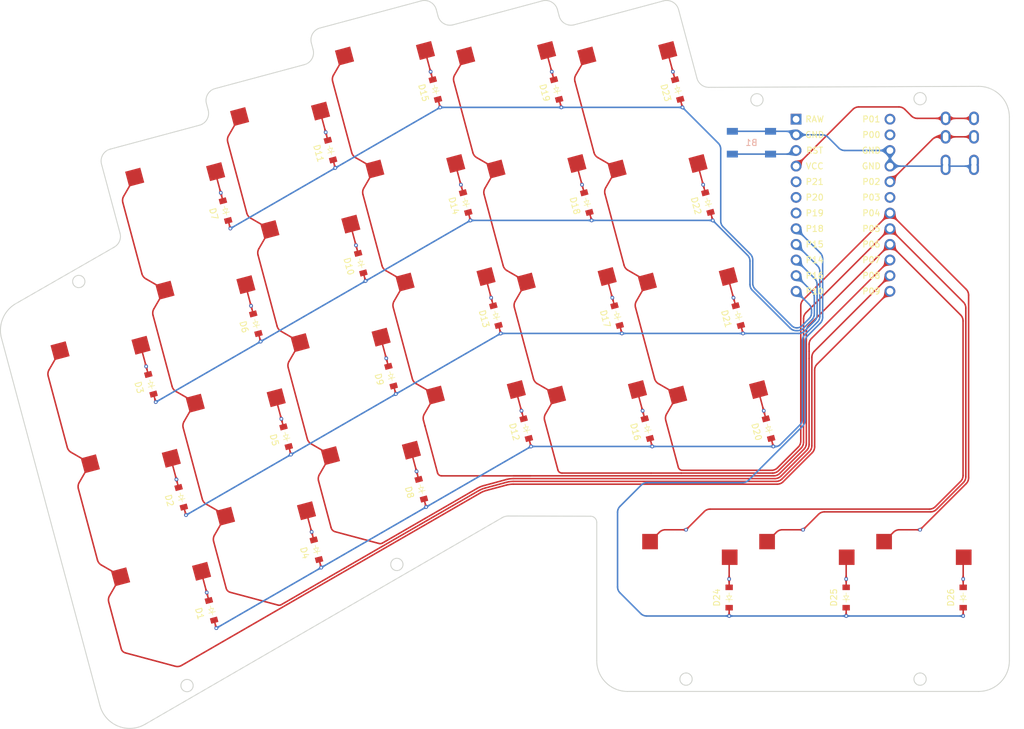
<source format=kicad_pcb>
(kicad_pcb (version 20240108) (generator "pcbnew") (generator_version "8.0")
  (title_block (title "chevron-split") (date "2022-11-11") (rev "v0.1") (company "JVZ"))
  (layers (0 "F.Cu" signal) (31 "B.Cu" signal) (34 "B.Paste" user) (35 "F.Paste" user) (36 "B.SilkS" user "B.Silkscreen") (37 "F.SilkS" user "F.Silkscreen") (38 "B.Mask" user) (39 "F.Mask" user) (44 "Edge.Cuts" user))
  (net 0 "")
  (net 1 "outer_lower")
  (net 2 "P9")
  (net 3 "P15")
  (net 4 "outer_home")
  (net 5 "P14")
  (net 6 "outer_upper")
  (net 7 "P16")
  (net 8 "pinky_lower")
  (net 9 "P8")
  (net 10 "pinky_home")
  (net 11 "pinky_upper")
  (net 12 "pinky_number")
  (net 13 "P10")
  (net 14 "ring_lower")
  (net 15 "P7")
  (net 16 "ring_home")
  (net 17 "ring_upper")
  (net 18 "ring_number")
  (net 19 "middle_lower")
  (net 20 "P6")
  (net 21 "middle_home")
  (net 22 "middle_upper")
  (net 23 "middle_number")
  (net 24 "index_lower")
  (net 25 "P5")
  (net 26 "index_home")
  (net 27 "index_upper")
  (net 28 "index_number")
  (net 29 "inner_lower")
  (net 30 "P4")
  (net 31 "inner_home")
  (net 32 "inner_upper")
  (net 33 "inner_number")
  (net 34 "near_thumb")
  (net 35 "P18")
  (net 36 "home_thumb")
  (net 37 "far_thumb")
  (net 38 "RAW")
  (net 39 "GND")
  (net 40 "RST")
  (net 41 "VCC")
  (net 42 "P21")
  (net 43 "P20")
  (net 44 "P19")
  (net 45 "P1")
  (net 46 "P0")
  (net 47 "P2")
  (net 48 "P3")
  (footprint "E73:SW_TACT_ALPS_SKQGABE010" (layer "F.Cu") (at 183.271652 61.378652)
    (property "Reference" "B1")
    (property "Value" "" (hide yes))
  )
  (footprint "VIA-0.6mm" (layer "F.Cu") (at 84.988175 97.705557 15)
    (property "Reference" "REF**" (hide yes))
    (property "Value" "VIA-0.6mm" (hide yes))
  )
  (footprint "VIA-0.6mm" (layer "F.Cu") (at 136.0937 68.202892 15)
    (property "Reference" "REF**" (hide yes))
    (property "Value" "VIA-0.6mm" (hide yes))
  )
  (footprint "chevron-split-library:SOD-123_Right" (layer "F.Cu") (at 97.882247 72.416526 105)
    (property "Reference" "D7")
    (property "Value" "" (hide yes))
  )
  (footprint "VIA-0.6mm" (layer "F.Cu") (at 165.598831 104.90717 15)
    (property "Reference" "REF**" (hide yes))
    (property "Value" "VIA-0.6mm" (hide yes))
  )
  (footprint "chevron-split-library:SOD-123_Right" (layer "F.Cu") (at 179.651652 135.228651 90)
    (property "Reference" "D24")
    (property "Value" "" (hide yes))
  )
  (footprint "TRRS-PJ-320A-dual" (layer "F.Cu") (at 219.401653 54.228654)
    (property "Reference" "REF**" (hide yes))
    (property "Value" "TRRS-PJ-320A-dual")
  )
  (footprint "VIA-0.6mm" (layer "F.Cu") (at 86.541089 103.501112 15)
    (property "Reference" "REF**" (hide yes))
    (property "Value" "VIA-0.6mm" (hide yes))
  )
  (footprint "chevron-split-library:SOD-123_Right" (layer "F.Cu") (at 156.540166 71.099767 105)
    (property "Reference" "D18")
    (property "Value" "" (hide yes))
  )
  (footprint "VIA-0.6mm" (layer "F.Cu") (at 185.268836 104.906271 15)
    (property "Reference" "REF**" (hide yes))
    (property "Value" "VIA-0.6mm" (hide yes))
  )
  (footprint "VIA-0.6mm" (layer "F.Cu") (at 147.481741 110.703628 15)
    (property "Reference" "REF**" (hide yes))
    (property "Value" "VIA-0.6mm" (hide yes))
  )
  (footprint "chevron-split-library:SOD-123_Right" (layer "F.Cu") (at 151.622603 52.747176 105)
    (property "Reference" "D19")
    (property "Value" "" (hide yes))
  )
  (footprint "VIA-0.6mm" (layer "F.Cu") (at 176.986626 73.996644 15)
    (property "Reference" "REF**" (hide yes))
    (property "Value" "VIA-0.6mm" (hide yes))
  )
  (footprint "VIA-0.6mm" (layer "F.Cu") (at 132.729057 55.64586 15)
    (property "Reference" "REF**" (hide yes))
    (property "Value" "VIA-0.6mm" (hide yes))
  )
  (footprint "chevron-split-library:SOD-123_Right" (layer "F.Cu") (at 176.210168 71.098867 105)
    (property "Reference" "D22")
    (property "Value" "" (hide yes))
  )
  (footprint "VIA-0.6mm" (layer "F.Cu") (at 179.651652 138.22865)
    (property "Reference" "REF**" (hide yes))
    (property "Value" "VIA-0.6mm" (hide yes))
  )
  (footprint "VIA-0.6mm" (layer "F.Cu") (at 89.905734 116.058148 15)
    (property "Reference" "REF**" (hide yes))
    (property "Value" "VIA-0.6mm" (hide yes))
  )
  (footprint "chevron-split-library:SOD-123_Right" (layer "F.Cu") (at 161.457724 89.452358 105)
    (property "Reference" "D17")
    (property "Value" "" (hide yes))
  )
  (footprint "VIA-0.6mm" (layer "F.Cu") (at 198.651651 138.228651)
    (property "Reference" "REF**" (hide yes))
    (property "Value" "VIA-0.6mm" (hide yes))
  )
  (footprint "VIA-0.6mm" (layer "F.Cu") (at 217.651652 138.228655)
    (property "Reference" "REF**" (hide yes))
    (property "Value" "VIA-0.6mm" (hide yes))
  )
  (footprint "VIA-0.6mm" (layer "F.Cu") (at 111.858472 124.576518 15)
    (property "Reference" "REF**" (hide yes))
    (property "Value" "VIA-0.6mm" (hide yes))
  )
  (footprint "chevron-split-library:MX_1U_HotSocket_Right" (layer "F.Cu") (at 82.885438 116.903952 15)
    (property "Reference" "S2" (hide yes))
    (property "Value" "" (hide yes))
  )
  (footprint "VIA-0.6mm" (layer "F.Cu") (at 172.651651 124.228652)
    (property "Reference" "REF**" (hide yes))
    (property "Value" "VIA-0.6mm" (hide yes))
  )
  (footprint "chevron-split-library:SOD-123_Right" (layer "F.Cu") (at 136.870158 71.100671 105)
    (property "Reference" "D14")
    (property "Value" "" (hide yes))
  )
  (footprint "chevron-split-library:MX_1U_HotSocket_Right" (layer "F.Cu") (at 153.660972 87.400391 15)
    (property "Reference" "S17" (hide yes))
    (property "Value" "" (hide yes))
  )
  (footprint "VIA-0.6mm" (layer "F.Cu") (at 98.658703 75.314299 15)
    (property "Reference" "REF**" (hide yes))
    (property "Value" "VIA-0.6mm" (hide yes))
  )
  (footprint "chevron-split-library:MX_1U_HotSocket_Right" (layer "F.Cu") (at 116.955787 97.235513 15)
    (property "Reference" "S9" (hide yes))
    (property "Value" "" (hide yes))
  )
  (footprint "chevron-split-library:MX_1U_HotSocket_Right" (layer "F.Cu") (at 173.330975 87.399487 15)
    (property "Reference" "S21" (hide yes))
    (property "Value" "" (hide yes))
  )
  (footprint "VIA-0.6mm" (layer "F.Cu") (at 97.105788 69.518746 15)
    (property "Reference" "REF**" (hide yes))
    (property "Value" "VIA-0.6mm" (hide yes))
  )
  (footprint "chevron-split-library:MX_1U_HotSocket_Right" (layer "F.Cu") (at 178.248538 105.752077 15)
    (property "Reference" "S20" (hide yes))
    (property "Value" "" (hide yes))
  )
  (footprint "VIA-0.6mm" (layer "F.Cu") (at 96.376213 140.206296 15)
    (property "Reference" "REF**" (hide yes))
    (property "Value" "VIA-0.6mm" (hide yes))
  )
  (footprint "VIA-0.6mm" (layer "F.Cu") (at 162.234183 92.350139 15)
    (property "Reference" "REF**" (hide yes))
    (property "Value" "VIA-0.6mm" (hide yes))
  )
  (footprint "VIA-0.6mm" (layer "F.Cu") (at 137.646617 73.998452 15)
    (property "Reference" "REF**" (hide yes))
    (property "Value" "VIA-0.6mm" (hide yes))
  )
  (footprint "VIA-0.6mm" (layer "F.Cu") (at 152.39906 55.644954 15)
    (property "Reference" "REF**" (hide yes))
    (property "Value" "VIA-0.6mm" (hide yes))
  )
  (footprint "VIA-0.6mm" (layer "F.Cu") (at 179.651649 132.228655)
    (property "Reference" "REF**" (hide yes))
    (property "Value" "VIA-0.6mm" (hide yes))
  )
  (footprint "chevron-split-library:SOD-123_Right" (layer "F.Cu") (at 90.682194 118.955925 105)
    (property "Reference" "D2")
    (property "Value" "" (hide yes))
  )
  (footprint "VIA-0.6mm" (layer "F.Cu") (at 180.351274 86.553679 15)
    (property "Reference" "REF**" (hide yes))
    (property "Value" "VIA-0.6mm" (hide yes))
  )
  (footprint "VIA-0.6mm" (layer "F.Cu") (at 115.693879 65.48008 15)
    (property "Reference" "REF**" (hide yes))
    (property "Value" "VIA-0.6mm" (hide yes))
  )
  (footprint "chevron-split-library:MX_1U_HotSocket_Right" (layer "F.Cu") (at 112.038227 78.882922 15)
    (property "Reference" "S10" (hide yes))
    (property "Value" "" (hide yes))
  )
  (footprint "VIA-0.6mm" (layer "F.Cu") (at 217.651651 132.228651)
    (property "Reference" "REF**" (hide yes))
    (property "Value" "VIA-0.6mm" (hide yes))
  )
  (footprint "chevron-split-library:SOD-123_Right" (layer "F.Cu") (at 107.717368 109.121704 105)
    (property "Reference" "D5")
    (property "Value" "" (hide yes))
  )
  (footprint "VIA-0.6mm" (layer "F.Cu") (at 191.65165 124.228653)
    (property "Reference" "REF**" (hide yes))
    (property "Value" "VIA-0.6mm" (hide yes))
  )
  (footprint "VIA-0.6mm" (layer "F.Cu") (at 170.516151 49.848499 15)
    (property "Reference" "REF**" (hide yes))
    (property "Value" "VIA-0.6mm" (hide yes))
  )
  (footprint "chevron-split-library:SOD-123_Right" (layer "F.Cu") (at 171.292608 52.746277 105)
    (property "Reference" "D23")
    (property "Value" "" (hide yes))
  )
  (footprint "chevron-split-library:SOD-123_Right" (layer "F.Cu") (at 186.045295 107.804048 105)
    (property "Reference" "D20")
    (property "Value" "" (hide yes))
  )
  (footprint "chevron-split-library:MX_1U_HotSocket_Right" (layer "F.Cu") (at 148.743409 69.047798 15)
    (property "Reference" "S18" (hide yes))
    (property "Value" "" (hide yes))
  )
  (footprint "VIA-0.6mm" (layer "F.Cu") (at 210.651652 124.228652)
    (property "Reference" "REF**" (hide yes))
    (property "Value" "VIA-0.6mm" (hide yes))
  )
  (footprint "VIA-0.6mm" (layer "F.Cu") (at 108.493829 112.019481 15)
    (property "Reference" "REF**" (hide yes))
    (property "Value" "VIA-0.6mm" (hide yes))
  )
  (footprint "chevron-split-library:MX_1U_HotSocket_Right" (layer "F.Cu") (at 121.873348 115.588104 15)
    (property "Reference" "S8" (hide yes))
    (property "Value" "" (hide yes))
  )
  (footprint "chevron-split-library:SOD-123_Right" (layer "F.Cu") (at 95.599752 137.308514 105)
    (property "Reference" "D1")
    (property "Value" "" (hide yes))
  )
  (footprint "VIA-0.6mm" (layer "F.Cu") (at 160.681271 86.554582 15)
    (property "Reference" "REF**" (hide yes))
    (property "Value" "VIA-0.6mm" (hide yes))
  )
  (footprint "chevron-split-library:MX_1U_HotSocket_Right" (layer "F.Cu") (at 107.120667 60.530332 15)
    (property "Reference" "S11" (hide yes))
    (property "Value" "" (hide yes))
  )
  (footprint "VIA-0.6mm" (layer "F.Cu") (at 106.940913 106.223926 15)
    (property "Reference" "REF**" (hide yes))
    (property "Value" "VIA-0.6mm" (hide yes))
  )
  (footprint "chevron-split-library:SOD-123_Right" (layer "F.Cu") (at 102.79981 90.769116 105)
    (property "Reference" "D6")
    (property "Value" "" (hide yes))
  )
  (footprint "VIA-0.6mm" (layer "F.Cu") (at 103.576265 93.66689 15)
    (property "Reference" "REF**" (hide yes))
    (property "Value" "VIA-0.6mm" (hide yes))
  )
  (footprint "VIA-0.6mm" (layer "F.Cu") (at 91.45865 121.853702 15)
    (property "Reference" "REF**" (hide yes))
    (property "Value" "VIA-0.6mm" (hide yes))
  )
  (footprint "chevron-split-library:SOD-123_Right" (layer "F.Cu") (at 85.764631 100.603334 105)
    (property "Reference" "D3")
    (property "Value" "" (hide yes))
  )
  (footprint "chevron-split-library:SOD-123_Right" (layer "F.Cu") (at 112.634931 127.474295 105)
    (property "Reference" "D4")
    (property "Value" "" (hide yes))
  )
  (footprint "chevron-split-library:MX_1U_HotSocket_Right" (layer "F.Cu") (at 133.990963 87.40129 15)
    (property "Reference" "S13" (hide yes))
    (property "Value" "" (hide yes))
  )
  (footprint "VIA-0.6mm" (layer "F.Cu") (at 114.140963 59.684524 15)
    (property "Reference" "REF**" (hide yes))
    (property "Value" "VIA-0.6mm" (hide yes))
  )
  (footprint "chevron-split-library:MX_1U_HotSocket_Right" (layer "F.Cu") (at 124.155837 50.696114 15)
    (property "Reference" "S15" (hide yes))
    (property "Value" "" (hide yes))
  )
  (footprint "chevron-split-library:MX_1U_HotSocket_Right" (layer "F.Cu") (at 143.825844 50.695208 15)
    (property "Reference" "S19" (hide yes))
    (property "Value" "" (hide yes))
  )
  (footprint "chevron-split-library:SOD-123_Right" (layer "F.Cu") (at 166.375291 107.804948 105)
    (property "Reference" "D16")
    (property "Value" "" (hide yes))
  )
  (footprint "VIA-0.6mm" (layer "F.Cu") (at 142.564179 92.351038 15)
    (property "Reference" "REF**" (hide yes))
    (property "Value" "VIA-0.6mm" (hide yes))
  )
  (footprint "VIA-0.6mm" (layer "F.Cu") (at 198.651649 132.228653)
    (property "Reference" "REF**" (hide yes))
    (property "Value" "VIA-0.6mm" (hide yes))
  )
  (footprint "VIA-0.6mm" (layer "F.Cu") (at 130.446564 120.537852 15)
    (property "Reference" "REF**" (hide yes))
    (property "Value" "VIA-0.6mm" (hide yes))
  )
  (footprint "VIA-0.6mm" (layer "F.Cu") (at 125.529 102.185262 15)
    (property "Reference" "REF**" (hide yes))
    (property "Value" "VIA-0.6mm" (hide yes))
  )
  (footprint "chevron-split-library:MX_1U_HotSocket_Right" (layer "F.Cu") (at 104.838172 125.422324 15)
    (property "Reference" "S4" (hide yes))
    (property "Value" "" (hide yes))
  )
  (footprint "chevron-split-library:MX_1U_HotSocket_Right" (layer "F.Cu") (at 87.802998 135.256545 15)
    (property "Reference" "S1" (hide yes))
    (property "Value" "" (hide yes))
  )
  (footprint "chevron-split-library:SOD-123_Right" (layer "F.Cu") (at 181.127733 89.451455 105)
    (property "Reference" "D21")
    (property "Value" "" (hide yes))
  )
  (footprint "VIA-0.6mm" (layer "F.Cu") (at 181.90419 92.349237 15)
    (property "Reference" "REF**" (hide yes))
    (property "Value" "VIA-0.6mm" (hide yes))
  )
  (footprint "VIA-0.6mm" (layer "F.Cu") (at 186.821751 110.701824 15)
    (property "Reference" "REF**" (hide yes))
    (property "Value" "VIA-0.6mm" (hide yes))
  )
  (footprint "VIA-0.6mm" (layer "F.Cu") (at 128.893651 114.742297 15)
    (property "Reference" "REF**" (hide yes))
    (property "Value" "VIA-0.6mm" (hide yes))
  )
  (footprint "VIA-0.6mm" (layer "F.Cu") (at 157.316623 73.997544 15)
    (property "Reference" "REF**" (hide yes))
    (property "Value" "VIA-0.6mm" (hide yes))
  )
  (footprint "VIA-0.6mm" (layer "F.Cu") (at 102.023351 87.871339 15)
    (property "Reference" "REF**" (hide yes))
    (property "Value" "VIA-0.6mm" (hide yes))
  )
  (footprint "chevron-split-library:SOD-123_Right" (layer "F.Cu") (at 129.670105 117.640073 105)
    (property "Reference" "D8")
    (property "Value" "" (hide yes))
  )
  (footprint "chevron-split-library:MX_1U_HotSocket_Right" (layer "F.Cu") (at 95.003049 88.717146 15)
    (property "Reference" "S6" (hide yes))
    (property "Value" "" (hide yes))
  )
  (footprint "chevron-split-library:MX_1U_HotSocket_Right" (layer "F.Cu") (at 163.495848 50.694302 15)
    (property "Reference" "S23" (hide yes))
    (property "Value" "" (hide yes))
  )
  (footprint "VIA-0.6mm" (layer "F.Cu") (at 167.151746 110.70273 15)
    (property "Reference" "REF**" (hide yes))
    (property "Value" "VIA-0.6mm" (hide yes))
  )
  (footprint "chevron-split-library:SOD-123_Right" (layer "F.Cu") (at 124.752546 99.287487 105)
    (property "Reference" "D9")
    (property "Value" "" (hide yes))
  )
  (footprint "VIA-0.6mm" (layer "F.Cu") (at 172.069067 55.644052 15)
    (property "Reference" "REF**" (hide yes))
    (property "Value" "VIA-0.6mm" (hide yes))
  )
  (footprint "chevron-split-library:MX_1U_HotSocket_Right" (layer "F.Cu") (at 191.65165 131.228654)
    (property "Reference" "S25" (hide yes))
    (property "Value" "" (hide yes))
  )
  (footprint "ProMicro" (layer "F.Cu") (at 198.14165 71.532654 -90)
    (property "Reference" "MCU1" (hide yes))
    (property "Value" "" (hide yes))
  )
  (footprint "VIA-0.6mm" (layer "F.Cu") (at 120.611442 83.832673 15)
    (property "Reference" "REF**" (hide yes))
    (property "Value" "VIA-0.6mm" (hide yes))
  )
  (footprint "VIA-0.6mm" (layer "F.Cu") (at 175.433711 68.201089 15)
    (property "Reference" "REF**" (hide yes))
    (property "Value" "VIA-0.6mm" (hide yes))
  )
  (footprint "chevron-split-library:SOD-123_Right" (layer "F.Cu") (at 217.651649 135.22865 90)
    (property "Reference" "D26")
    (property "Value" "" (hide yes))
  )
  (footprint "VIA-0.6mm" (layer "F.Cu") (at 123.976089 96.389705 15)
    (property "Reference" "REF**" (hide yes))
    (property "Value" "VIA-0.6mm" (hide yes))
  )
  (footprint "chevron-split-library:SOD-123_Right" (layer "F.Cu") (at 119.834983 80.934894 105)
    (property "Reference" "D10")
    (property "Value" "" (hide yes))
  )
  (footprint "chevron-split-library:MX_1U_HotSocket_Right" (layer "F.Cu") (at 129.0734 69.0487 15)
    (property "Reference" "S14" (hide yes))
    (property "Value" "" (hide yes))
  )
  (footprint "VIA-0.6mm" (layer "F.Cu") (at 94.823298 134.410738 15)
    (property "Reference" "REF**" (hide yes))
    (property "Value" "VIA-0.6mm" (hide yes))
  )
  (footprint "VIA-0.6mm" (layer "F.Cu") (at 145.928826 104.908076 15)
    (property "Reference" "REF**" (hide yes))
    (property "Value" "VIA-0.6mm" (hide yes))
  )
  (footprint "chevron-split-library:MX_1U_HotSocket_Right" (layer "F.Cu") (at 77.967875 98.551364 15)
    (property "Reference" "S3" (hide yes))
    (property "Value" "" (hide yes))
  )
  (footprint "VIA-0.6mm" (layer "F.Cu") (at 113.411387 130.372069 15)
    (property "Reference" "REF**" (hide yes))
    (property "Value" "VIA-0.6mm" (hide yes))
  )
  (footprint "VIA-0.6mm" (layer "F.Cu") (at 141.011264 86.555486 15)
    (property "Reference" "REF**" (hide yes))
    (property "Value" "VIA-0.6mm" (hide yes))
  )
  (footprint "chevron-split-library:MX_1U_HotSocket_Right" (layer "F.Cu") (at 210.651651 131.22865)
    (property "Reference" "S26" (hide yes))
    (property "Value" "" (hide yes))
  )
  (footprint "chevron-split-library:SOD-123_Right" (layer "F.Cu") (at 114.917423 62.582301 105)
    (property "Reference" "D11")
    (property "Value" "" (hide yes))
  )
  (footprint "chevron-split-library:MX_1U_HotSocket_Right" (layer "F.Cu") (at 172.65165 131.228651)
    (property "Reference" "S24" (hide yes))
    (property "Value" "" (hide yes))
  )
  (footprint "chevron-split-library:MX_1U_HotSocket_Right" (layer "F.Cu") (at 158.578531 105.752982 15)
    (property "Reference" "S16" (hide yes))
    (property "Value" "" (hide yes))
  )
  (footprint "chevron-split-library:SOD-123_Right" (layer "F.Cu") (at 198.651651 135.228654 90)
    (property "Reference" "D25")
    (property "Value" "" (hide yes))
  )
  (footprint "chevron-split-library:MX_1U_HotSocket_Right" (layer "F.Cu") (at 99.920611 107.069733 15)
    (property "Reference" "S5" (hide yes))
    (property "Value" "" (hide yes))
  )
  (footprint "VIA-0.6mm" (layer "F.Cu") (at 155.763708 68.201993 15)
    (property "Reference" "REF**" (hide yes))
    (property "Value" "VIA-0.6mm" (hide yes))
  )
  (footprint "chevron-split-library:MX_1U_HotSocket_Right" (layer "F.Cu") (at 168.413409 69.046899 15)
    (property "Reference" "S22" (hide yes))
    (property "Value" "" (hide yes))
  )
  (footprint "chevron-split-library:MX_1U_HotSocket_Right" (layer "F.Cu") (at 90.085488 70.364555 15)
    (property "Reference" "S7" (hide yes))
    (property "Value" "" (hide yes))
  )
  (footprint "chevron-split-library:SOD-123_Right" (layer "F.Cu") (at 131.952596 52.748083 105)
    (property "Reference" "D15")
    (property "Value" "" (hide yes))
  )
  (footprint "VIA-0.6mm" (layer "F.Cu") (at 131.17614 49.850304 15)
    (property "Reference" "REF**" (hide yes))
    (property "Value" "VIA-0.6mm" (hide yes))
  )
  (footprint "chevron-split-library:SOD-123_Right" (layer "F.Cu") (at 146.705285 107.805853 105)
    (property "Reference" "D12")
    (property "Value" "" (hide yes))
  )
  (footprint "VIA-0.6mm" (layer "F.Cu") (at 119.058524 78.037116 15)
    (property "Reference" "REF**" (hide yes))
    (property "Value" "VIA-0.6mm" (hide yes))
  )
  (footprint "chevron-split-library:SOD-123_Right" (layer "F.Cu") (at 141.78772 89.453261 105)
    (property "Reference" "D13")
    (property "Value" "" (hide yes))
  )
  (footprint "chevron-split-library:MX_1U_HotSocket_Right" (layer "F.Cu") (at 138.908526 105.753883 15)
    (property "Reference" "S12" (hide yes))
    (property "Value" "" (hide yes))
  )
  (footprint "VIA-0.6mm" (layer "F.Cu") (at 150.846148 49.849402 15)
    (property "Reference" "REF**" (hide yes))
    (property "Value" "VIA-0.6mm" (hide yes))
  )
  (gr_line (start 152.050245 40.820194) (end 151.768105 39.767239) (stroke (width 0.15)) (layer "Edge.Cuts"))
  (gr_arc (start 94.778481 55.037563) (mid 94.978274 53.519921) (end 96.192694 52.588073) (stroke (width 0.15)) (layer "Edge.Cuts"))
  (gr_line (start 63.878767 87.477506) (end 79.810321 78.331856) (stroke (width 0.15)) (layer "Edge.Cuts"))
  (gr_circle (center 184.162063 54.411287) (end 185.162063 54.411287) (stroke (width 0.15)) (fill none) (layer "Edge.Cuts"))
  (gr_line (start 176.363209 52.391808) (end 220.114392 52.22879) (stroke (width 0.15)) (layer "Edge.Cuts"))
  (gr_line (start 111.813654 45.203344) (end 112.095798 46.256299) (stroke (width 0.15)) (layer "Edge.Cuts"))
  (gr_line (start 77.485246 152.773865) (end 61.503169 93.127945) (stroke (width 0.15)) (layer "Edge.Cuts"))
  (gr_line (start 220.151647 150.478653) (end 163.15165 150.478651) (stroke (width 0.15)) (layer "Edge.Cuts"))
  (gr_line (start 142.793361 122.265146) (end 84.852445 155.787989) (stroke (width 0.15)) (layer "Edge.Cuts"))
  (gr_arc (start 149.318614 38.353027) (mid 150.836266 38.552792) (end 151.768105 39.767239) (stroke (width 0.15)) (layer "Edge.Cuts"))
  (gr_line (start 174.4239 50.909461) (end 171.438111 39.766335) (stroke (width 0.15)) (layer "Edge.Cuts"))
  (gr_arc (start 134.829728 42.235311) (mid 133.312085 42.035494) (end 132.380238 40.821097) (stroke (width 0.15)) (layer "Edge.Cuts"))
  (gr_arc (start 142.793361 122.265146) (mid 143.278764 122.064045) (end 143.799787 121.996288) (stroke (width 0.15)) (layer "Edge.Cuts"))
  (gr_arc (start 154.499733 42.234408) (mid 152.982088 42.034594) (end 152.050245 40.820194) (stroke (width 0.15)) (layer "Edge.Cuts"))
  (gr_line (start 225.151651 57.22865) (end 225.151649 145.478651) (stroke (width 0.15)) (layer "Edge.Cuts"))
  (gr_line (start 168.98862 38.352122) (end 154.499733 42.234408) (stroke (width 0.15)) (layer "Edge.Cuts"))
  (gr_line (start 158.15165 145.478655) (end 158.151653 123.028653) (stroke (width 0.15)) (layer "Edge.Cuts"))
  (gr_arc (start 129.648611 38.353926) (mid 131.166266 38.553689) (end 132.098099 39.768141) (stroke (width 0.15)) (layer "Edge.Cuts"))
  (gr_line (start 132.380238 40.821097) (end 132.098099 39.768141) (stroke (width 0.15)) (layer "Edge.Cuts"))
  (gr_line (start 157.151648 122.028652) (end 143.799787 121.996288) (stroke (width 0.15)) (layer "Edge.Cuts"))
  (gr_circle (center 74.046516 83.916659) (end 75.046516 83.916659) (stroke (width 0.15)) (fill none) (layer "Edge.Cuts"))
  (gr_arc (start 176.363209 52.391808) (mid 175.141203 51.980777) (end 174.4239 50.909461) (stroke (width 0.15)) (layer "Edge.Cuts"))
  (gr_arc (start 77.743305 64.871784) (mid 77.943098 63.354141) (end 79.157519 62.422293) (stroke (width 0.15)) (layer "Edge.Cuts"))
  (gr_circle (center 210.65165 54.22865) (end 211.65165 54.22865) (stroke (width 0.15)) (fill none) (layer "Edge.Cuts"))
  (gr_arc (start 95.060619 56.090517) (mid 94.86081 57.608149) (end 93.646407 58.540007) (stroke (width 0.15)) (layer "Edge.Cuts"))
  (gr_line (start 110.68158 48.705785) (end 96.192694 52.588073) (stroke (width 0.15)) (layer "Edge.Cuts"))
  (gr_arc (start 61.503169 93.127945) (mid 61.723587 89.896012) (end 63.878767 87.477506) (stroke (width 0.15)) (layer "Edge.Cuts"))
  (gr_arc (start 220.114392 52.228791) (mid 223.674022 53.679945) (end 225.151651 57.22865) (stroke (width 0.15)) (layer "Edge.Cuts"))
  (gr_arc (start 112.095798 46.256299) (mid 111.895987 47.773932) (end 110.68158 48.705785) (stroke (width 0.15)) (layer "Edge.Cuts"))
  (gr_line (start 94.778481 55.037563) (end 95.060619 56.090517) (stroke (width 0.15)) (layer "Edge.Cuts"))
  (gr_arc (start 225.151649 145.478651) (mid 223.687172 149.014174) (end 220.151647 150.478653) (stroke (width 0.15)) (layer "Edge.Cuts"))
  (gr_arc (start 163.15165 150.478651) (mid 159.61606 149.014227) (end 158.15165 145.478655) (stroke (width 0.15)) (layer "Edge.Cuts"))
  (gr_arc (start 84.852445 155.787989) (mid 80.421565 156.107449) (end 77.485246 152.773865) (stroke (width 0.15)) (layer "Edge.Cuts"))
  (gr_arc (start 168.98862 38.352122) (mid 170.50627 38.55189) (end 171.438111 39.766335) (stroke (width 0.15)) (layer "Edge.Cuts"))
  (gr_arc (start 80.746458 76.079698) (mid 80.661418 77.364987) (end 79.810321 78.331856) (stroke (width 0.15)) (layer "Edge.Cuts"))
  (gr_line (start 77.743305 64.871784) (end 80.746458 76.079698) (stroke (width 0.15)) (layer "Edge.Cuts"))
  (gr_line (start 149.318614 38.353027) (end 134.829728 42.235311) (stroke (width 0.15)) (layer "Edge.Cuts"))
  (gr_arc (start 111.813654 45.203344) (mid 112.013447 43.685698) (end 113.227871 42.753853) (stroke (width 0.15)) (layer "Edge.Cuts"))
  (gr_circle (center 91.626458 149.52588) (end 92.626458 149.52588) (stroke (width 0.15)) (fill none) (layer "Edge.Cuts"))
  (gr_line (start 93.646407 58.540007) (end 79.157519 62.422293) (stroke (width 0.15)) (layer "Edge.Cuts"))
  (gr_circle (center 210.65165 148.478652) (end 211.65165 148.478652) (stroke (width 0.15)) (fill none) (layer "Edge.Cuts"))
  (gr_circle (center 125.696807 129.857437) (end 126.696807 129.857437) (stroke (width 0.15)) (fill none) (layer "Edge.Cuts"))
  (gr_line (start 129.648611 38.353926) (end 113.227871 42.753853) (stroke (width 0.15)) (layer "Edge.Cuts"))
  (gr_arc (start 157.151648 122.028652) (mid 157.858699 122.321585) (end 158.151653 123.028653) (stroke (width 0.15)) (layer "Edge.Cuts"))
  (gr_circle (center 172.65165 148.478652) (end 173.65165 148.478652) (stroke (width 0.15)) (fill none) (layer "Edge.Cuts"))
  (segment (start 93.959131 131.021415) (end 93.989186 130.969363) (width 0.25) (layer "F.Cu") (net 1))
  (segment (start 94.823298 134.410738) (end 95.172706 135.71474) (width 0.25) (layer "F.Cu") (net 1))
  (segment (start 94.823298 134.410738) (end 93.944633 131.131522) (width 0.25) (layer "F.Cu") (net 1))
  (arc (start 93.959131 131.021415) (mid 93.94093 131.075026) (end 93.944633 131.131522) (width 0.25) (layer "F.Cu") (net 1))
  (segment (start 140.282322 117.826308) (end 143.46807 116.97269) (width 0.25) (layer "F.Cu") (net 2))
  (segment (start 193.133027 111.720179) (end 188.429923 116.423279) (width 0.25) (layer "F.Cu") (net 2))
  (segment (start 73.98665 117.581288) (end 77.080568 129.127946) (width 0.25) (layer "F.Cu") (net 2))
  (segment (start 69.220852 98.25561) (end 71.010136 95.156482) (width 0.25) (layer "F.Cu") (net 2))
  (segment (start 187.467984 116.821727) (end 144.614756 116.821726) (width 0.25) (layer "F.Cu") (net 2))
  (segment (start 69.084949 99.287897) (end 72.178867 110.834555) (width 0.25) (layer "F.Cu") (net 2))
  (segment (start 79.049503 134.936645) (end 80.821109 131.868136) (width 0.25) (layer "F.Cu") (net 2))
  (segment (start 193.531475 110.75824) (end 193.531475 98.296315) (width 0.25) (layer "F.Cu") (net 2))
  (segment (start 90.745646 146.252001) (end 139.213781 118.268912) (width 0.25) (layer "F.Cu") (net 2))
  (segment (start 77.714409 129.953981) (end 80.813538 131.743263) (width 0.25) (layer "F.Cu") (net 2))
  (segment (start 72.812707 111.660591) (end 75.911837 113.449872) (width 0.25) (layer "F.Cu") (net 2))
  (segment (start 193.929923 97.334376) (end 205.761648 85.502651) (width 0.25) (layer "F.Cu") (net 2))
  (segment (start 80.944477 143.548273) (end 78.913599 135.968932) (width 0.25) (layer "F.Cu") (net 2))
  (segment (start 74.122553 116.549) (end 75.911837 113.449872) (width 0.25) (layer "F.Cu") (net 2))
  (segment (start 89.713359 146.387905) (end 81.613857 144.217652) (width 0.25) (layer "F.Cu") (net 2))
  (arc (start 187.467984 116.821727) (mid 187.988581 116.718174) (end 188.429923 116.423279) (width 0.25) (layer "F.Cu") (net 2))
  (arc (start 193.531475 110.75824) (mid 193.427921 111.278837) (end 193.133027 111.720179) (width 0.25) (layer "F.Cu") (net 2))
  (arc (start 77.080568 129.127946) (mid 77.315335 129.604003) (end 77.714409 129.953981) (width 0.25) (layer "F.Cu") (net 2))
  (arc (start 80.944477 143.548273) (mid 81.189488 143.972642) (end 81.613857 144.217652) (width 0.25) (layer "F.Cu") (net 2))
  (arc (start 79.049503 134.936645) (mid 78.878884 135.439273) (end 78.913599 135.968932) (width 0.25) (layer "F.Cu") (net 2))
  (arc (start 69.220852 98.25561) (mid 69.050233 98.758238) (end 69.084949 99.287897) (width 0.25) (layer "F.Cu") (net 2))
  (arc (start 74.122553 116.549) (mid 73.951934 117.051628) (end 73.98665 117.581288) (width 0.25) (layer "F.Cu") (net 2))
  (arc (start 72.178867 110.834555) (mid 72.413633 111.310612) (end 72.812707 111.660591) (width 0.25) (layer "F.Cu") (net 2))
  (arc (start 140.282322 117.826308) (mid 139.733546 118.012592) (end 139.213781 118.268912) (width 0.25) (layer "F.Cu") (net 2))
  (arc (start 89.713359 146.387905) (mid 90.243019 146.42262) (end 90.745646 146.252001) (width 0.25) (layer "F.Cu") (net 2))
  (arc (start 193.929923 97.334376) (mid 193.635028 97.775718) (end 193.531475 98.296315) (width 0.25) (layer "F.Cu") (net 2))
  (arc (start 143.46807 116.97269) (mid 144.036465 116.85963) (end 144.614756 116.821726) (width 0.25) (layer "F.Cu") (net 2))
  (segment (start 186.821751 110.701824) (end 186.472345 109.397825) (width 0.25) (layer "F.Cu") (net 3))
  (segment (start 147.481741 110.703628) (end 147.132332 109.399631) (width 0.25) (layer "F.Cu") (net 3))
  (segment (start 130.446564 120.537852) (end 130.097159 119.23385) (width 0.25) (layer "F.Cu") (net 3))
  (segment (start 113.411387 130.372069) (end 113.061982 129.068073) (width 0.25) (layer "F.Cu") (net 3))
  (segment (start 167.151746 110.70273) (end 166.80234 109.398732) (width 0.25) (layer "F.Cu") (net 3))
  (segment (start 96.376213 140.206296) (end 96.026807 138.902296) (width 0.25) (layer "F.Cu") (net 3))
  (segment (start 186.821751 110.701824) (end 187.236564 110.701825) (width 0.25) (layer "B.Cu") (net 3))
  (segment (start 186.821751 110.701824) (end 167.153289 110.701825) (width 0.25) (layer "B.Cu") (net 3))
  (segment (start 130.448346 120.537865) (end 147.481189 110.703947) (width 0.25) (layer "B.Cu") (net 3))
  (segment (start 194.381473 82.30597) (end 194.381475 89.544631) (width 0.25) (layer "B.Cu") (net 3))
  (segment (start 191.531476 106.258236) (end 191.531475 93.521616) (width 0.25) (layer "B.Cu") (net 3))
  (segment (start 191.133027 107.220175) (end 187.944693 110.408509) (width 0.25) (layer "B.Cu") (net 3))
  (segment (start 113.413176 130.372083) (end 130.446012 120.538171) (width 0.25) (layer "B.Cu") (net 3))
  (segment (start 147.483281 110.70273) (end 167.151106 110.70273) (width 0.25) (layer "B.Cu") (net 3))
  (segment (start 193.983024 81.344031) (end 190.521649 77.882651) (width 0.25) (layer "B.Cu") (net 3))
  (segment (start 193.983028 90.50657) (end 191.929924 92.559677) (width 0.25) (layer "B.Cu") (net 3))
  (segment (start 96.377992 140.206307) (end 113.410832 130.372389) (width 0.25) (layer "B.Cu") (net 3))
  (arc (start 191.531476 106.258236) (mid 191.427922 106.778834) (end 191.133027 107.220175) (width 0.25) (layer "B.Cu") (net 3))
  (arc (start 147.483281 110.70273) (mid 147.482692 110.702847) (end 147.482192 110.703179) (width 0.25) (layer "B.Cu") (net 3))
  (arc (start 147.481189 110.703947) (mid 147.48154 110.703546) (end 147.481575 110.703014) (width 0.25) (layer "B.Cu") (net 3))
  (arc (start 130.447179 120.538018) (mid 130.44658 120.537978) (end 130.446012 120.538171) (width 0.25) (layer "B.Cu") (net 3))
  (arc (start 167.151106 110.70273) (mid 167.151495 110.702539) (end 167.15158 110.702112) (width 0.25) (layer "B.Cu") (net 3))
  (arc (start 187.236564 110.701825) (mid 187.619801 110.625595) (end 187.944693 110.408509) (width 0.25) (layer "B.Cu") (net 3))
  (arc (start 96.376048 140.205681) (mid 96.376332 140.206175) (end 96.376827 140.206461) (width 0.25) (layer "B.Cu") (net 3))
  (arc (start 113.412004 130.372236) (mid 113.412605 130.372276) (end 113.413176 130.372083) (width 0.25) (layer "B.Cu") (net 3))
  (arc (start 113.411221 130.371451) (mid 113.411508 130.371948) (end 113.412004 130.372236) (width 0.25) (layer "B.Cu") (net 3))
  (arc (start 193.983024 81.344031) (mid 194.277919 81.785373) (end 194.381473 82.30597) (width 0.25) (layer "B.Cu") (net 3))
  (arc (start 194.381475 89.544631) (mid 194.277923 90.06523) (end 193.983028 90.50657) (width 0.25) (layer "B.Cu") (net 3))
  (arc (start 130.447179 120.538018) (mid 130.447777 120.538057) (end 130.448346 120.537865) (width 0.25) (layer "B.Cu") (net 3))
  (arc (start 167.15158 110.702112) (mid 167.151841 110.702374) (end 167.152198 110.702277) (width 0.25) (layer "B.Cu") (net 3))
  (arc (start 113.410832 130.372389) (mid 113.411185 130.371986) (end 113.411221 130.371451) (width 0.25) (layer "B.Cu") (net 3))
  (arc (start 167.153289 110.701825) (mid 167.152699 110.701943) (end 167.152198 110.702277) (width 0.25) (layer "B.Cu") (net 3))
  (arc (start 96.376827 140.206461) (mid 96.377425 140.206499) (end 96.377992 140.206307) (width 0.25) (layer "B.Cu") (net 3))
  (arc (start 147.482192 110.703179) (mid 147.481715 110.703596) (end 147.481189 110.703947) (width 0.25) (layer "B.Cu") (net 3))
  (arc (start 130.446399 120.537238) (mid 130.446684 120.537733) (end 130.447179 120.538018) (width 0.25) (layer "B.Cu") (net 3))
  (arc (start 113.412004 130.372236) (mid 113.411402 130.372196) (end 113.410832 130.372389) (width 0.25) (layer "B.Cu") (net 3))
  (arc (start 147.481575 110.703014) (mid 147.481836 110.703274) (end 147.482192 110.703179) (width 0.25) (layer "B.Cu") (net 3))
  (arc (start 191.929924 92.559677) (mid 191.635028 93.001019) (end 191.531475 93.521616) (width 0.25) (layer "B.Cu") (net 3))
  (arc (start 130.446012 120.538171) (mid 130.446364 120.53777) (end 130.446399 120.537238) (width 0.25) (layer "B.Cu") (net 3))
  (arc (start 167.152198 110.702277) (mid 167.151697 110.702612) (end 167.151106 110.70273) (width 0.25) (layer "B.Cu") (net 3))
  (segment (start 89.04157 112.668823) (end 89.071622 112.616771) (width 0.25) (layer "F.Cu") (net 4))
  (segment (start 89.027074 112.778931) (end 89.905734 116.058148) (width 0.25) (layer "F.Cu") (net 4))
  (segment (start 89.905734 116.058148) (end 90.255143 117.362147) (width 0.25) (layer "F.Cu") (net 4))
  (arc (start 89.04157 112.668823) (mid 89.023371 112.722436) (end 89.027074 112.778931) (width 0.25) (layer "F.Cu") (net 4))
  (segment (start 108.493829 112.019481) (end 108.144418 110.71548) (width 0.25) (layer "F.Cu") (net 5))
  (segment (start 91.45865 121.853702) (end 91.109244 120.549705) (width 0.25) (layer "F.Cu") (net 5))
  (segment (start 162.234183 92.350139) (end 161.884776 91.04614) (width 0.25) (layer "F.Cu") (net 5))
  (segment (start 142.564179 92.351038) (end 142.214772 91.04704) (width 0.25) (layer "F.Cu") (net 5))
  (segment (start 125.529 102.185262) (end 125.179596 100.881262) (width 0.25) (layer "F.Cu") (net 5))
  (segment (start 181.90419 92.349237) (end 181.554784 91.045234) (width 0.25) (layer "F.Cu") (net 5))
  (segment (start 125.528447 102.185582) (end 108.495614 112.019493) (width 0.25) (layer "B.Cu") (net 5))
  (segment (start 193.533029 83.43403) (end 190.521649 80.422652) (width 0.25) (layer "B.Cu") (net 5))
  (segment (start 91.460436 121.853714) (end 108.493276 112.019801) (width 0.25) (layer "B.Cu") (net 5))
  (segment (start 162.235726 92.349235) (end 181.90419 92.349237) (width 0.25) (layer "B.Cu") (net 5))
  (segment (start 142.563628 92.351357) (end 125.530785 102.185274) (width 0.25) (layer "B.Cu") (net 5))
  (segment (start 193.931476 89.358235) (end 193.931477 84.395969) (width 0.25) (layer "B.Cu") (net 5))
  (segment (start 190.940477 92.349234) (end 181.90419 92.349237) (width 0.25) (layer "B.Cu") (net 5))
  (segment (start 142.565716 92.35014) (end 162.233543 92.35014) (width 0.25) (layer "B.Cu") (net 5))
  (segment (start 193.533028 90.320175) (end 191.902416 91.950785) (width 0.25) (layer "B.Cu") (net 5))
  (arc (start 162.234016 92.349522) (mid 162.234278 92.349783) (end 162.234635 92.349687) (width 0.25) (layer "B.Cu") (net 5))
  (arc (start 190.940477 92.349234) (mid 191.461074 92.245681) (end 191.902416 91.950785) (width 0.25) (layer "B.Cu") (net 5))
  (arc (start 162.233543 92.35014) (mid 162.233932 92.349949) (end 162.234016 92.349522) (width 0.25) (layer "B.Cu") (net 5))
  (arc (start 108.493663 112.018865) (mid 108.493949 112.019361) (end 108.494445 112.019647) (width 0.25) (layer "B.Cu") (net 5))
  (arc (start 108.494445 112.019647) (mid 108.495045 112.019687) (end 108.495614 112.019493) (width 0.25) (layer "B.Cu") (net 5))
  (arc (start 142.564014 92.350424) (mid 142.564274 92.350685) (end 142.56463 92.350589) (width 0.25) (layer "B.Cu") (net 5))
  (arc (start 125.528447 102.185582) (mid 125.528799 102.18518) (end 125.528835 102.184647) (width 0.25) (layer "B.Cu") (net 5))
  (arc (start 125.529616 102.185427) (mid 125.530216 102.185468) (end 125.530785 102.185274) (width 0.25) (layer "B.Cu") (net 5))
  (arc (start 125.528835 102.184647) (mid 125.52912 102.185142) (end 125.529616 102.185427) (width 0.25) (layer "B.Cu") (net 5))
  (arc (start 125.529616 102.185427) (mid 125.529017 102.185389) (end 125.528447 102.185582) (width 0.25) (layer "B.Cu") (net 5))
  (arc (start 142.56463 92.350589) (mid 142.564153 92.351006) (end 142.563628 92.351357) (width 0.25) (layer "B.Cu") (net 5))
  (arc (start 162.234635 92.349687) (mid 162.234134 92.350022) (end 162.233543 92.35014) (width 0.25) (layer "B.Cu") (net 5))
  (arc (start 142.565716 92.35014) (mid 142.565128 92.350257) (end 142.56463 92.350589) (width 0.25) (layer "B.Cu") (net 5))
  (arc (start 91.459267 121.853868) (mid 91.459867 121.853908) (end 91.460436 121.853714) (width 0.25) (layer "B.Cu") (net 5))
  (arc (start 91.458484 121.853086) (mid 91.45877 121.853582) (end 91.459267 121.853868) (width 0.25) (layer "B.Cu") (net 5))
  (arc (start 108.493276 112.019801) (mid 108.493628 112.019399) (end 108.493663 112.018865) (width 0.25) (layer "B.Cu") (net 5))
  (arc (start 108.494445 112.019647) (mid 108.493845 112.019608) (end 108.493276 112.019801) (width 0.25) (layer "B.Cu") (net 5))
  (arc (start 162.235726 92.349235) (mid 162.235136 92.349353) (end 162.234635 92.349687) (width 0.25) (layer "B.Cu") (net 5))
  (arc (start 193.533029 83.43403) (mid 193.827924 83.875371) (end 193.931477 84.395969) (width 0.25) (layer "B.Cu") (net 5))
  (arc (start 142.563628 92.351357) (mid 142.563979 92.350956) (end 142.564014 92.350424) (width 0.25) (layer "B.Cu") (net 5))
  (arc (start 193.931476 89.358235) (mid 193.827922 89.878834) (end 193.533028 90.320175) (width 0.25) (layer "B.Cu") (net 5))
  (segment (start 84.988175 97.705557) (end 85.337581 99.009555) (width 0.25) (layer "F.Cu") (net 6))
  (segment (start 84.124006 94.316231) (end 84.15406 94.26418) (width 0.25) (layer "F.Cu") (net 6))
  (segment (start 84.988175 97.705557) (end 84.109508 94.42634) (width 0.25) (layer "F.Cu") (net 6))
  (arc (start 84.124006 94.316231) (mid 84.105805 94.369844) (end 84.109508 94.42634) (width 0.25) (layer "F.Cu") (net 6))
  (segment (start 157.316623 73.997544) (end 156.967217 72.693546) (width 0.25) (layer "F.Cu") (net 7))
  (segment (start 86.541089 103.501112) (end 86.19168 102.197113) (width 0.25) (layer "F.Cu") (net 7))
  (segment (start 137.646617 73.998452) (end 137.297211 72.694451) (width 0.25) (layer "F.Cu") (net 7))
  (segment (start 176.986626 73.996644) (end 176.637222 72.692646) (width 0.25) (layer "F.Cu") (net 7))
  (segment (start 120.611442 83.832673) (end 120.262035 82.528671) (width 0.25) (layer "F.Cu") (net 7))
  (segment (start 103.576265 93.66689) (end 103.226861 92.362888) (width 0.25) (layer "F.Cu") (net 7))
  (segment (start 137.64483 73.998441) (end 120.611995 83.832354) (width 0.25) (layer "B.Cu") (net 7))
  (segment (start 137.648158 73.997549) (end 157.315985 73.997545) (width 0.25) (layer "B.Cu") (net 7))
  (segment (start 176.986626 73.996644) (end 157.318163 73.996645) (width 0.25) (layer "B.Cu") (net 7))
  (segment (start 86.541089 103.501112) (end 103.574479 93.666879) (width 0.25) (layer "B.Cu") (net 7))
  (segment (start 103.576817 93.666571) (end 120.609653 83.832662) (width 0.25) (layer "B.Cu") (net 7))
  (segment (start 193.083025 85.524032) (end 190.521647 82.962653) (width 0.25) (layer "B.Cu") (net 7))
  (segment (start 190.536078 91.899235) (end 190.754079 91.899235) (width 0.25) (layer "B.Cu") (net 7))
  (segment (start 183.031477 84.394635) (end 183.031477 80.604984) (width 0.25) (layer "B.Cu") (net 7))
  (segment (start 176.986626 73.996644) (end 182.633028 79.643045) (width 0.25) (layer "B.Cu") (net 7))
  (segment (start 193.083027 90.133779) (end 191.716018 91.500787) (width 0.25) (layer "B.Cu") (net 7))
  (segment (start 193.481474 86.485971) (end 193.481475 89.17184) (width 0.25) (layer "B.Cu") (net 7))
  (segment (start 183.429925 85.356574) (end 189.574138 91.500786) (width 0.25) (layer "B.Cu") (net 7))
  (arc (start 157.315985 73.997545) (mid 157.316373 73.997354) (end 157.316457 73.996929) (width 0.25) (layer "B.Cu") (net 7))
  (arc (start 157.317074 73.997095) (mid 157.316574 73.997428) (end 157.315985 73.997545) (width 0.25) (layer "B.Cu") (net 7))
  (arc (start 103.575648 93.666725) (mid 103.576004 93.66663) (end 103.5761 93.666274) (width 0.25) (layer "B.Cu") (net 7))
  (arc (start 137.647068 73.998001) (mid 137.646573 73.998288) (end 137.646 73.998287) (width 0.25) (layer "B.Cu") (net 7))
  (arc (start 137.646 73.998287) (mid 137.646355 73.998192) (end 137.646451 73.997836) (width 0.25) (layer "B.Cu") (net 7))
  (arc (start 193.481475 89.17184) (mid 193.377922 89.692438) (end 193.083027 90.133779) (width 0.25) (layer "B.Cu") (net 7))
  (arc (start 137.646 73.998287) (mid 137.645399 73.998248) (end 137.64483 73.998441) (width 0.25) (layer "B.Cu") (net 7))
  (arc (start 137.646451 73.997836) (mid 137.646712 73.998097) (end 137.647068 73.998001) (width 0.25) (layer "B.Cu") (net 7))
  (arc (start 190.754079 91.899235) (mid 191.274676 91.795682) (end 191.716018 91.500787) (width 0.25) (layer "B.Cu") (net 7))
  (arc (start 157.318163 73.996645) (mid 157.317574 73.996762) (end 157.317074 73.997095) (width 0.25) (layer "B.Cu") (net 7))
  (arc (start 103.5761 93.666274) (mid 103.576385 93.6666) (end 103.576817 93.666571) (width 0.25) (layer "B.Cu") (net 7))
  (arc (start 103.576817 93.666571) (mid 103.576248 93.666765) (end 103.575648 93.666725) (width 0.25) (layer "B.Cu") (net 7))
  (arc (start 157.316457 73.996929) (mid 157.316717 73.99719) (end 157.317074 73.997095) (width 0.25) (layer "B.Cu") (net 7))
  (arc (start 120.610824 83.832508) (mid 120.610223 83.832469) (end 120.609653 83.832662) (width 0.25) (layer "B.Cu") (net 7))
  (arc (start 193.083025 85.524032) (mid 193.37792 85.965374) (end 193.481474 86.485971) (width 0.25) (layer "B.Cu") (net 7))
  (arc (start 137.648158 73.997549) (mid 137.647568 73.997667) (end 137.647068 73.998001) (width 0.25) (layer "B.Cu") (net 7))
  (arc (start 120.611995 83.832354) (mid 120.611425 83.832548) (end 120.610824 83.832508) (width 0.25) (layer "B.Cu") (net 7))
  (arc (start 183.031477 84.394635) (mid 183.135031 84.915233) (end 183.429925 85.356574) (width 0.25) (layer "B.Cu") (net 7))
  (arc (start 103.575648 93.666725) (mid 103.575049 93.666686) (end 103.574479 93.666879) (width 0.25) (layer "B.Cu") (net 7))
  (arc (start 120.611276 83.832055) (mid 120.611562 83.832383) (end 120.611995 83.832354) (width 0.25) (layer "B.Cu") (net 7))
  (arc (start 182.633028 79.643045) (mid 182.927923 80.084387) (end 183.031477 80.604984) (width 0.25) (layer "B.Cu") (net 7))
  (arc (start 120.610824 83.832508) (mid 120.61118 83.832412) (end 120.611276 83.832055) (width 0.25) (layer "B.Cu") (net 7))
  (arc (start 189.574138 91.500786) (mid 190.015479 91.795682) (end 190.536078 91.899235) (width 0.25) (layer "B.Cu") (net 7))
  (segment (start 110.979809 121.297304) (end 111.858472 124.576518) (width 0.25) (layer "F.Cu") (net 8))
  (segment (start 111.858472 124.576518) (end 112.207879 125.880517) (width 0.25) (layer "F.Cu") (net 8))
  (segment (start 110.994305 121.187192) (end 111.024357 121.135138) (width 0.25) (layer "F.Cu") (net 8))
  (arc (start 110.994305 121.187192) (mid 110.976106 121.240807) (end 110.979809 121.297304) (width 0.25) (layer "F.Cu") (net 8))
  (segment (start 98.649033 134.383428) (end 106.384687 136.456193) (width 0.25) (layer "F.Cu") (net 9))
  (segment (start 89.832018 101.76717) (end 92.931147 103.556452) (width 0.25) (layer "F.Cu") (net 9))
  (segment (start 84.930317 83.473779) (end 88.029446 85.263061) (width 0.25) (layer "F.Cu") (net 9))
  (segment (start 86.240162 88.362189) (end 88.029446 85.263061) (width 0.25) (layer "F.Cu") (net 9))
  (segment (start 138.955099 117.898648) (end 131.523826 122.189094) (width 0.25) (layer "F.Cu") (net 9))
  (segment (start 94.733719 120.06056) (end 97.832848 121.849842) (width 0.25) (layer "F.Cu") (net 9))
  (segment (start 140.023392 117.454817) (end 143.468432 116.523879) (width 0.25) (layer "F.Cu") (net 9))
  (segment (start 193.479925 95.244378) (end 205.761649 82.962652) (width 0.25) (layer "F.Cu") (net 9))
  (segment (start 95.948778 126.134714) (end 97.979655 133.71405) (width 0.25) (layer "F.Cu") (net 9))
  (segment (start 91.141863 106.65558) (end 92.931147 103.556452) (width 0.25) (layer "F.Cu") (net 9))
  (segment (start 193.081476 96.206317) (end 193.081473 110.571838) (width 0.25) (layer "F.Cu") (net 9))
  (segment (start 192.683025 111.533778) (end 188.243527 115.973278) (width 0.25) (layer "F.Cu") (net 9))
  (segment (start 144.614716 116.37173) (end 187.281587 116.371726) (width 0.25) (layer "F.Cu") (net 9))
  (segment (start 107.462793 136.080736) (end 130.509215 122.77488) (width 0.25) (layer "F.Cu") (net 9))
  (segment (start 86.104259 89.394477) (end 89.198177 100.941134) (width 0.25) (layer "F.Cu") (net 9))
  (segment (start 91.00596 107.687867) (end 94.099879 119.234525) (width 0.25) (layer "F.Cu") (net 9))
  (segment (start 96.084681 125.102426) (end 97.856287 122.033914) (width 0.25) (layer "F.Cu") (net 9))
  (segment (start 107.462793 136.080736) (end 106.93885 136.383236) (width 0.25) (layer "F.Cu") (net 9))
  (segment (start 84.296478 82.647743) (end 81.202561 71.101086) (width 0.25) (layer "F.Cu") (net 9))
  (segment (start 131.523826 122.189094) (end 130.509215 122.77488) (width 0.25) (layer "F.Cu") (net 9))
  (segment (start 81.338465 70.068799) (end 83.12775 66.96967) (width 0.25) (layer "F.Cu") (net 9))
  (arc (start 86.240162 88.362189) (mid 86.069543 88.864817) (end 86.104259 89.394477) (width 0.25) (layer "F.Cu") (net 9))
  (arc (start 94.099879 119.234525) (mid 94.334645 119.710582) (end 94.733719 120.06056) (width 0.25) (layer "F.Cu") (net 9))
  (arc (start 106.384687 136.456193) (mid 106.669024 136.474829) (end 106.93885 136.383236) (width 0.25) (layer "F.Cu") (net 9))
  (arc (start 187.281587 116.371726) (mid 187.802185 116.268173) (end 188.243527 115.973278) (width 0.25) (layer "F.Cu") (net 9))
  (arc (start 193.479925 95.244378) (mid 193.185029 95.68572) (end 193.081476 96.206317) (width 0.25) (layer "F.Cu") (net 9))
  (arc (start 91.141863 106.65558) (mid 90.971244 107.158208) (end 91.00596 107.687867) (width 0.25) (layer "F.Cu") (net 9))
  (arc (start 81.338465 70.068799) (mid 81.167846 70.571426) (end 81.202561 71.101086) (width 0.25) (layer "F.Cu") (net 9))
  (arc (start 89.198177 100.941134) (mid 89.432944 101.417192) (end 89.832018 101.76717) (width 0.25) (layer "F.Cu") (net 9))
  (arc (start 97.979655 133.71405) (mid 98.224664 134.138419) (end 98.649033 134.383428) (width 0.25) (layer "F.Cu") (net 9))
  (arc (start 193.081473 110.571838) (mid 192.97792 111.092436) (end 192.683025 111.533778) (width 0.25) (layer "F.Cu") (net 9))
  (arc (start 84.296478 82.647743) (mid 84.531243 83.123801) (end 84.930317 83.473779) (width 0.25) (layer "F.Cu") (net 9))
  (arc (start 144.614716 116.37173) (mid 144.036547 116.409933) (end 143.468432 116.523879) (width 0.25) (layer "F.Cu") (net 9))
  (arc (start 140.023392 117.454817) (mid 139.474818 117.642008) (end 138.955099 117.898648) (width 0.25) (layer "F.Cu") (net 9))
  (arc (start 96.084681 125.102426) (mid 95.914062 125.605054) (end 95.948778 126.134714) (width 0.25) (layer "F.Cu") (net 9))
  (segment (start 106.062247 102.944711) (end 106.940913 106.223926) (width 0.25) (layer "F.Cu") (net 10))
  (segment (start 106.076743 102.834605) (end 106.106795 102.782553) (width 0.25) (layer "F.Cu") (net 10))
  (segment (start 106.940913 106.223926) (end 107.290317 107.527926) (width 0.25) (layer "F.Cu") (net 10))
  (arc (start 106.076743 102.834605) (mid 106.058544 102.888217) (end 106.062247 102.944711) (width 0.25) (layer "F.Cu") (net 10))
  (segment (start 102.023351 87.871339) (end 102.372755 89.175337) (width 0.25) (layer "F.Cu") (net 11))
  (segment (start 101.144687 84.592118) (end 102.023351 87.871339) (width 0.25) (layer "F.Cu") (net 11))
  (segment (start 101.159183 84.482012) (end 101.189233 84.429961) (width 0.25) (layer "F.Cu") (net 11))
  (arc (start 101.159183 84.482012) (mid 101.140984 84.535624) (end 101.144687 84.592118) (width 0.25) (layer "F.Cu") (net 11))
  (segment (start 97.105788 69.518746) (end 97.455194 70.822745) (width 0.25) (layer "F.Cu") (net 12))
  (segment (start 96.241618 66.129422) (end 96.271669 66.077369) (width 0.25) (layer "F.Cu") (net 12))
  (segment (start 96.227122 66.239531) (end 97.105788 69.518746) (width 0.25) (layer "F.Cu") (net 12))
  (arc (start 96.241618 66.129422) (mid 96.223419 66.183036) (end 96.227122 66.239531) (width 0.25) (layer "F.Cu") (net 12))
  (segment (start 98.658703 75.314299) (end 98.309298 74.010299) (width 0.25) (layer "F.Cu") (net 13))
  (segment (start 172.069067 55.644052) (end 171.719659 54.340054) (width 0.25) (layer "F.Cu") (net 13))
  (segment (start 132.729057 55.64586) (end 132.37965 54.341859) (width 0.25) (layer "F.Cu") (net 13))
  (segment (start 152.39906 55.644954) (end 152.049654 54.340956) (width 0.25) (layer "F.Cu") (net 13))
  (segment (start 115.693879 65.48008) (end 115.344472 64.176081) (width 0.25) (layer "F.Cu") (net 13))
  (segment (start 132.728505 55.646178) (end 115.695665 65.48009) (width 0.25) (layer "B.Cu") (net 13))
  (segment (start 177.883027 61.458015) (end 172.069067 55.644052) (width 0.25) (layer "B.Cu") (net 13))
  (segment (start 183.481476 80.418586) (end 183.481477 84.208236) (width 0.25) (layer "B.Cu") (net 13))
  (segment (start 152.398422 55.644955) (end 132.730594 55.644958) (width 0.25) (layer "B.Cu") (net 13))
  (segment (start 191.474897 91.105514) (end 192.633028 89.947385) (width 0.25) (layer "B.Cu") (net 13))
  (segment (start 183.879925 85.170175) (end 189.815262 91.105513) (width 0.25) (layer "B.Cu") (net 13))
  (segment (start 152.400602 55.644054) (end 172.069067 55.644052) (width 0.25) (layer "B.Cu") (net 13))
  (segment (start 98.660488 75.314314) (end 115.693326 65.4804) (width 0.25) (layer "B.Cu") (net 13))
  (segment (start 192.633026 87.614032) (end 190.52165 85.502652) (width 0.25) (layer "B.Cu") (net 13))
  (segment (start 178.679926 75.053549) (end 183.083028 79.456647) (width 0.25) (layer "B.Cu") (net 13))
  (segment (start 178.281475 62.419954) (end 178.281478 74.091609) (width 0.25) (layer "B.Cu") (net 13))
  (segment (start 193.031475 88.985446) (end 193.031475 88.575971) (width 0.25) (layer "B.Cu") (net 13))
  (arc (start 152.399512 55.644504) (mid 152.399011 55.644838) (end 152.398422 55.644955) (width 0.25) (layer "B.Cu") (net 13))
  (arc (start 132.729507 55.645409) (mid 132.729031 55.645827) (end 132.728505 55.646178) (width 0.25) (layer "B.Cu") (net 13))
  (arc (start 190.645079 91.449234) (mid 191.094174 91.359904) (end 191.474897 91.105514) (width 0.25) (layer "B.Cu") (net 13))
  (arc (start 189.815262 91.105513) (mid 190.195986 91.359905) (end 190.645079 91.449234) (width 0.25) (layer "B.Cu") (net 13))
  (arc (start 115.694496 65.480245) (mid 115.693896 65.480207) (end 115.693326 65.4804) (width 0.25) (layer "B.Cu") (net 13))
  (arc (start 115.693326 65.4804) (mid 115.693678 65.479998) (end 115.693713 65.479464) (width 0.25) (layer "B.Cu") (net 13))
  (arc (start 178.281478 74.091609) (mid 178.385031 74.612208) (end 178.679926 75.053549) (width 0.25) (layer "B.Cu") (net 13))
  (arc (start 183.083028 79.456647) (mid 183.377923 79.897989) (end 183.481476 80.418586) (width 0.25) (layer "B.Cu") (net 13))
  (arc (start 98.658538 75.313683) (mid 98.658823 75.31418) (end 98.659319 75.314466) (width 0.25) (layer "B.Cu") (net 13))
  (arc (start 132.730594 55.644958) (mid 132.730006 55.645075) (end 132.729507 55.645409) (width 0.25) (layer "B.Cu") (net 13))
  (arc (start 152.398894 55.644338) (mid 152.399155 55.6446) (end 152.399512 55.644504) (width 0.25) (layer "B.Cu") (net 13))
  (arc (start 132.728505 55.646178) (mid 132.728856 55.645778) (end 132.728892 55.645245) (width 0.25) (layer "B.Cu") (net 13))
  (arc (start 115.693713 65.479464) (mid 115.693999 65.47996) (end 115.694496 65.480245) (width 0.25) (layer "B.Cu") (net 13))
  (arc (start 193.031475 88.985446) (mid 192.927923 89.506045) (end 192.633028 89.947385) (width 0.25) (layer "B.Cu") (net 13))
  (arc (start 98.659319 75.314466) (mid 98.659918 75.314507) (end 98.660488 75.314314) (width 0.25) (layer "B.Cu") (net 13))
  (arc (start 152.400602 55.644054) (mid 152.400012 55.644171) (end 152.399512 55.644504) (width 0.25) (layer "B.Cu") (net 13))
  (arc (start 115.694496 65.480245) (mid 115.695096 65.480284) (end 115.695665 65.48009) (width 0.25) (layer "B.Cu") (net 13))
  (arc (start 183.481477 84.208236) (mid 183.58503 84.728834) (end 183.879925 85.170175) (width 0.25) (layer "B.Cu") (net 13))
  (arc (start 177.883027 61.458015) (mid 178.177922 61.899357) (end 178.281475 62.419954) (width 0.25) (layer "B.Cu") (net 13))
  (arc (start 192.633026 87.614032) (mid 192.927921 88.055373) (end 193.031475 88.575971) (width 0.25) (layer "B.Cu") (net 13))
  (arc (start 132.728892 55.645245) (mid 132.729152 55.645505) (end 132.729507 55.645409) (width 0.25) (layer "B.Cu") (net 13))
  (arc (start 152.398422 55.644955) (mid 152.398809 55.644764) (end 152.398894 55.644338) (width 0.25) (layer "B.Cu") (net 13))
  (segment (start 128.893651 114.742297) (end 129.243056 116.046295) (width 0.25) (layer "F.Cu") (net 14))
  (segment (start 128.029482 111.35297) (end 128.059535 111.30092) (width 0.25) (layer "F.Cu") (net 14))
  (segment (start 128.014986 111.463075) (end 128.893651 114.742297) (width 0.25) (layer "F.Cu") (net 14))
  (arc (start 128.029482 111.35297) (mid 128.011283 111.406581) (end 128.014986 111.463075) (width 0.25) (layer "F.Cu") (net 14))
  (segment (start 108.057002 97.912846) (end 111.15092 109.459504) (width 0.25) (layer "F.Cu") (net 15))
  (segment (start 122.788993 126.452931) (end 115.684208 124.549211) (width 0.25) (layer "F.Cu") (net 15))
  (segment (start 192.631474 96.41501) (end 192.631475 110.385443) (width 0.25) (layer "F.Cu") (net 15))
  (segment (start 189.605865 113.974546) (end 188.057131 115.523279) (width 0.25) (layer "F.Cu") (net 15))
  (segment (start 103.291203 78.587168) (end 105.080487 75.48804) (width 0.25) (layer "F.Cu") (net 15))
  (segment (start 101.331653 72.813525) (end 98.237735 61.266866) (width 0.25) (layer "F.Cu") (net 15))
  (segment (start 123.922161 126.058301) (end 123.371459 126.376249) (width 0.25) (layer "F.Cu") (net 15))
  (segment (start 103.1553 79.619456) (end 106.249219 91.166113) (width 0.25) (layer "F.Cu") (net 15))
  (segment (start 101.965492 73.639561) (end 105.064621 75.428842) (width 0.25) (layer "F.Cu") (net 15))
  (segment (start 193.029923 93.154379) (end 205.761648 80.422652) (width 0.25) (layer "F.Cu") (net 15))
  (segment (start 113.119854 115.268204) (end 114.891462 112.199692) (width 0.25) (layer "F.Cu") (net 15))
  (segment (start 106.883059 91.992149) (end 109.982189 93.78143) (width 0.25) (layer "F.Cu") (net 15))
  (segment (start 98.373639 60.234579) (end 100.162924 57.13545) (width 0.25) (layer "F.Cu") (net 15))
  (segment (start 111.784761 110.285539) (end 114.88389 112.074821) (width 0.25) (layer "F.Cu") (net 15))
  (segment (start 192.631474 95.243439) (end 192.631474 96.41501) (width 0.25) (layer "F.Cu") (net 15))
  (segment (start 108.192905 96.880558) (end 109.982189 93.78143) (width 0.25) (layer "F.Cu") (net 15))
  (segment (start 144.61472 115.921727) (end 187.095192 115.921727) (width 0.25) (layer "F.Cu") (net 15))
  (segment (start 190.434291 113.14612) (end 189.605865 113.974546) (width 0.25) (layer "F.Cu") (net 15))
  (segment (start 192.631474 95.243439) (end 192.631474 94.116318) (width 0.25) (layer "F.Cu") (net 15))
  (segment (start 112.983951 116.300491) (end 115.014829 123.879832) (width 0.25) (layer "F.Cu") (net 15))
  (segment (start 190.434291 113.14612) (end 192.233026 111.347383) (width 0.25) (layer "F.Cu") (net 15))
  (segment (start 143.468418 116.073821) (end 139.798404 117.065162) (width 0.25) (layer "F.Cu") (net 15))
  (segment (start 138.730099 117.508935) (end 123.922161 126.058301) (width 0.25) (layer "F.Cu") (net 15))
  (arc (start 103.291203 78.587168) (mid 103.120584 79.089796) (end 103.1553 79.619456) (width 0.25) (layer "F.Cu") (net 15))
  (arc (start 187.095192 115.921727) (mid 187.615789 115.818174) (end 188.057131 115.523279) (width 0.25) (layer "F.Cu") (net 15))
  (arc (start 192.631475 110.385443) (mid 192.527921 110.906041) (end 192.233026 111.347383) (width 0.25) (layer "F.Cu") (net 15))
  (arc (start 111.15092 109.459504) (mid 111.385686 109.935561) (end 111.784761 110.285539) (width 0.25) (layer "F.Cu") (net 15))
  (arc (start 193.029923 93.154379) (mid 192.735027 93.595721) (end 192.631474 94.116318) (width 0.25) (layer "F.Cu") (net 15))
  (arc (start 122.788993 126.452931) (mid 123.087852 126.47252) (end 123.371459 126.376249) (width 0.25) (layer "F.Cu") (net 15))
  (arc (start 108.192905 96.880558) (mid 108.022286 97.383187) (end 108.057002 97.912846) (width 0.25) (layer "F.Cu") (net 15))
  (arc (start 144.61472 115.921727) (mid 144.036545 115.959917) (end 143.468418 116.073821) (width 0.25) (layer "F.Cu") (net 15))
  (arc (start 115.014829 123.879832) (mid 115.259839 124.304201) (end 115.684208 124.549211) (width 0.25) (layer "F.Cu") (net 15))
  (arc (start 139.798404 117.065162) (mid 139.249821 117.25231) (end 138.730099 117.508935) (width 0.25) (layer "F.Cu") (net 15))
  (arc (start 113.119854 115.268204) (mid 112.949235 115.770831) (end 112.983951 116.300491) (width 0.25) (layer "F.Cu") (net 15))
  (arc (start 101.331653 72.813525) (mid 101.566418 73.289582) (end 101.965492 73.639561) (width 0.25) (layer "F.Cu") (net 15))
  (arc (start 98.373639 60.234579) (mid 98.20302 60.737206) (end 98.237735 61.266866) (width 0.25) (layer "F.Cu") (net 15))
  (arc (start 106.249219 91.166113) (mid 106.483985 91.642171) (end 106.883059 91.992149) (width 0.25) (layer "F.Cu") (net 15))
  (segment (start 123.11192 93.00038) (end 123.141973 92.948328) (width 0.25) (layer "F.Cu") (net 16))
  (segment (start 123.976089 96.389705) (end 124.325494 97.693708) (width 0.25) (layer "F.Cu") (net 16))
  (segment (start 123.097423 93.110488) (end 123.976089 96.389705) (width 0.25) (layer "F.Cu") (net 16))
  (arc (start 123.11192 93.00038) (mid 123.09372 93.053993) (end 123.097423 93.110488) (width 0.25) (layer "F.Cu") (net 16))
  (segment (start 118.194357 74.647791) (end 118.22441 74.59574) (width 0.25) (layer "F.Cu") (net 17))
  (segment (start 119.058524 78.037116) (end 118.17986 74.757898) (width 0.25) (layer "F.Cu") (net 17))
  (segment (start 119.058524 78.037116) (end 119.407931 79.341116) (width 0.25) (layer "F.Cu") (net 17))
  (arc (start 118.194357 74.647791) (mid 118.176158 74.701403) (end 118.17986 74.757898) (width 0.25) (layer "F.Cu") (net 17))
  (segment (start 114.140963 59.684524) (end 114.490369 60.988526) (width 0.25) (layer "F.Cu") (net 18))
  (segment (start 113.276796 56.295198) (end 113.306848 56.243146) (width 0.25) (layer "F.Cu") (net 18))
  (segment (start 114.140963 59.684524) (end 113.2623 56.405306) (width 0.25) (layer "F.Cu") (net 18))
  (arc (start 113.276796 56.295198) (mid 113.258597 56.348811) (end 113.2623 56.405306) (width 0.25) (layer "F.Cu") (net 18))
  (segment (start 145.928826 104.908076) (end 146.278231 106.212077) (width 0.25) (layer "F.Cu") (net 19))
  (segment (start 145.928826 104.908076) (end 145.050162 101.62886) (width 0.25) (layer "F.Cu") (net 19))
  (segment (start 145.064657 101.51875) (end 145.094708 101.466697) (width 0.25) (layer "F.Cu") (net 19))
  (arc (start 145.064657 101.51875) (mid 145.046459 101.572364) (end 145.050162 101.62886) (width 0.25) (layer "F.Cu") (net 19))
  (segment (start 128.835796 100.510521) (end 131.934925 102.299803) (width 0.25) (layer "F.Cu") (net 20))
  (segment (start 119.000669 63.805336) (end 122.099797 65.594618) (width 0.25) (layer "F.Cu") (net 20))
  (segment (start 130.155033 105.433983) (end 131.926638 102.365469) (width 0.25) (layer "F.Cu") (net 20))
  (segment (start 172.651651 124.228652) (end 175.610127 121.270175) (width 0.25) (layer "F.Cu") (net 20))
  (segment (start 123.918233 82.157927) (end 127.017362 83.947208) (width 0.25) (layer "F.Cu") (net 20))
  (segment (start 192.579923 91.064377) (end 205.761649 77.882652) (width 0.25) (layer "F.Cu") (net 20))
  (segment (start 130.260243 107.366121) (end 130.261306 107.366735) (width 0.25) (layer "F.Cu") (net 20))
  (segment (start 118.36683 62.979301) (end 115.272912 51.432644) (width 0.25) (layer "F.Cu") (net 20))
  (segment (start 120.190474 69.785233) (end 123.284392 81.331891) (width 0.25) (layer "F.Cu") (net 20))
  (segment (start 176.572067 120.871727) (end 212.172294 120.871728) (width 0.25) (layer "F.Cu") (net 20))
  (segment (start 217.631476 115.412542) (end 217.631477 90.315971) (width 0.25) (layer "F.Cu") (net 20))
  (segment (start 132.958901 115.473998) (end 147.438166 115.473995) (width 0.25) (layer "F.Cu") (net 20))
  (segment (start 217.233029 89.354031) (end 205.761649 77.882652) (width 0.25) (layer "F.Cu") (net 20))
  (segment (start 168.331202 124.6271) (end 166.809648 126.148652) (width 0.25) (layer "F.Cu") (net 20))
  (segment (start 186.908796 115.471726) (end 144.617262 115.471726) (width 0.25) (layer "F.Cu") (net 20))
  (segment (start 192.181475 92.026317) (end 192.181476 110.199045) (width 0.25) (layer "F.Cu") (net 20))
  (segment (start 120.326377 68.752946) (end 122.115661 65.653818) (width 0.25) (layer "F.Cu") (net 20))
  (segment (start 172.651651 124.228652) (end 169.293141 124.228652) (width 0.25) (layer "F.Cu") (net 20))
  (segment (start 130.019129 106.466271) (end 130.260243 107.366121) (width 0.25) (layer "F.Cu") (net 20))
  (segment (start 132.297694 114.966635) (end 130.261306 107.366735) (width 0.25) (layer "F.Cu") (net 20))
  (segment (start 115.408816 50.400356) (end 117.198098 47.301227) (width 0.25) (layer "F.Cu") (net 20))
  (segment (start 125.108037 88.137828) (end 128.201955 99.684486) (width 0.25) (layer "F.Cu") (net 20))
  (segment (start 187.870735 115.073278) (end 191.783027 111.160984) (width 0.25) (layer "F.Cu") (net 20))
  (segment (start 125.24394 87.10554) (end 127.033224 84.006412) (width 0.25) (layer "F.Cu") (net 20))
  (segment (start 217.233027 116.374481) (end 213.134233 120.47328) (width 0.25) (layer "F.Cu") (net 20))
  (arc (start 120.326377 68.752946) (mid 120.155758 69.255574) (end 120.190474 69.785233) (width 0.25) (layer "F.Cu") (net 20))
  (arc (start 118.36683 62.979301) (mid 118.601595 63.455358) (end 119.000669 63.805336) (width 0.25) (layer "F.Cu") (net 20))
  (arc (start 132.297694 114.966635) (mid 132.542184 115.332541) (end 132.958901 115.473998) (width 0.25) (layer "F.Cu") (net 20))
  (arc (start 123.284392 81.331891) (mid 123.519159 81.807948) (end 123.918233 82.157927) (width 0.25) (layer "F.Cu") (net 20))
  (arc (start 115.408816 50.400356) (mid 115.238196 50.902984) (end 115.272912 51.432644) (width 0.25) (layer "F.Cu") (net 20))
  (arc (start 186.908796 115.471726) (mid 187.429393 115.368173) (end 187.870735 115.073278) (width 0.25) (layer "F.Cu") (net 20))
  (arc (start 217.631476 115.412542) (mid 217.527922 115.93314) (end 217.233027 116.374481) (width 0.25) (layer "F.Cu") (net 20))
  (arc (start 212.172294 120.871728) (mid 212.692892 120.768175) (end 213.134233 120.47328) (width 0.25) (layer "F.Cu") (net 20))
  (arc (start 125.24394 87.10554) (mid 125.073321 87.608168) (end 125.108037 88.137828) (width 0.25) (layer "F.Cu") (net 20))
  (arc (start 128.201955 99.684486) (mid 128.436721 100.160543) (end 128.835796 100.510521) (width 0.25) (layer "F.Cu") (net 20))
  (arc (start 217.233029 89.354031) (mid 217.527924 89.795373) (end 217.631477 90.315971) (width 0.25) (layer "F.Cu") (net 20))
  (arc (start 192.181476 110.199045) (mid 192.077922 110.719643) (end 191.783027 111.160984) (width 0.25) (layer "F.Cu") (net 20))
  (arc (start 169.293141 124.228652) (mid 168.772543 124.332206) (end 168.331202 124.6271) (width 0.25) (layer "F.Cu") (net 20))
  (arc (start 192.579923 91.064377) (mid 192.285028 91.505719) (end 192.181475 92.026317) (width 0.25) (layer "F.Cu") (net 20))
  (arc (start 130.155033 105.433983) (mid 129.984413 105.936612) (end 130.019129 106.466271) (width 0.25) (layer "F.Cu") (net 20))
  (arc (start 176.572067 120.871727) (mid 176.051468 120.975281) (end 175.610127 121.270175) (width 0.25) (layer "F.Cu") (net 20))
  (segment (start 141.011264 86.555486) (end 141.360672 87.859482) (width 0.25) (layer "F.Cu") (net 21))
  (segment (start 141.011264 86.555486) (end 140.132599 83.276271) (width 0.25) (layer "F.Cu") (net 21))
  (segment (start 140.147096 83.16616) (end 140.17715 83.114108) (width 0.25) (layer "F.Cu") (net 21))
  (arc (start 140.147096 83.16616) (mid 140.128895 83.219774) (end 140.132599 83.276271) (width 0.25) (layer "F.Cu") (net 21))
  (segment (start 135.215036 64.92368) (end 136.0937 68.202892) (width 0.25) (layer "F.Cu") (net 22))
  (segment (start 136.0937 68.202892) (end 136.443109 69.506894) (width 0.25) (layer "F.Cu") (net 22))
  (segment (start 135.229531 64.81357) (end 135.259584 64.761517) (width 0.25) (layer "F.Cu") (net 22))
  (arc (start 135.229531 64.81357) (mid 135.211332 64.867184) (end 135.215036 64.92368) (width 0.25) (layer "F.Cu") (net 22))
  (segment (start 131.17614 49.850304) (end 131.525547 51.1543) (width 0.25) (layer "F.Cu") (net 23))
  (segment (start 130.297476 46.571087) (end 131.17614 49.850304) (width 0.25) (layer "F.Cu") (net 23))
  (segment (start 130.311973 46.460978) (end 130.342026 46.408926) (width 0.25) (layer "F.Cu") (net 23))
  (arc (start 130.311973 46.460978) (mid 130.293774 46.514591) (end 130.297476 46.571087) (width 0.25) (layer "F.Cu") (net 23))
  (segment (start 164.734665 101.517849) (end 164.764718 101.465797) (width 0.25) (layer "F.Cu") (net 24))
  (segment (start 164.720169 101.627957) (end 165.598831 104.90717) (width 0.25) (layer "F.Cu") (net 24))
  (segment (start 165.598831 104.90717) (end 165.948236 106.211173) (width 0.25) (layer "F.Cu") (net 24))
  (arc (start 164.734665 101.517849) (mid 164.716465 101.571461) (end 164.720169 101.627957) (width 0.25) (layer "F.Cu") (net 24))
  (segment (start 143.588242 82.157025) (end 146.687371 83.946306) (width 0.25) (layer "F.Cu") (net 25))
  (segment (start 191.65165 124.228653) (end 194.160127 121.720176) (width 0.25) (layer "F.Cu") (net 25))
  (segment (start 217.683026 87.264031) (end 205.761647 75.342653) (width 0.25) (layer "F.Cu") (net 25))
  (segment (start 187.331199 124.6271) (end 185.809652 126.148652) (width 0.25) (layer "F.Cu") (net 25))
  (segment (start 213.320629 120.923278) (end 217.683025 116.56088) (width 0.25) (layer "F.Cu") (net 25))
  (segment (start 138.670677 63.804435) (end 141.769806 65.593717) (width 0.25) (layer "F.Cu") (net 25))
  (segment (start 144.778045 88.136924) (end 147.871964 99.683582) (width 0.25) (layer "F.Cu") (net 25))
  (segment (start 218.081474 88.22597) (end 218.081474 115.59894) (width 0.25) (layer "F.Cu") (net 25))
  (segment (start 191.65165 124.228653) (end 188.293138 124.228652) (width 0.25) (layer "F.Cu") (net 25))
  (segment (start 135.078821 50.399454) (end 136.868105 47.300326) (width 0.25) (layer "F.Cu") (net 25))
  (segment (start 186.722397 115.021727) (end 186.722399 115.021725) (width 0.25) (layer "F.Cu") (net 25))
  (segment (start 144.913948 87.104637) (end 146.703232 84.005509) (width 0.25) (layer "F.Cu") (net 25))
  (segment (start 171.86956 115.020947) (end 171.87034 115.021727) (width 0.25) (layer "F.Cu") (net 25))
  (segment (start 191.731475 89.936318) (end 191.731474 110.012651) (width 0.25) (layer "F.Cu") (net 25))
  (segment (start 134.942918 51.431742) (end 138.036837 62.978399) (width 0.25) (layer "F.Cu") (net 25))
  (segment (start 139.996386 68.752044) (end 141.78567 65.652916) (width 0.25) (layer "F.Cu") (net 25))
  (segment (start 139.860483 69.784332) (end 142.954401 81.330989) (width 0.25) (layer "F.Cu") (net 25))
  (segment (start 166.987019 115.020947) (end 171.86956 115.020947) (width 0.25) (layer "F.Cu") (net 25))
  (segment (start 171.87034 115.021727) (end 186.722397 115.021727) (width 0.25) (layer "F.Cu") (net 25))
  (segment (start 148.505804 100.509618) (end 151.604933 102.298899) (width 0.25) (layer "F.Cu") (net 25))
  (segment (start 166.987019 115.020947) (end 152.507754 115.020949) (width 0.25) (layer "F.Cu") (net 25))
  (segment (start 149.690197 106.46598) (end 149.689135 106.465367) (width 0.25) (layer "F.Cu") (net 25))
  (segment (start 151.608719 102.361335) (end 151.596646 102.36457) (width 0.25) (layer "F.Cu") (net 25))
  (segment (start 191.333025 110.97459) (end 187.684338 114.623277) (width 0.25) (layer "F.Cu") (net 25))
  (segment (start 151.846547 114.513586) (end 149.690197 106.46598) (width 0.25) (layer "F.Cu") (net 25))
  (segment (start 149.825039 105.433079) (end 151.596645 102.36457) (width 0.25) (layer "F.Cu") (net 25))
  (segment (start 192.129923 88.974379) (end 205.761647 75.342653) (width 0.25) (layer "F.Cu") (net 25))
  (segment (start 212.358689 121.321726) (end 195.122066 121.321728) (width 0.25) (layer "F.Cu") (net 25))
  (arc (start 151.608719 102.361335) (mid 151.612513 102.357009) (end 151.609969 102.351849) (width 0.25) (layer "F.Cu") (net 25))
  (arc (start 188.293138 124.228652) (mid 187.77254 124.332205) (end 187.331199 124.6271) (width 0.25) (layer "F.Cu") (net 25))
  (arc (start 138.036837 62.978399) (mid 138.271603 63.454457) (end 138.670677 63.804435) (width 0.25) (layer "F.Cu") (net 25))
  (arc (start 139.996386 68.752044) (mid 139.825767 69.254672) (end 139.860483 69.784332) (width 0.25) (layer "F.Cu") (net 25))
  (arc (start 151.627044 102.347274) (mid 151.61928 102.356127) (end 151.608719 102.361335) (width 0.25) (layer "F.Cu") (net 25))
  (arc (start 192.129923 88.974379) (mid 191.835028 89.415721) (end 191.731475 89.936318) (width 0.25) (layer "F.Cu") (net 25))
  (arc (start 152.507754 115.020949) (mid 152.091037 114.879493) (end 151.846547 114.513586) (width 0.25) (layer "F.Cu") (net 25))
  (arc (start 186.722399 115.021725) (mid 187.242996 114.918172) (end 187.684338 114.623277) (width 0.25) (layer "F.Cu") (net 25))
  (arc (start 218.081474 115.59894) (mid 217.97792 116.119538) (end 217.683025 116.56088) (width 0.25) (layer "F.Cu") (net 25))
  (arc (start 151.609969 102.351849) (mid 151.619454 102.353098) (end 151.627044 102.347274) (width 0.25) (layer "F.Cu") (net 25))
  (arc (start 217.683026 87.264031) (mid 217.977921 87.705373) (end 218.081474 88.22597) (width 0.25) (layer "F.Cu") (net 25))
  (arc (start 212.358689 121.321726) (mid 212.879287 121.218173) (end 213.320629 120.923278) (width 0.25) (layer "F.Cu") (net 25))
  (arc (start 135.078821 50.399454) (mid 134.908202 50.902082) (end 134.942918 51.431742) (width 0.25) (layer "F.Cu") (net 25))
  (arc (start 142.954401 81.330989) (mid 143.189167 81.807047) (end 143.588242 82.157025) (width 0.25) (layer "F.Cu") (net 25))
  (arc (start 147.871964 99.683582) (mid 148.10673 100.159639) (end 148.505804 100.509618) (width 0.25) (layer "F.Cu") (net 25))
  (arc (start 195.122066 121.321728) (mid 194.601468 121.425281) (end 194.160127 121.720176) (width 0.25) (layer "F.Cu") (net 25))
  (arc (start 144.913948 87.104637) (mid 144.743329 87.607265) (end 144.778045 88.136924) (width 0.25) (layer "F.Cu") (net 25))
  (arc (start 191.731474 110.012651) (mid 191.62792 110.533249) (end 191.333025 110.97459) (width 0.25) (layer "F.Cu") (net 25))
  (arc (start 149.689135 106.465367) (mid 149.654421 105.935707) (end 149.825039 105.433079) (width 0.25) (layer "F.Cu") (net 25))
  (segment (start 159.817102 83.165259) (end 159.847154 83.113206) (width 0.25) (layer "F.Cu") (net 26))
  (segment (start 160.681271 86.554582) (end 161.030673 87.858582) (width 0.25) (layer "F.Cu") (net 26))
  (segment (start 159.802606 83.275369) (end 160.681271 86.554582) (width 0.25) (layer "F.Cu") (net 26))
  (arc (start 159.817102 83.165259) (mid 159.798903 83.218873) (end 159.802606 83.275369) (width 0.25) (layer "F.Cu") (net 26))
  (segment (start 154.885045 64.922775) (end 155.763708 68.201993) (width 0.25) (layer "F.Cu") (net 27))
  (segment (start 155.763708 68.201993) (end 156.113115 69.505989) (width 0.25) (layer "F.Cu") (net 27))
  (segment (start 154.89954 64.812667) (end 154.929589 64.760614) (width 0.25) (layer "F.Cu") (net 27))
  (arc (start 154.89954 64.812667) (mid 154.881342 64.86628) (end 154.885045 64.922775) (width 0.25) (layer "F.Cu") (net 27))
  (segment (start 149.981979 46.460078) (end 150.012031 46.408025) (width 0.25) (layer "F.Cu") (net 28))
  (segment (start 150.846148 49.849402) (end 151.195551 51.153402) (width 0.25) (layer "F.Cu") (net 28))
  (segment (start 150.846148 49.849402) (end 149.967484 46.570186) (width 0.25) (layer "F.Cu") (net 28))
  (arc (start 149.981979 46.460078) (mid 149.963781 46.513691) (end 149.967484 46.570186) (width 0.25) (layer "F.Cu") (net 28))
  (segment (start 184.404668 101.516946) (end 184.43472 101.464894) (width 0.25) (layer "F.Cu") (net 29))
  (segment (start 185.268836 104.906271) (end 185.61824 106.210271) (width 0.25) (layer "F.Cu") (net 29))
  (segment (start 185.268836 104.906271) (end 184.390172 101.627054) (width 0.25) (layer "F.Cu") (net 29))
  (arc (start 184.404668 101.516946) (mid 184.386469 101.570559) (end 184.390172 101.627054) (width 0.25) (layer "F.Cu") (net 29))
  (segment (start 171.260398 102.374491) (end 169.495045 105.432176) (width 0.25) (layer "F.Cu") (net 30))
  (segment (start 218.531474 86.135968) (end 218.531475 115.785333) (width 0.25) (layer "F.Cu") (net 30))
  (segment (start 161.463604 65.681614) (end 161.447742 65.622414) (width 0.25) (layer "F.Cu") (net 30))
  (segment (start 164.448047 88.136019) (end 167.541966 99.682677) (width 0.25) (layer "F.Cu") (net 30))
  (segment (start 154.748826 50.39855) (end 156.538112 47.299422) (width 0.25) (layer "F.Cu") (net 30))
  (segment (start 161.413272 65.577493) (end 158.340681 63.803532) (width 0.25) (layer "F.Cu") (net 30))
  (segment (start 161.463604 65.681614) (end 161.466149 65.691115) (width 0.25) (layer "F.Cu") (net 30))
  (segment (start 159.623988 68.676621) (end 161.413272 65.577493) (width 0.25) (layer "F.Cu") (net 30))
  (segment (start 218.133026 85.174029) (end 205.761648 72.802653) (width 0.25) (layer "F.Cu") (net 30))
  (segment (start 190.883027 110.788193) (end 187.497941 114.173277) (width 0.25) (layer "F.Cu") (net 30))
  (segment (start 171.395529 114.064365) (end 169.359142 106.464464) (width 0.25) (layer "F.Cu") (net 30))
  (segment (start 163.215844 82.081602) (end 166.314973 83.870883) (width 0.25) (layer "F.Cu") (net 30))
  (segment (start 164.58395 87.103732) (end 166.373234 84.004604) (width 0.25) (layer "F.Cu") (net 30))
  (segment (start 191.281476 109.826254) (end 191.281476 87.846316) (width 0.25) (layer "F.Cu") (net 30))
  (segment (start 210.651652 124.228652) (end 218.133026 116.747272) (width 0.25) (layer "F.Cu") (net 30))
  (segment (start 159.488085 69.708908) (end 162.582004 81.255566) (width 0.25) (layer "F.Cu") (net 30))
  (segment (start 154.612923 51.430837) (end 157.706841 62.977497) (width 0.25) (layer "F.Cu") (net 30))
  (segment (start 168.175806 100.508713) (end 171.274935 102.297994) (width 0.25) (layer "F.Cu") (net 30))
  (segment (start 172.056736 114.571727) (end 186.536002 114.571725) (width 0.25) (layer "F.Cu") (net 30))
  (segment (start 207.293143 124.228651) (end 210.651652 124.228652) (width 0.25) (layer "F.Cu") (net 30))
  (segment (start 205.761648 72.802653) (end 191.679925 86.884377) (width 0.25) (layer "F.Cu") (net 30))
  (segment (start 206.331203 124.627099) (end 204.80965 126.148653) (width 0.25) (layer "F.Cu") (net 30))
  (arc (start 154.748826 50.39855) (mid 154.578207 50.901177) (end 154.612923 51.430837) (width 0.25) (layer "F.Cu") (net 30))
  (arc (start 171.278723 102.360431) (mid 171.282516 102.356107) (end 171.279972 102.350947) (width 0.25) (layer "F.Cu") (net 30))
  (arc (start 207.293143 124.228651) (mid 206.772544 124.332204) (end 206.331203 124.627099) (width 0.25) (layer "F.Cu") (net 30))
  (arc (start 191.679925 86.884377) (mid 191.385029 87.325719) (end 191.281476 87.846316) (width 0.25) (layer "F.Cu") (net 30))
  (arc (start 191.281476 109.826254) (mid 191.177922 110.346851) (end 190.883027 110.788193) (width 0.25) (layer "F.Cu") (net 30))
  (arc (start 218.133026 85.174029) (mid 218.427921 85.615371) (end 218.531474 86.135968) (width 0.25) (layer "F.Cu") (net 30))
  (arc (start 171.279972 102.350947) (mid 171.289457 102.352195) (end 171.297048 102.34637) (width 0.25) (layer "F.Cu") (net 30))
  (arc (start 171.278723 102.360431) (mid 171.268162 102.365638) (end 171.260398 102.374491) (width 0.25) (layer "F.Cu") (net 30))
  (arc (start 218.531475 115.785333) (mid 218.427921 116.30593) (end 218.133026 116.747272) (width 0.25) (layer "F.Cu") (net 30))
  (arc (start 171.297048 102.34637) (mid 171.289284 102.355224) (end 171.278723 102.360431) (width 0.25) (layer "F.Cu") (net 30))
  (arc (start 169.495045 105.432176) (mid 169.324426 105.934804) (end 169.359142 106.464464) (width 0.25) (layer "F.Cu") (net 30))
  (arc (start 162.582004 81.255566) (mid 162.81677 81.731623) (end 163.215844 82.081602) (width 0.25) (layer "F.Cu") (net 30))
  (arc (start 161.466149 65.691115) (mid 161.468642 65.729164) (end 161.456386 65.765271) (width 0.25) (layer "F.Cu") (net 30))
  (arc (start 161.447742 65.622414) (mid 161.458345 65.631713) (end 161.470994 65.625474) (width 0.25) (layer "F.Cu") (net 30))
  (arc (start 167.541966 99.682677) (mid 167.776732 100.158734) (end 168.175806 100.508713) (width 0.25) (layer "F.Cu") (net 30))
  (arc (start 164.58395 87.103732) (mid 164.413331 87.60636) (end 164.448047 88.136019) (width 0.25) (layer "F.Cu") (net 30))
  (arc (start 161.470994 65.625474) (mid 161.461716 65.65281) (end 161.463604 65.681614) (width 0.25) (layer "F.Cu") (net 30))
  (arc (start 159.623988 68.676621) (mid 159.453369 69.179249) (end 159.488085 69.708908) (width 0.25) (layer "F.Cu") (net 30))
  (arc (start 161.413272 65.577493) (mid 161.434975 65.596525) (end 161.447742 65.622414) (width 0.25) (layer "F.Cu") (net 30))
  (arc (start 157.706841 62.977497) (mid 157.941607 63.453554) (end 158.340681 63.803532) (width 0.25) (layer "F.Cu") (net 30))
  (arc (start 186.536002 114.571725) (mid 187.056599 114.468172) (end 187.497941 114.173277) (width 0.25) (layer "F.Cu") (net 30))
  (arc (start 171.395529 114.064365) (mid 171.640019 114.430271) (end 172.056736 114.571727) (width 0.25) (layer "F.Cu") (net 30))
  (segment (start 180.351274 86.553679) (end 179.47261 83.274466) (width 0.25) (layer "F.Cu") (net 31))
  (segment (start 180.351274 86.553679) (end 180.700682 87.857679) (width 0.25) (layer "F.Cu") (net 31))
  (segment (start 179.487106 83.164357) (end 179.517158 83.112304) (width 0.25) (layer "F.Cu") (net 31))
  (arc (start 179.487106 83.164357) (mid 179.468907 83.21797) (end 179.47261 83.274466) (width 0.25) (layer "F.Cu") (net 31))
  (segment (start 175.433711 68.201089) (end 175.783118 69.505086) (width 0.25) (layer "F.Cu") (net 32))
  (segment (start 174.569546 64.811764) (end 174.599598 64.759712) (width 0.25) (layer "F.Cu") (net 32))
  (segment (start 174.555049 64.921871) (end 175.433711 68.201089) (width 0.25) (layer "F.Cu") (net 32))
  (arc (start 174.569546 64.811764) (mid 174.551347 64.865376) (end 174.555049 64.921871) (width 0.25) (layer "F.Cu") (net 32))
  (segment (start 169.637488 46.569284) (end 170.516151 49.848499) (width 0.25) (layer "F.Cu") (net 33))
  (segment (start 170.516151 49.848499) (end 170.865558 51.152498) (width 0.25) (layer "F.Cu") (net 33))
  (segment (start 169.651985 46.459173) (end 169.682038 46.407119) (width 0.25) (layer "F.Cu") (net 33))
  (arc (start 169.651985 46.459173) (mid 169.633785 46.512787) (end 169.637488 46.569284) (width 0.25) (layer "F.Cu") (net 33))
  (segment (start 179.694149 128.731153) (end 179.736649 128.688653) (width 0.25) (layer "F.Cu") (net 34))
  (segment (start 179.651649 132.228655) (end 179.651651 133.578651) (width 0.25) (layer "F.Cu") (net 34))
  (segment (start 179.651649 132.228655) (end 179.651648 128.833758) (width 0.25) (layer "F.Cu") (net 34))
  (arc (start 179.694149 128.731153) (mid 179.662693 128.778229) (end 179.651648 128.833758) (width 0.25) (layer "F.Cu") (net 34))
  (segment (start 217.651652 138.228655) (end 217.651651 136.878653) (width 0.25) (layer "F.Cu") (net 35))
  (segment (start 179.651652 138.22865) (end 179.65165 136.878652) (width 0.25) (layer "F.Cu") (net 35))
  (segment (start 198.651651 138.228651) (end 198.651647 136.878653) (width 0.25) (layer "F.Cu") (net 35))
  (segment (start 217.651652 138.228655) (end 198.651651 138.228651) (width 0.25) (layer "B.Cu") (net 35))
  (segment (start 191.58303 107.406573) (end 182.816319 116.173278) (width 0.25) (layer "B.Cu") (net 35))
  (segment (start 194.831474 80.215972) (end 194.831474 89.731033) (width 0.25) (layer "B.Cu") (net 35))
  (segment (start 161.531476 133.508238) (end 161.531477 121.385218) (width 0.25) (layer "B.Cu") (net 35))
  (segment (start 179.651652 138.22865) (end 166.251893 138.228653) (width 0.25) (layer "B.Cu") (net 35))
  (segment (start 179.651652 138.22865) (end 198.651651 138.228651) (width 0.25) (layer "B.Cu") (net 35))
  (segment (start 194.433025 90.692972) (end 192.379924 92.746069) (width 0.25) (layer "B.Cu") (net 35))
  (segment (start 191.981479 106.444634) (end 191.981475 93.708008) (width 0.25) (layer "B.Cu") (net 35))
  (segment (start 165.383028 116.970175) (end 161.929926 120.423279) (width 0.25) (layer "B.Cu") (net 35))
  (segment (start 161.929925 134.470177) (end 165.289954 137.830204) (width 0.25) (layer "B.Cu") (net 35))
  (segment (start 166.344968 116.571727) (end 181.85438 116.571726) (width 0.25) (layer "B.Cu") (net 35))
  (segment (start 194.433026 79.254032) (end 190.521652 75.342649) (width 0.25) (layer "B.Cu") (net 35))
  (arc (start 161.929926 120.423279) (mid 161.63503 120.86462) (end 161.531477 121.385218) (width 0.25) (layer "B.Cu") (net 35))
  (arc (start 161.531476 133.508238) (mid 161.63503 134.028836) (end 161.929925 134.470177) (width 0.25) (layer "B.Cu") (net 35))
  (arc (start 191.58303 107.406573) (mid 191.877925 106.965232) (end 191.981479 106.444634) (width 0.25) (layer "B.Cu") (net 35))
  (arc (start 192.379924 92.746069) (mid 192.085028 93.18741) (end 191.981475 93.708008) (width 0.25) (layer "B.Cu") (net 35))
  (arc (start 181.85438 116.571726) (mid 182.374977 116.468173) (end 182.816319 116.173278) (width 0.25) (layer "B.Cu") (net 35))
  (arc (start 166.344968 116.571727) (mid 165.824369 116.675281) (end 165.383028 116.970175) (width 0.25) (layer "B.Cu") (net 35))
  (arc (start 165.289954 137.830204) (mid 165.731294 138.125099) (end 166.251893 138.228653) (width 0.25) (layer "B.Cu") (net 35))
  (arc (start 194.433026 79.254032) (mid 194.727921 79.695374) (end 194.831474 80.215972) (width 0.25) (layer "B.Cu") (net 35))
  (arc (start 194.831474 89.731033) (mid 194.72792 90.251631) (end 194.433025 90.692972) (width 0.25) (layer "B.Cu") (net 35))
  (segment (start 198.651647 128.833759) (end 198.651649 132.228653) (width 0.25) (layer "F.Cu") (net 36))
  (segment (start 198.651649 132.228653) (end 198.651651 133.57865) (width 0.25) (layer "F.Cu") (net 36))
  (segment (start 198.694149 128.731153) (end 198.736651 128.688653) (width 0.25) (layer "F.Cu") (net 36))
  (arc (start 198.694149 128.731153) (mid 198.662694 128.778229) (end 198.651647 128.833759) (width 0.25) (layer "F.Cu") (net 36))
  (segment (start 217.651651 132.228651) (end 217.651649 128.833755) (width 0.25) (layer "F.Cu") (net 37))
  (segment (start 217.651651 132.228651) (end 217.651651 133.57865) (width 0.25) (layer "F.Cu") (net 37))
  (segment (start 217.694149 128.731153) (end 217.73665 128.688653) (width 0.25) (layer "F.Cu") (net 37))
  (arc (start 217.694149 128.731153) (mid 217.662694 128.778227) (end 217.651649 128.833755) (width 0.25) (layer "F.Cu") (net 37))
  (segment (start 219.228648 65.355651) (end 219.401648 65.528651) (width 0.25) (layer "B.Cu") (net 39))
  (segment (start 190.927527 60.102653) (end 194.74891 60.102654) (width 0.25) (layer "B.Cu") (net 39))
  (segment (start 189.541771 59.528653) (end 186.371648 59.528653) (width 0.25) (layer "B.Cu") (net 39))
  (segment (start 197.45395 62.244204) (end 195.710849 60.501103) (width 0.25) (layer "B.Cu") (net 39))
  (segment (start 198.415889 62.642652) (end 205.761648 62.642652) (width 0.25) (layer "B.Cu") (net 39))
  (segment (start 205.761649 65.182649) (end 218.81099 65.182651) (width 0.25) (layer "B.Cu") (net 39))
  (segment (start 186.371648 59.528653) (end 180.171652 59.528648) (width 0.25) (layer "B.Cu") (net 39))
  (segment (start 205.761649 65.182649) (end 205.761648 62.642652) (width 0.25) (layer "B.Cu") (net 39))
  (arc (start 189.541771 59.528653) (mid 189.916753 59.603242) (end 190.234649 59.815653) (width 0.25) (layer "B.Cu") (net 39))
  (arc (start 190.234649 59.815653) (mid 190.552544 60.028064) (end 190.927527 60.102653) (width 0.25) (layer "B.Cu") (net 39))
  (arc (start 218.81099 65.182651) (mid 219.037025 65.227613) (end 219.228648 65.355651) (width 0.25) (layer "B.Cu") (net 39))
  (arc (start 194.74891 60.102654) (mid 195.269508 60.206208) (end 195.710849 60.501103) (width 0.25) (layer "B.Cu") (net 39))
  (arc (start 197.45395 62.244204) (mid 197.895291 62.5391) (end 198.415889 62.642652) (width 0.25) (layer "B.Cu") (net 39))
  (segment (start 186.371651 63.228652) (end 189.521283 63.228653) (width 0.25) (layer "B.Cu") (net 40))
  (segment (start 190.228648 62.935651) (end 190.521648 62.642649) (width 0.25) (layer "B.Cu") (net 40))
  (segment (start 186.371651 63.228652) (end 180.171651 63.228655) (width 0.25) (layer "B.Cu") (net 40))
  (arc (start 189.521283 63.228653) (mid 189.904107 63.152505) (end 190.228648 62.935651) (width 0.25) (layer "B.Cu") (net 40))
  (segment (start 214.80165 57.42865) (end 210.201889 57.428652) (width 0.25) (layer "F.Cu") (net 41))
  (segment (start 208.179925 55.970174) (end 209.23995 57.030203) (width 0.25) (layer "F.Cu") (net 41))
  (segment (start 207.217987 55.571726) (end 200.696064 55.571728) (width 0.25) (layer "F.Cu") (net 41))
  (segment (start 199.734125 55.970177) (end 190.52165 65.182651) (width 0.25) (layer "F.Cu") (net 41))
  (segment (start 214.80165 57.42865) (end 219.401652 57.428653) (width 0.25) (layer "F.Cu") (net 41))
  (arc (start 200.696064 55.571728) (mid 200.175466 55.675282) (end 199.734125 55.970177) (width 0.25) (layer "F.Cu") (net 41))
  (arc (start 209.23995 57.030203) (mid 209.681291 57.325099) (end 210.201889 57.428652) (width 0.25) (layer "F.Cu") (net 41))
  (arc (start 207.217987 55.571726) (mid 207.738584 55.675279) (end 208.179925 55.970174) (width 0.25) (layer "F.Cu") (net 41))
  (segment (start 212.657202 60.827099) (end 205.761651 67.722651) (width 0.25) (layer "F.Cu") (net 47))
  (segment (start 213.619141 60.428652) (end 214.801651 60.428654) (width 0.25) (layer "F.Cu") (net 47))
  (segment (start 214.801651 60.428654) (end 219.401653 60.428651) (width 0.25) (layer "F.Cu") (net 47))
  (arc (start 213.619141 60.428652) (mid 213.098544 60.532205) (end 212.657202 60.827099) (width 0.25) (layer "F.Cu") (net 47))
  (zone (net 21) (net_name "middle_home") (layer "F.Cu") (priority 16962) (connect_pads yes (clearance 0)) (min_thickness 0.0254) (fill yes (thermal_gap 0.508) (thermal_bridge_width 0.508))
    (polygon (pts (xy 140.737821 86.017943) (xy 140.753384 86.082642) (xy 140.76315 86.138481) (xy 140.767818 86.187399) (xy 140.768089 86.231339) (xy 140.764664 86.272238) (xy 140.758243 86.312039) (xy 140.749528 86.352681) (xy 140.739218 86.396104) (xy 140.728015 86.444249) (xy 140.71662 86.499056) (xy 141.050086 86.700374) (xy 141.238219 86.359294) (xy 141.200946 86.317528) (xy 141.167171 86.281434) (xy 141.136531 86.248983) (xy 141.108662 86.218144) (xy 141.083202 86.186886) (xy 141.059785 86.153178) (xy 141.038051 86.11499) (xy 141.017634 86.070292) (xy 140.998171 86.017051) (xy 140.979301 85.953238)))
  )
  (zone (net 22) (net_name "middle_upper") (layer "F.Cu") (priority 16962) (connect_pads yes (clearance 0)) (min_thickness 0.0254) (fill yes (thermal_gap 0.508) (thermal_bridge_width 0.508))
    (polygon (pts (xy 136.367144 68.740434) (xy 136.35158 68.675736) (xy 136.341814 68.619897) (xy 136.337146 68.570979) (xy 136.336875 68.52704) (xy 136.340301 68.48614) (xy 136.346721 68.446339) (xy 136.355437 68.405697) (xy 136.365746 68.362274) (xy 136.376949 68.314129) (xy 136.388345 68.259321) (xy 136.054877 68.058004) (xy 135.866746 68.399084) (xy 135.904018 68.440851) (xy 135.937793 68.476945) (xy 135.968433 68.509396) (xy 135.996301 68.540235) (xy 136.021762 68.571493) (xy 136.045178 68.605201) (xy 136.066913 68.643389) (xy 136.08733 68.688087) (xy 136.106792 68.741328) (xy 136.125664 68.80514)))
  )
  (zone (net 36) (net_name "home_thumb") (layer "F.Cu") (priority 16962) (connect_pads yes (clearance 0)) (min_thickness 0.0254) (fill yes (thermal_gap 0.508) (thermal_bridge_width 0.508))
    (polygon (pts (xy 198.526649 131.638655) (xy 198.524937 131.705177) (xy 198.519917 131.76164) (xy 198.511765 131.8101) (xy 198.500654 131.852612) (xy 198.48676 131.891232) (xy 198.470257 131.928014) (xy 198.45132 131.965016) (xy 198.430123 132.004291) (xy 198.406841 132.047896) (xy 198.381649 132.097887) (xy 198.651649 132.378653) (xy 198.921649 132.097887) (xy 198.896456 132.047896) (xy 198.873174 132.004291) (xy 198.851977 131.965015) (xy 198.833039 131.928014) (xy 198.816536 131.891231) (xy 198.802642 131.852611) (xy 198.791531 131.810099) (xy 198.783379 131.761639) (xy 198.77836 131.705176) (xy 198.776648 131.638654)))
  )
  (zone (net 4) (net_name "outer_home") (layer "F.Cu") (priority 16962) (connect_pads yes (clearance 0)) (min_thickness 0.0254) (fill yes (thermal_gap 0.508) (thermal_bridge_width 0.508))
    (polygon (pts (xy 90.179179 116.59569) (xy 90.163615 116.530992) (xy 90.153849 116.475153) (xy 90.149181 116.426235) (xy 90.14891 116.382296) (xy 90.152335 116.341396) (xy 90.158756 116.301595) (xy 90.167471 116.260953) (xy 90.17778 116.21753) (xy 90.188983 116.169385) (xy 90.200379 116.114577) (xy 89.866911 115.91326) (xy 89.67878 116.25434) (xy 89.716052 116.296107) (xy 89.749827 116.332201) (xy 89.780467 116.364652) (xy 89.808335 116.395491) (xy 89.833796 116.426749) (xy 89.857212 116.460457) (xy 89.878947 116.498645) (xy 89.899364 116.543343) (xy 89.918826 116.596584) (xy 89.937698 116.660396)))
  )
  (zone (net 5) (net_name "P14") (layer "F.Cu") (priority 16962) (connect_pads yes (clearance 0)) (min_thickness 0.0254) (fill yes (thermal_gap 0.508) (thermal_bridge_width 0.508))
    (polygon (pts (xy 108.220384 111.481939) (xy 108.235947 111.546638) (xy 108.245713 111.602477) (xy 108.250381 111.651395) (xy 108.250652 111.695334) (xy 108.247227 111.736234) (xy 108.240806 111.776035) (xy 108.232091 111.816677) (xy 108.221782 111.8601) (xy 108.210579 111.908245) (xy 108.199184 111.963052) (xy 108.532652 112.164369) (xy 108.720783 111.823289) (xy 108.68351 111.781523) (xy 108.649735 111.745429) (xy 108.619095 111.712978) (xy 108.591226 111.682139) (xy 108.565765 111.650881) (xy 108.542349 111.617173) (xy 108.520614 111.578985) (xy 108.500197 111.534287) (xy 108.480735 111.481046) (xy 108.461864 111.417233)))
  )
  (zone (net 18) (net_name "ring_number") (layer "F.Cu") (priority 16962) (connect_pads yes (clearance 0)) (min_thickness 0.0254) (fill yes (thermal_gap 0.508) (thermal_bridge_width 0.508))
    (polygon (pts (xy 114.414406 60.222067) (xy 114.398842 60.157369) (xy 114.389076 60.10153) (xy 114.384409 60.052612) (xy 114.384137 60.008672) (xy 114.387563 59.967773) (xy 114.393983 59.927972) (xy 114.402698 59.88733) (xy 114.413008 59.843907) (xy 114.424211 59.795762) (xy 114.435607 59.740954) (xy 114.102141 59.539636) (xy 113.914008 59.880716) (xy 113.95128 59.922483) (xy 113.985055 59.958577) (xy 114.015695 59.991028) (xy 114.043564 60.021867) (xy 114.069024 60.053125) (xy 114.092441 60.086833) (xy 114.114175 60.125021) (xy 114.134592 60.169719) (xy 114.154055 60.22296) (xy 114.172926 60.286772)))
  )
  (zone (net 13) (net_name "P10") (layer "F.Cu") (priority 16962) (connect_pads yes (clearance 0)) (min_thickness 0.0254) (fill yes (thermal_gap 0.508) (thermal_bridge_width 0.508))
    (polygon (pts (xy 115.420436 64.942537) (xy 115.435999 65.007236) (xy 115.445765 65.063075) (xy 115.450433 65.111993) (xy 115.450704 65.155933) (xy 115.447279 65.196832) (xy 115.440858 65.236633) (xy 115.432143 65.277275) (xy 115.421833 65.320698) (xy 115.41063 65.368843) (xy 115.399235 65.42365) (xy 115.732701 65.624968) (xy 115.920834 65.283888) (xy 115.883561 65.242122) (xy 115.849786 65.206028) (xy 115.819146 65.173577) (xy 115.791278 65.142738) (xy 115.765817 65.11148) (xy 115.742401 65.077772) (xy 115.720666 65.039584) (xy 115.700249 64.994885) (xy 115.680786 64.941645) (xy 115.661916 64.877832)))
  )
  (zone (net 3) (net_name "P15") (layer "F.Cu") (priority 16962) (connect_pads yes (clearance 0)) (min_thickness 0.0254) (fill yes (thermal_gap 0.508) (thermal_bridge_width 0.508))
    (polygon (pts (xy 147.208296 110.166086) (xy 147.223859 110.230785) (xy 147.233625 110.286624) (xy 147.238293 110.335542) (xy 147.238564 110.379481) (xy 147.235139 110.420381) (xy 147.228718 110.460182) (xy 147.220003 110.500824) (xy 147.209694 110.544247) (xy 147.198491 110.592392) (xy 147.187096 110.647199) (xy 147.520564 110.848516) (xy 147.708695 110.507436) (xy 147.671422 110.46567) (xy 147.637647 110.429576) (xy 147.607007 110.397125) (xy 147.579139 110.366286) (xy 147.553678 110.335028) (xy 147.530262 110.30132) (xy 147.508527 110.263132) (xy 147.48811 110.218434) (xy 147.468648 110.165193) (xy 147.449777 110.10138)))
  )
  (zone (net 41) (net_name "VCC") (layer "F.Cu") (priority 16962) (connect_pads yes (clearance 0)) (min_thickness 0.0254) (fill yes (thermal_gap 0.508) (thermal_bridge_width 0.508))
    (polygon (pts (xy 213.211652 57.55365) (xy 213.398913 57.56317) (xy 213.55262 57.590143) (xy 213.680095 57.632189) (xy 213.78866 57.686929) (xy 213.885635 57.751982) (xy 213.978344 57.824968) (xy 214.074107 57.903508) (xy 214.180245 57.985223) (xy 214.304082 58.06773) (xy 214.452938 58.148652) (xy 215.201652 57.428656) (xy 214.452945 56.708653) (xy 214.304088 56.789574) (xy 214.18025 56.872081) (xy 214.07411 56.953795) (xy 213.978347 57.032334) (xy 213.885638 57.10532) (xy 213.788661 57.170373) (xy 213.680096 57.225112) (xy 213.55262 57.267159) (xy 213.398912 57.294132) (xy 213.211651 57.303651)))
  )
  (zone (net 25) (net_name "P5") (layer "F.Cu") (priority 16962) (connect_pads yes (clearance 0)) (min_thickness 0.0254) (fill yes (thermal_gap 0.508) (thermal_bridge_width 0.508))
    (polygon (pts (xy 207.084855 76.489084) (xy 206.946574 76.335677) (xy 206.848461 76.194736) (xy 206.782849 76.062421) (xy 206.742069 75.93489) (xy 206.718451 75.808303) (xy 206.704329 75.678818) (xy 206.692033 75.542594) (xy 206.673894 75.395789) (xy 206.642245 75.234564) (xy 206.589418 75.055076) (xy 205.451832 75.032835) (xy 205.474069 76.170421) (xy 205.653556 76.22325) (xy 205.814782 76.254899) (xy 205.961586 76.273038) (xy 206.09781 76.285334) (xy 206.227295 76.299457) (xy 206.353883 76.323074) (xy 206.481413 76.363855) (xy 206.613729 76.429467) (xy 206.75467 76.52758) (xy 206.908078 76.66586)))
  )
  (zone (net 28) (net_name "index_number") (layer "F.Cu") (priority 16962) (connect_pads yes (clearance 0)) (min_thickness 0.0254) (fill yes (thermal_gap 0.508) (thermal_bridge_width 0.508))
    (polygon (pts (xy 150.572705 49.311859) (xy 150.588268 49.376558) (xy 150.598034 49.432397) (xy 150.602702 49.481315) (xy 150.602973 49.525255) (xy 150.599547 49.566154) (xy 150.593127 49.605955) (xy 150.584412 49.646597) (xy 150.574102 49.69002) (xy 150.562899 49.738165) (xy 150.551504 49.792972) (xy 150.88497 49.99429) (xy 151.073103 49.65321) (xy 151.03583 49.611444) (xy 151.002055 49.57535) (xy 150.971415 49.542899) (xy 150.943546 49.51206) (xy 150.918086 49.480802) (xy 150.894669 49.447094) (xy 150.872935 49.408906) (xy 150.852518 49.364208) (xy 150.833055 49.310967) (xy 150.814185 49.247154)))
  )
  (zone (net 1) (net_name "outer_lower") (layer "F.Cu") (priority 16962) (connect_pads yes (clearance 0)) (min_thickness 0.0254) (fill yes (thermal_gap 0.508) (thermal_bridge_width 0.508))
    (polygon (pts (xy 95.096741 134.94828) (xy 95.081177 134.883581) (xy 95.071411 134.827742) (xy 95.066743 134.778824) (xy 95.066472 134.734885) (xy 95.069897 134.693985) (xy 95.076318 134.654185) (xy 95.085033 134.613543) (xy 95.095343 134.57012) (xy 95.106546 134.521975) (xy 95.117942 134.467168) (xy 94.784476 134.26585) (xy 94.596343 134.60693) (xy 94.633615 134.648696) (xy 94.66739 134.68479) (xy 94.69803 134.717241) (xy 94.725898 134.74808) (xy 94.751359 134.779338) (xy 94.774775 134.813046) (xy 94.79651 134.851234) (xy 94.816927 134.895933) (xy 94.836389 134.949173) (xy 94.855261 135.012986)))
  )
  (zone (net 47) (net_name "P2") (layer "F.Cu") (priority 16962) (connect_pads yes (clearance 0)) (min_thickness 0.0254) (fill yes (thermal_gap 0.508) (thermal_bridge_width 0.508))
    (polygon (pts (xy 217.811655 60.553651) (xy 217.998915 60.563171) (xy 218.152622 60.590144) (xy 218.280097 60.63219) (xy 218.388662 60.68693) (xy 218.485637 60.751983) (xy 218.578346 60.824969) (xy 218.674108 60.903509) (xy 218.780247 60.985223) (xy 218.904083 61.067731) (xy 219.052939 61.148652) (xy 219.801652 60.428655) (xy 219.052944 59.708653) (xy 218.904087 59.789574) (xy 218.78025 59.872082) (xy 218.674111 59.953795) (xy 218.578347 60.032335) (xy 218.485639 60.105321) (xy 218.388663 60.170374) (xy 218.280098 60.225113) (xy 218.152623 60.267159) (xy 217.998915 60.294133) (xy 217.811654 60.303652)))
  )
  (zone (net 6) (net_name "outer_upper") (layer "F.Cu") (priority 16962) (connect_pads yes (clearance 0)) (min_thickness 0.0254) (fill yes (thermal_gap 0.508) (thermal_bridge_width 0.508))
    (polygon (pts (xy 85.261618 98.2431) (xy 85.246054 98.178402) (xy 85.236288 98.122563) (xy 85.23162 98.073645) (xy 85.231349 98.029705) (xy 85.234774 97.988806) (xy 85.241195 97.949005) (xy 85.24991 97.908363) (xy 85.26022 97.86494) (xy 85.271423 97.816795) (xy 85.282819 97.761987) (xy 84.949353 97.560669) (xy 84.76122 97.901749) (xy 84.798492 97.943516) (xy 84.832267 97.97961) (xy 84.862907 98.012061) (xy 84.890776 98.0429) (xy 84.916236 98.074158) (xy 84.939652 98.107866) (xy 84.961387 98.146054) (xy 84.981804 98.190752) (xy 85.001267 98.243993) (xy 85.020138 98.307805)))
  )
  (zone (net 41) (net_name "VCC") (layer "F.Cu") (priority 16962) (connect_pads yes (clearance 0)) (min_thickness 0.0254) (fill yes (thermal_gap 0.508) (thermal_bridge_width 0.508))
    (polygon (pts (xy 216.391649 57.303651) (xy 216.204387 57.294131) (xy 216.05068 57.267158) (xy 215.923205 57.225112) (xy 215.81464 57.170373) (xy 215.717664 57.10532) (xy 215.624956 57.032334) (xy 215.529193 56.953794) (xy 215.423054 56.872081) (xy 215.299217 56.789574) (xy 215.150361 56.708653) (xy 214.401654 57.428656) (xy 215.150368 58.148652) (xy 215.299223 58.067731) (xy 215.423058 57.985223) (xy 215.529197 57.903509) (xy 215.624959 57.824969) (xy 215.717667 57.751982) (xy 215.814642 57.686929) (xy 215.923206 57.632189) (xy 216.05068 57.590143) (xy 216.204387 57.56317) (xy 216.391648 57.55365)))
  )
  (zone (net 11) (net_name "pinky_upper") (layer "F.Cu") (priority 16962) (connect_pads yes (clearance 0)) (min_thickness 0.0254) (fill yes (thermal_gap 0.508) (thermal_bridge_width 0.508))
    (polygon (pts (xy 102.296794 88.408882) (xy 102.28123 88.344184) (xy 102.271464 88.288345) (xy 102.266797 88.239426) (xy 102.266526 88.195487) (xy 102.269951 88.154588) (xy 102.276371 88.114787) (xy 102.285087 88.074145) (xy 102.295396 88.030722) (xy 102.306599 87.982577) (xy 102.317995 87.927769) (xy 101.984529 87.726451) (xy 101.796396 88.067531) (xy 101.833668 88.109298) (xy 101.867443 88.145392) (xy 101.898083 88.177843) (xy 101.925951 88.208682) (xy 101.951412 88.23994) (xy 101.974828 88.273648) (xy 101.996563 88.311836) (xy 102.01698 88.356535) (xy 102.036442 88.409775) (xy 102.055313 88.473587)))
  )
  (zone (net 5) (net_name "P14") (layer "F.Cu") (priority 16962) (connect_pads yes (clearance 0)) (min_thickness 0.0254) (fill yes (thermal_gap 0.508) (thermal_bridge_width 0.508))
    (polygon (pts (xy 125.255557 101.647719) (xy 125.27112 101.712418) (xy 125.280885 101.768257) (xy 125.285553 101.817176) (xy 125.285824 101.861115) (xy 125.282399 101.902014) (xy 125.275979 101.941815) (xy 125.267263 101.982457) (xy 125.256954 102.02588) (xy 125.245751 102.074025) (xy 125.234356 102.128832) (xy 125.567822 102.33015) (xy 125.755955 101.98907) (xy 125.718682 101.947304) (xy 125.684907 101.91121) (xy 125.654267 101.878759) (xy 125.626399 101.84792) (xy 125.600938 101.816662) (xy 125.577522 101.782954) (xy 125.555787 101.744766) (xy 125.53537 101.700067) (xy 125.515908 101.646827) (xy 125.497038 101.583014)))
  )
  (zone (net 3) (net_name "P15") (layer "F.Cu") (priority 16962) (connect_pads yes (clearance 0)) (min_thickness 0.0254) (fill yes (thermal_gap 0.508) (thermal_bridge_width 0.508))
    (polygon (pts (xy 166.878303 110.165187) (xy 166.893866 110.229886) (xy 166.903632 110.285725) (xy 166.9083 110.334643) (xy 166.908571 110.378583) (xy 166.905146 110.419482) (xy 166.898725 110.459283) (xy 166.89001 110.499925) (xy 166.8797 110.543348) (xy 166.868497 110.591493) (xy 166.857102 110.6463) (xy 167.190568 110.847618) (xy 167.378701 110.506538) (xy 167.341428 110.464772) (xy 167.307653 110.428678) (xy 167.277013 110.396227) (xy 167.249144 110.365388) (xy 167.223684 110.33413) (xy 167.200268 110.300422) (xy 167.178533 110.262234) (xy 167.158116 110.217536) (xy 167.138653 110.164295) (xy 167.119783 110.100482)))
  )
  (zone (net 15) (net_name "P7") (layer "F.Cu") (priority 16962) (connect_pads yes (clearance 0)) (min_thickness 0.0254) (fill yes (thermal_gap 0.508) (thermal_bridge_width 0.508))
    (polygon (pts (xy 204.615217 81.74586) (xy 204.768624 81.607579) (xy 204.909565 81.509467) (xy 205.041881 81.443855) (xy 205.169412 81.403074) (xy 205.295999 81.379456) (xy 205.425484 81.365334) (xy 205.561709 81.353038) (xy 205.708513 81.334899) (xy 205.869739 81.30325) (xy 206.049227 81.250422) (xy 206.071469 80.112837) (xy 204.933884 80.135072) (xy 204.881055 80.31456) (xy 204.849405 80.475786) (xy 204.831266 80.62259) (xy 204.818969 80.758814) (xy 204.804846 80.8883) (xy 204.781228 81.014888) (xy 204.740447 81.142419) (xy 204.674835 81.274734) (xy 204.576722 81.415675) (xy 204.438441 81.569083)))
  )
  (zone (net 22) (net_name "middle_upper") (layer "F.Cu") (priority 16962) (connect_pads yes (clearance 0)) (min_thickness 0.0254) (fill yes (thermal_gap 0.508) (thermal_bridge_width 0.508))
    (polygon (pts (xy 135.820257 67.665349) (xy 135.83582 67.730048) (xy 135.845586 67.785887) (xy 135.850254 67.834805) (xy 135.850525 67.878745) (xy 135.847099 67.919644) (xy 135.840679 67.959445) (xy 135.831964 68.000087) (xy 135.821654 68.04351) (xy 135.810451 68.091655) (xy 135.799056 68.146462) (xy 136.132522 68.34778) (xy 136.320655 68.0067) (xy 136.283382 67.964934) (xy 136.249607 67.92884) (xy 136.218967 67.896389) (xy 136.191098 67.86555) (xy 136.165638 67.834292) (xy 136.142221 67.800584) (xy 136.120487 67.762396) (xy 136.10007 67.717698) (xy 136.080607 67.664457) (xy 136.061737 67.600644)))
  )
  (zone (net 17) (net_name "ring_upper") (layer "F.Cu") (priority 16962) (connect_pads yes (clearance 0)) (min_thickness 0.0254) (fill yes (thermal_gap 0.508) (thermal_bridge_width 0.508))
    (polygon (pts (xy 119.331967 78.574659) (xy 119.316403 78.509961) (xy 119.306637 78.454122) (xy 119.301969 78.405204) (xy 119.301698 78.361264) (xy 119.305123 78.320365) (xy 119.311544 78.280564) (xy 119.320259 78.239922) (xy 119.330569 78.196499) (xy 119.341772 78.148354) (xy 119.353168 78.093546) (xy 119.019702 77.892228) (xy 118.831569 78.233308) (xy 118.868841 78.275075) (xy 118.902616 78.311169) (xy 118.933256 78.34362) (xy 118.961124 78.374459) (xy 118.986585 78.405717) (xy 119.010001 78.439425) (xy 119.031736 78.477613) (xy 119.052153 78.522312) (xy 119.071616 78.575552) (xy 119.090487 78.639364)))
  )
  (zone (net 10) (net_name "pinky_home") (layer "F.Cu") (priority 16962) (connect_pads yes (clearance 0)) (min_thickness 0.0254) (fill yes (thermal_gap 0.508) (thermal_bridge_width 0.508))
    (polygon (pts (xy 106.66747 105.686383) (xy 106.683033 105.751082) (xy 106.692799 105.806921) (xy 106.697467 105.855839) (xy 106.697738 105.899779) (xy 106.694313 105.940678) (xy 106.687892 105.980479) (xy 106.679177 106.021121) (xy 106.668867 106.064544) (xy 106.657664 106.112689) (xy 106.646269 106.167496) (xy 106.979735 106.368814) (xy 107.167868 106.027734) (xy 107.130595 105.985968) (xy 107.09682 105.949874) (xy 107.06618 105.917423) (xy 107.038311 105.886584) (xy 107.012851 105.855326) (xy 106.989435 105.821618) (xy 106.9677 105.78343) (xy 106.947283 105.738732) (xy 106.92782 105.685491) (xy 106.90895 105.621678)))
  )
  (zone (net 34) (net_name "near_thumb") (layer "F.Cu") (priority 16962) (connect_pads yes (clearance 0)) (min_thickness 0.0254) (fill yes (thermal_gap 0.508) (thermal_bridge_width 0.508))
    (polygon (pts (xy 179.776649 132.818653) (xy 179.77836 132.75213) (xy 179.78338 132.695667) (xy 179.791532 132.647207) (xy 179.802643 132.604695) (xy 179.816537 132.566075) (xy 179.83304 132.529293) (xy 179.851977 132.492291) (xy 179.873174 132.453016) (xy 179.896456 132.409411) (xy 179.921649 132.359421) (xy 179.651649 132.078655) (xy 179.381649 132.359421) (xy 179.406841 132.409411) (xy 179.430123 132.453016) (xy 179.45132 132.492292) (xy 179.470257 132.529293) (xy 179.486761 132.566076) (xy 179.500655 132.604696) (xy 179.511765 132.647208) (xy 179.519918 132.695668) (xy 179.524937 132.752131) (xy 179.52665 132.818654)))
  )
  (zone (net 3) (net_name "P15") (layer "F.Cu") (priority 16962) (connect_pads yes (clearance 0)) (min_thickness 0.0254) (fill yes (thermal_gap 0.508) (thermal_bridge_width 0.508))
    (polygon (pts (xy 113.137944 129.834526) (xy 113.153507 129.899224) (xy 113.163273 129.955063) (xy 113.167941 130.003981) (xy 113.168212 130.047921) (xy 113.164786 130.08882) (xy 113.158366 130.128621) (xy 113.149651 130.169263) (xy 113.139341 130.212686) (xy 113.128138 130.260831) (xy 113.116743 130.315639) (xy 113.450209 130.516957) (xy 113.638342 130.175877) (xy 113.601069 130.13411) (xy 113.567294 130.098016) (xy 113.536654 130.065565) (xy 113.508785 130.034726) (xy 113.483325 130.003468) (xy 113.459908 129.96976) (xy 113.438174 129.931572) (xy 113.417757 129.886874) (xy 113.398294 129.833633) (xy 113.379424 129.769821)))
  )
  (zone (net 30) (net_name "P4") (layer "F.Cu") (priority 16962) (connect_pads yes (clearance 0)) (min_thickness 0.0254) (fill yes (thermal_gap 0.508) (thermal_bridge_width 0.508))
    (polygon (pts (xy 210.980455 123.723071) (xy 210.932206 123.768898) (xy 210.888731 123.805275) (xy 210.8487 123.833777) (xy 210.810783 123.855981) (xy 210.77365 123.873465) (xy 210.735972 123.887805) (xy 210.696417 123.900578) (xy 210.653657 123.913362) (xy 210.606361 123.927733) (xy 210.553199 123.945268) (xy 210.545587 124.334718) (xy 210.935037 124.327103) (xy 210.952571 124.27394) (xy 210.966941 124.226644) (xy 210.979725 124.183884) (xy 210.992498 124.144329) (xy 211.006838 124.106651) (xy 211.024321 124.069518) (xy 211.046526 124.031602) (xy 211.075027 123.991571) (xy 211.111404 123.948096) (xy 211.157232 123.899848)))
  )
  (zone (net 20) (net_name "P6") (layer "F.Cu") (priority 16962) (connect_pads yes (clearance 0)) (min_thickness 0.0254) (fill yes (thermal_gap 0.508) (thermal_bridge_width 0.508))
    (polygon (pts (xy 172.061651 124.353652) (xy 172.128173 124.355363) (xy 172.184637 124.360383) (xy 172.233097 124.368535) (xy 172.275609 124.379646) (xy 172.314229 124.39354) (xy 172.351011 124.410043) (xy 172.388013 124.42898) (xy 172.427289 124.450177) (xy 172.470894 124.473459) (xy 172.520885 124.498652) (xy 172.801651 124.228652) (xy 172.520885 123.958652) (xy 172.470894 123.983844) (xy 172.427289 124.007126) (xy 172.388013 124.028323) (xy 172.351011 124.04726) (xy 172.314229 124.063763) (xy 172.275609 124.077657) (xy 172.233097 124.088768) (xy 172.184637 124.09692) (xy 172.128173 124.10194) (xy 172.061651 124.103652)))
  )
  (zone (net 27) (net_name "index_upper") (layer "F.Cu") (priority 16962) (connect_pads yes (clearance 0)) (min_thickness 0.0254) (fill yes (thermal_gap 0.508) (thermal_bridge_width 0.508))
    (polygon (pts (xy 156.037152 68.739535) (xy 156.021588 68.674837) (xy 156.011822 68.618999) (xy 156.007154 68.57008) (xy 156.006883 68.526141) (xy 156.010308 68.485241) (xy 156.016728 68.445441) (xy 156.025444 68.404799) (xy 156.035753 68.361376) (xy 156.046956 68.313231) (xy 156.058352 68.258423) (xy 155.724886 68.057105) (xy 155.536753 68.398185) (xy 155.574025 68.439952) (xy 155.6078 68.476046) (xy 155.63844 68.508497) (xy 155.666308 68.539336) (xy 155.691769 68.570594) (xy 155.715185 68.604302) (xy 155.73692 68.64249) (xy 155.757337 68.687189) (xy 155.776799 68.740429) (xy 155.795671 68.804241)))
  )
  (zone (net 3) (net_name "P15") (layer "F.Cu") (priority 16962) (connect_pads yes (clearance 0)) (min_thickness 0.0254) (fill yes (thermal_gap 0.508) (thermal_bridge_width 0.508))
    (polygon (pts (xy 130.173121 120.000309) (xy 130.188684 120.065007) (xy 130.198449 120.120846) (xy 130.203117 120.169765) (xy 130.203388 120.213704) (xy 130.199963 120.254603) (xy 130.193543 120.294404) (xy 130.184827 120.335046) (xy 130.174518 120.378469) (xy 130.163315 120.426614) (xy 130.15192 120.481422) (xy 130.485386 120.68274) (xy 130.673519 120.34166) (xy 130.636246 120.299893) (xy 130.602471 120.263799) (xy 130.571831 120.231348) (xy 130.543963 120.200509) (xy 130.518502 120.169251) (xy 130.495086 120.135543) (xy 130.473351 120.097355) (xy 130.452934 120.052656) (xy 130.433472 119.999416) (xy 130.414602 119.935604)))
  )
  (zone (net 37) (net_name "far_thumb") (layer "F.Cu") (priority 16962) (connect_pads yes (clearance 0)) (min_thickness 0.0254) (fill yes (thermal_gap 0.508) (thermal_bridge_width 0.508))
    (polygon (pts (xy 217.776651 132.818651) (xy 217.778362 132.752128) (xy 217.783382 132.695664) (xy 217.791534 132.647204) (xy 217.802645 132.604692) (xy 217.816539 132.566072) (xy 217.833042 132.52929) (xy 217.851979 132.492288) (xy 217.873176 132.453012) (xy 217.896458 132.409407) (xy 217.921651 132.359417) (xy 217.651651 132.078651) (xy 217.381651 132.359417) (xy 217.406843 132.409407) (xy 217.430125 132.453012) (xy 217.451322 132.492288) (xy 217.470259 132.52929) (xy 217.486762 132.566072) (xy 217.500656 132.604692) (xy 217.511767 132.647204) (xy 217.519919 132.695664) (xy 217.524939 132.752128) (xy 217.526651 132.818651)))
  )
  (zone (net 6) (net_name "outer_upper") (layer "F.Cu") (priority 16962) (connect_pads yes (clearance 0)) (min_thickness 0.0254) (fill yes (thermal_gap 0.508) (thermal_bridge_width 0.508))
    (polygon (pts (xy 84.714732 97.168014) (xy 84.730295 97.232713) (xy 84.740061 97.288552) (xy 84.744729 97.33747) (xy 84.745 97.38141) (xy 84.741575 97.422309) (xy 84.735154 97.46211) (xy 84.726439 97.502752) (xy 84.716129 97.546175) (xy 84.704926 97.59432) (xy 84.693531 97.649127) (xy 85.026997 97.850445) (xy 85.21513 97.509365) (xy 85.177857 97.467599) (xy 85.144082 97.431505) (xy 85.113442 97.399054) (xy 85.085573 97.368215) (xy 85.060113 97.336957) (xy 85.036697 97.303249) (xy 85.014962 97.265061) (xy 84.994545 97.220362) (xy 84.975082 97.167122) (xy 84.956212 97.103309)))
  )
  (zone (net 24) (net_name "index_lower") (layer "F.Cu") (priority 16962) (connect_pads yes (clearance 0)) (min_thickness 0.0254) (fill yes (thermal_gap 0.508) (thermal_bridge_width 0.508))
    (polygon (pts (xy 165.872274 105.444713) (xy 165.85671 105.380015) (xy 165.846945 105.324176) (xy 165.842277 105.275257) (xy 165.842006 105.231318) (xy 165.845431 105.190419) (xy 165.851851 105.150618) (xy 165.860567 105.109976) (xy 165.870876 105.066553) (xy 165.882079 105.018408) (xy 165.893475 104.9636) (xy 165.560009 104.762282) (xy 165.371876 105.103362) (xy 165.409148 105.145129) (xy 165.442923 105.181223) (xy 165.473563 105.213674) (xy 165.501431 105.244513) (xy 165.526892 105.275771) (xy 165.550308 105.309479) (xy 165.572043 105.347667) (xy 165.59246 105.392366) (xy 165.611922 105.445606) (xy 165.630793 105.509418)))
  )
  (zone (net 13) (net_name "P10") (layer "F.Cu") (priority 16962) (connect_pads yes (clearance 0)) (min_thickness 0.0254) (fill yes (thermal_gap 0.508) (thermal_bridge_width 0.508))
    (polygon (pts (xy 98.38526 74.776756) (xy 98.400823 74.841455) (xy 98.410589 74.897294) (xy 98.415256 74.946213) (xy 98.415528 74.990152) (xy 98.412102 75.031051) (xy 98.405682 75.070852) (xy 98.396966 75.111494) (xy 98.386657 75.154917) (xy 98.375454 75.203062) (xy 98.364059 75.257869) (xy 98.697525 75.459187) (xy 98.885658 75.118107) (xy 98.848385 75.076341) (xy 98.81461 75.040247) (xy 98.78397 75.007796) (xy 98.756102 74.976957) (xy 98.730641 74.945699) (xy 98.707225 74.911991) (xy 98.68549 74.873803) (xy 98.665073 74.829104) (xy 98.645611 74.775864) (xy 98.626741 74.712051)))
  )
  (zone (net 4) (net_name "outer_home") (layer "F.Cu") (priority 16962) (connect_pads yes (clearance 0)) (min_thickness 0.0254) (fill yes (thermal_gap 0.508) (thermal_bridge_width 0.508))
    (polygon (pts (xy 89.632291 115.520605) (xy 89.647854 115.585304) (xy 89.657619 115.641143) (xy 89.662287 115.690062) (xy 89.662558 115.734001) (xy 89.659133 115.7749) (xy 89.652713 115.814701) (xy 89.643997 115.855343) (xy 89.633688 115.898766) (xy 89.622485 115.946911) (xy 89.61109 116.001718) (xy 89.944556 116.203036) (xy 90.132689 115.861956) (xy 90.095416 115.82019) (xy 90.061641 115.784096) (xy 90.031001 115.751645) (xy 90.003133 115.720806) (xy 89.977672 115.689548) (xy 89.954256 115.65584) (xy 89.932521 115.617652) (xy 89.912104 115.572953) (xy 89.892642 115.519713) (xy 89.873772 115.4559)))
  )
  (zone (net 5) (net_name "P14") (layer "F.Cu") (priority 16962) (connect_pads yes (clearance 0)) (min_thickness 0.0254) (fill yes (thermal_gap 0.508) (thermal_bridge_width 0.508))
    (polygon (pts (xy 91.185207 121.316159) (xy 91.20077 121.380857) (xy 91.210536 121.436696) (xy 91.215204 121.485614) (xy 91.215475 121.529554) (xy 91.21205 121.570453) (xy 91.205629 121.610254) (xy 91.196914 121.650896) (xy 91.186604 121.694319) (xy 91.175401 121.742464) (xy 91.164006 121.797272) (xy 91.497472 121.99859) (xy 91.685605 121.65751) (xy 91.648332 121.615743) (xy 91.614557 121.579649) (xy 91.583917 121.547198) (xy 91.556049 121.516359) (xy 91.530588 121.485101) (xy 91.507172 121.451393) (xy 91.485437 121.413205) (xy 91.46502 121.368506) (xy 91.445557 121.315266) (xy 91.426687 121.251454)))
  )
  (zone (net 34) (net_name "near_thumb") (layer "F.Cu") (priority 16962) (connect_pads yes (clearance 0)) (min_thickness 0.0254) (fill yes (thermal_gap 0.508) (thermal_bridge_width 0.508))
    (polygon (pts (xy 179.526649 131.638657) (xy 179.524937 131.705179) (xy 179.519917 131.761642) (xy 179.511765 131.810102) (xy 179.500654 131.852614) (xy 179.48676 131.891234) (xy 179.470257 131.928016) (xy 179.45132 131.965018) (xy 179.430123 132.004293) (xy 179.406841 132.047898) (xy 179.381649 132.097889) (xy 179.651649 132.378655) (xy 179.921649 132.097889) (xy 179.896456 132.047898) (xy 179.873174 132.004293) (xy 179.851977 131.965017) (xy 179.833039 131.928016) (xy 179.816536 131.891233) (xy 179.802642 131.852613) (xy 179.791531 131.810101) (xy 179.783379 131.761641) (xy 179.77836 131.705178) (xy 179.776648 131.638656)))
  )
  (zone (net 41) (net_name "VCC") (layer "F.Cu") (priority 16962) (connect_pads yes (clearance 0)) (min_thickness 0.0254) (fill yes (thermal_gap 0.508) (thermal_bridge_width 0.508))
    (polygon (pts (xy 217.811653 57.553652) (xy 217.998914 57.563172) (xy 218.152621 57.590146) (xy 218.280097 57.632192) (xy 218.388661 57.686931) (xy 218.485637 57.751984) (xy 218.578346 57.824971) (xy 218.674109 57.903511) (xy 218.780248 57.985224) (xy 218.904084 58.067732) (xy 219.052941 58.148653) (xy 219.801652 57.428654) (xy 219.052942 56.708654) (xy 218.904085 56.789576) (xy 218.780249 56.872083) (xy 218.674109 56.953797) (xy 218.578346 57.032337) (xy 218.485638 57.105323) (xy 218.388662 57.170376) (xy 218.280097 57.225115) (xy 218.152622 57.267161) (xy 217.998915 57.294134) (xy 217.811654 57.303653)))
  )
  (zone (net 30) (net_name "P4") (layer "F.Cu") (priority 16962) (connect_pads yes (clearance 0)) (min_thickness 0.0254) (fill yes (thermal_gap 0.508) (thermal_bridge_width 0.508))
    (polygon (pts (xy 207.084856 73.949084) (xy 206.946574 73.795677) (xy 206.848462 73.654736) (xy 206.78285 73.522421) (xy 206.742069 73.39489) (xy 206.718452 73.268302) (xy 206.704329 73.138817) (xy 206.692032 73.002593) (xy 206.673894 72.855789) (xy 206.642245 72.694563) (xy 206.589417 72.515075) (xy 205.451832 72.492835) (xy 205.47407 73.630421) (xy 205.653557 73.68325) (xy 205.814783 73.714899) (xy 205.961587 73.733038) (xy 206.097811 73.745334) (xy 206.227296 73.759457) (xy 206.353884 73.783074) (xy 206.481414 73.823855) (xy 206.61373 73.889467) (xy 206.754671 73.98758) (xy 206.908079 74.12586)))
  )
  (zone (net 47) (net_name "P2") (layer "F.Cu") (priority 16962) (connect_pads yes (clearance 0)) (min_thickness 0.0254) (fill yes (thermal_gap 0.508) (thermal_bridge_width 0.508))
    (polygon (pts (xy 216.391649 60.303654) (xy 216.204388 60.294135) (xy 216.050681 60.267162) (xy 215.923206 60.225116) (xy 215.814641 60.170376) (xy 215.717666 60.105323) (xy 215.624957 60.032337) (xy 215.529195 59.953797) (xy 215.423056 59.872083) (xy 215.299219 59.789576) (xy 215.150364 59.708654) (xy 214.401653 60.428654) (xy 215.150364 61.148654) (xy 215.29922 61.067733) (xy 215.423056 60.985226) (xy 215.529195 60.903512) (xy 215.624958 60.824972) (xy 215.717666 60.751986) (xy 215.814642 60.686933) (xy 215.923206 60.632193) (xy 216.050681 60.590147) (xy 216.204388 60.563174) (xy 216.39165 60.553653)))
  )
  (zone (net 33) (net_name "inner_number") (layer "F.Cu") (priority 16962) (connect_pads yes (clearance 0)) (min_thickness 0.0254) (fill yes (thermal_gap 0.508) (thermal_bridge_width 0.508))
    (polygon (pts (xy 170.789594 50.386042) (xy 170.77403 50.321344) (xy 170.764264 50.265505) (xy 170.759596 50.216587) (xy 170.759325 50.172647) (xy 170.76275 50.131748) (xy 170.769171 50.091947) (xy 170.777886 50.051305) (xy 170.788196 50.007882) (xy 170.799399 49.959737) (xy 170.810795 49.904929) (xy 170.477329 49.703611) (xy 170.289196 50.044691) (xy 170.326468 50.086458) (xy 170.360243 50.122552) (xy 170.390883 50.155003) (xy 170.418751 50.185842) (xy 170.444212 50.2171) (xy 170.467628 50.250808) (xy 170.489363 50.288996) (xy 170.50978 50.333695) (xy 170.529243 50.386935) (xy 170.548114 50.450747)))
  )
  (zone (net 35) (net_name "P18") (layer "F.Cu") (priority 16962) (connect_pads yes (clearance 0)) (min_thickness 0.0254) (fill yes (thermal_gap 0.508) (thermal_bridge_width 0.508))
    (polygon (pts (xy 217.526652 137.638657) (xy 217.52494 137.705179) (xy 217.51992 137.761642) (xy 217.511768 137.810102) (xy 217.500657 137.852614) (xy 217.486763 137.891234) (xy 217.47026 137.928016) (xy 217.451323 137.965018) (xy 217.430126 138.004293) (xy 217.406844 138.047898) (xy 217.381652 138.097889) (xy 217.651652 138.378655) (xy 217.921652 138.097889) (xy 217.896459 138.047898) (xy 217.873177 138.004293) (xy 217.85198 137.965017) (xy 217.833042 137.928016) (xy 217.816539 137.891233) (xy 217.802645 137.852613) (xy 217.791534 137.810101) (xy 217.783382 137.761641) (xy 217.778363 137.705178) (xy 217.776651 137.638656)))
  )
  (zone (net 32) (net_name "inner_upper") (layer "F.Cu") (priority 16962) (connect_pads yes (clearance 0)) (min_thickness 0.0254) (fill yes (thermal_gap 0.508) (thermal_bridge_width 0.508))
    (polygon (pts (xy 175.160268 67.663546) (xy 175.175831 67.728245) (xy 175.185597 67.784084) (xy 175.190264 67.833003) (xy 175.190535 67.876942) (xy 175.18711 67.917841) (xy 175.18069 67.957642) (xy 175.171974 67.998284) (xy 175.161665 68.041707) (xy 175.150462 68.089852) (xy 175.139067 68.144659) (xy 175.472533 68.345977) (xy 175.660666 68.004897) (xy 175.623393 67.963131) (xy 175.589618 67.927037) (xy 175.558978 67.894586) (xy 175.53111 67.863747) (xy 175.505649 67.832489) (xy 175.482233 67.798781) (xy 175.460498 67.760593) (xy 175.440081 67.715894) (xy 175.420619 67.662654) (xy 175.401749 67.598841)))
  )
  (zone (net 11) (net_name "pinky_upper") (layer "F.Cu") (priority 16962) (connect_pads yes (clearance 0)) (min_thickness 0.0254) (fill yes (thermal_gap 0.508) (thermal_bridge_width 0.508))
    (polygon (pts (xy 101.749908 87.333796) (xy 101.765471 87.398495) (xy 101.775237 87.454334) (xy 101.779904 87.503252) (xy 101.780176 87.547192) (xy 101.77675 87.588091) (xy 101.77033 87.627892) (xy 101.761614 87.668534) (xy 101.751305 87.711957) (xy 101.740102 87.760102) (xy 101.728707 87.814909) (xy 102.062173 88.016227) (xy 102.250306 87.675147) (xy 102.213033 87.633381) (xy 102.179258 87.597287) (xy 102.148618 87.564836) (xy 102.12075 87.533997) (xy 102.095289 87.502739) (xy 102.071873 87.469031) (xy 102.050138 87.430843) (xy 102.029722 87.386144) (xy 102.010259 87.332904) (xy 101.991389 87.269091)))
  )
  (zone (net 10) (net_name "pinky_home") (layer "F.Cu") (priority 16962) (connect_pads yes (clearance 0)) (min_thickness 0.0254) (fill yes (thermal_gap 0.508) (thermal_bridge_width 0.508))
    (polygon (pts (xy 107.214356 106.761469) (xy 107.198792 106.696771) (xy 107.189027 106.640932) (xy 107.184359 106.592013) (xy 107.184088 106.548074) (xy 107.187513 106.507175) (xy 107.193933 106.467374) (xy 107.202649 106.426732) (xy 107.212958 106.383309) (xy 107.224161 106.335164) (xy 107.235557 106.280356) (xy 106.902091 106.079038) (xy 106.713958 106.420118) (xy 106.75123 106.461885) (xy 106.785005 106.497979) (xy 106.815645 106.53043) (xy 106.843513 106.561269) (xy 106.868974 106.592527) (xy 106.89239 106.626235) (xy 106.914125 106.664423) (xy 106.934542 106.709122) (xy 106.954004 106.762362) (xy 106.972875 106.826174)))
  )
  (zone (net 7) (net_name "P16") (layer "F.Cu") (priority 16962) (connect_pads yes (clearance 0)) (min_thickness 0.0254) (fill yes (thermal_gap 0.508) (thermal_bridge_width 0.508))
    (polygon (pts (xy 137.373174 73.460909) (xy 137.388737 73.525608) (xy 137.398503 73.581447) (xy 137.403171 73.630365) (xy 137.403442 73.674305) (xy 137.400016 73.715204) (xy 137.393596 73.755005) (xy 137.384881 73.795647) (xy 137.374571 73.83907) (xy 137.363368 73.887215) (xy 137.351973 73.942022) (xy 137.685439 74.14334) (xy 137.873572 73.80226) (xy 137.836299 73.760494) (xy 137.802524 73.7244) (xy 137.771884 73.691949) (xy 137.744015 73.66111) (xy 137.718555 73.629852) (xy 137.695138 73.596144) (xy 137.673404 73.557956) (xy 137.652987 73.513258) (xy 137.633524 73.460017) (xy 137.614654 73.396204)))
  )
  (zone (net 19) (net_name "middle_lower") (layer "F.Cu") (priority 16962) (connect_pads yes (clearance 0)) (min_thickness 0.0254) (fill yes (thermal_gap 0.508) (thermal_bridge_width 0.508))
    (polygon (pts (xy 146.202269 105.445619) (xy 146.186705 105.380921) (xy 146.176939 105.325082) (xy 146.172272 105.276163) (xy 146.172001 105.232224) (xy 146.175426 105.191325) (xy 146.181846 105.151524) (xy 146.190562 105.110882) (xy 146.200871 105.067459) (xy 146.212074 105.019314) (xy 146.22347 104.964506) (xy 145.890004 104.763188) (xy 145.701871 105.104268) (xy 145.739143 105.146035) (xy 145.772918 105.182129) (xy 145.803558 105.21458) (xy 145.831426 105.245419) (xy 145.856887 105.276677) (xy 145.880303 105.310385) (xy 145.902038 105.348573) (xy 145.922455 105.393272) (xy 145.941917 105.446512) (xy 145.960788 105.510324)))
  )
  (zone (net 26) (net_name "index_home") (layer "F.Cu") (priority 16962) (connect_pads yes (clearance 0)) (min_thickness 0.0254) (fill yes (thermal_gap 0.508) (thermal_bridge_width 0.508))
    (polygon (pts (xy 160.954712 87.092125) (xy 160.939148 87.027427) (xy 160.929383 86.971588) (xy 160.924715 86.92267) (xy 160.924444 86.878731) (xy 160.92787 86.837831) (xy 160.93429 86.798031) (xy 160.943006 86.757389) (xy 160.953316 86.713966) (xy 160.964519 86.665821) (xy 160.975915 86.611013) (xy 160.642449 86.409693) (xy 160.454316 86.750773) (xy 160.491588 86.79254) (xy 160.525362 86.828634) (xy 160.556002 86.861085) (xy 160.583871 86.891924) (xy 160.609331 86.923183) (xy 160.632747 86.95689) (xy 160.654482 86.995078) (xy 160.674899 87.039777) (xy 160.694361 87.093018) (xy 160.713232 87.15683)))
  )
  (zone (net 20) (net_name "P6") (layer "F.Cu") (priority 16962) (connect_pads yes (clearance 0)) (min_thickness 0.0254) (fill yes (thermal_gap 0.508) (thermal_bridge_width 0.508))
    (polygon (pts (xy 207.084857 79.029083) (xy 206.946575 78.875676) (xy 206.848463 78.734735) (xy 206.782851 78.602419) (xy 206.74207 78.474889) (xy 206.718452 78.348301) (xy 206.704329 78.218816) (xy 206.692033 78.082592) (xy 206.673894 77.935788) (xy 206.642245 77.774562) (xy 206.589417 77.595074) (xy 205.451831 77.572836) (xy 205.474071 78.710421) (xy 205.653558 78.76325) (xy 205.814783 78.794899) (xy 205.961588 78.813037) (xy 206.097812 78.825333) (xy 206.227297 78.839456) (xy 206.353885 78.863073) (xy 206.481415 78.903854) (xy 206.613731 78.969466) (xy 206.754672 79.067579) (xy 206.90808 79.205859)))
  )
  (zone (net 29) (net_name "inner_lower") (layer "F.Cu") (priority 16962) (connect_pads yes (clearance 0)) (min_thickness 0.0254) (fill yes (thermal_gap 0.508) (thermal_bridge_width 0.508))
    (polygon (pts (xy 184.995393 104.368728) (xy 185.010956 104.433427) (xy 185.020722 104.489266) (xy 185.02539 104.538184) (xy 185.025661 104.582124) (xy 185.022235 104.623023) (xy 185.015815 104.662824) (xy 185.0071 104.703466) (xy 184.99679 104.746889) (xy 184.985587 104.795034) (xy 184.974192 104.849841) (xy 185.307658 105.051159) (xy 185.495791 104.710079) (xy 185.458518 104.668313) (xy 185.424743 104.632219) (xy 185.394103 104.599768) (xy 185.366234 104.568929) (xy 185.340774 104.537671) (xy 185.317357 104.503963) (xy 185.295623 104.465775) (xy 185.275206 104.421077) (xy 185.255743 104.367836) (xy 185.236873 104.304023)))
  )
  (zone (net 20) (net_name "P6") (layer "F.Cu") (priority 16962) (connect_pads yes (clearance 0)) (min_thickness 0.0254) (fill yes (thermal_gap 0.508) (thermal_bridge_width 0.508))
    (polygon (pts (xy 204.615218 79.205859) (xy 204.768625 79.067578) (xy 204.909566 78.969466) (xy 205.041882 78.903854) (xy 205.169413 78.863073) (xy 205.296 78.839456) (xy 205.425485 78.825334) (xy 205.56171 78.813038) (xy 205.708514 78.794899) (xy 205.86974 78.76325) (xy 206.049228 78.710422) (xy 206.071469 77.572836) (xy 204.933883 77.595072) (xy 204.881054 77.77456) (xy 204.849404 77.935786) (xy 204.831265 78.08259) (xy 204.818968 78.218815) (xy 204.804845 78.3483) (xy 204.781228 78.474888) (xy 204.740447 78.602419) (xy 204.674834 78.734734) (xy 204.576722 78.875676) (xy 204.438441 79.029083)))
  )
  (zone (net 19) (net_name "middle_lower") (layer "F.Cu") (priority 16962) (connect_pads yes (clearance 0)) (min_thickness 0.0254) (fill yes (thermal_gap 0.508) (thermal_bridge_width 0.508))
    (polygon (pts (xy 145.655383 104.370533) (xy 145.670946 104.435232) (xy 145.680712 104.491071) (xy 145.68538 104.539989) (xy 145.685651 104.583929) (xy 145.682225 104.624828) (xy 145.675805 104.664629) (xy 145.66709 104.705271) (xy 145.65678 104.748694) (xy 145.645577 104.796839) (xy 145.634182 104.851646) (xy 145.967648 105.052964) (xy 146.155781 104.711884) (xy 146.118508 104.670118) (xy 146.084733 104.634024) (xy 146.054093 104.601573) (xy 146.026224 104.570734) (xy 146.000764 104.539476) (xy 145.977347 104.505768) (xy 145.955613 104.46758) (xy 145.935196 104.422882) (xy 145.915733 104.369641) (xy 145.896863 104.305828)))
  )
  (zone (net 3) (net_name "P15") (layer "F.Cu") (priority 16962) (connect_pads yes (clearance 0)) (min_thickness 0.0254) (fill yes (thermal_gap 0.508) (thermal_bridge_width 0.508))
    (polygon (pts (xy 186.548308 110.164281) (xy 186.563871 110.22898) (xy 186.573637 110.284819) (xy 186.578305 110.333737) (xy 186.578576 110.377677) (xy 186.575151 110.418576) (xy 186.56873 110.458377) (xy 186.560015 110.499019) (xy 186.549705 110.542442) (xy 186.538502 110.590587) (xy 186.527107 110.645394) (xy 186.860573 110.846712) (xy 187.048706 110.505632) (xy 187.011433 110.463866) (xy 186.977658 110.427772) (xy 186.947018 110.395321) (xy 186.919149 110.364482) (xy 186.893689 110.333224) (xy 186.870272 110.299516) (xy 186.848538 110.261328) (xy 186.828121 110.21663) (xy 186.808658 110.163389) (xy 186.789788 110.099576)))
  )
  (zone (net 28) (net_name "index_number") (layer "F.Cu") (priority 16962) (connect_pads yes (clearance 0)) (min_thickness 0.0254) (fill yes (thermal_gap 0.508) (thermal_bridge_width 0.508))
    (polygon (pts (xy 151.11959 50.386945) (xy 151.104026 50.322247) (xy 151.094261 50.266408) (xy 151.089593 50.21749) (xy 151.089322 50.173551) (xy 151.092747 50.132651) (xy 151.099168 50.092851) (xy 151.107883 50.052209) (xy 151.118193 50.008786) (xy 151.129396 49.960641) (xy 151.140792 49.905833) (xy 150.807326 49.704513) (xy 150.619193 50.045593) (xy 150.656465 50.08736) (xy 150.690239 50.123454) (xy 150.720879 50.155905) (xy 150.748748 50.186744) (xy 150.774208 50.218003) (xy 150.797624 50.25171) (xy 150.819359 50.289898) (xy 150.839776 50.334597) (xy 150.859238 50.387838) (xy 150.878109 50.45165)))
  )
  (zone (net 13) (net_name "P10") (layer "F.Cu") (priority 16962) (connect_pads yes (clearance 0)) (min_thickness 0.0254) (fill yes (thermal_gap 0.508) (thermal_bridge_width 0.508))
    (polygon (pts (xy 171.795623 55.10651) (xy 171.811186 55.171209) (xy 171.820952 55.227048) (xy 171.82562 55.275966) (xy 171.825891 55.319905) (xy 171.822465 55.360805) (xy 171.816045 55.400606) (xy 171.807329 55.441248) (xy 171.79702 55.484671) (xy 171.785817 55.532816) (xy 171.774422 55.587623) (xy 172.10789 55.78894) (xy 172.296021 55.44786) (xy 172.258748 55.406094) (xy 172.224973 55.37) (xy 172.194333 55.337549) (xy 172.166465 55.30671) (xy 172.141004 55.275452) (xy 172.117588 55.241744) (xy 172.095853 55.203556) (xy 172.075436 55.158858) (xy 172.055974 55.105617) (xy 172.037103 55.041804)))
  )
  (zone (net 14) (net_name "ring_lower") (layer "F.Cu") (priority 16962) (connect_pads yes (clearance 0)) (min_thickness 0.0254) (fill yes (thermal_gap 0.508) (thermal_bridge_width 0.508))
    (polygon (pts (xy 129.167094 115.27984) (xy 129.15153 115.215142) (xy 129.141764 115.159303) (xy 129.137097 115.110385) (xy 129.136825 115.066445) (xy 129.140251 115.025546) (xy 129.146671 114.985745) (xy 129.155386 114.945103) (xy 129.165696 114.90168) (xy 129.176899 114.853535) (xy 129.188295 114.798727) (xy 128.854829 114.597409) (xy 128.666696 114.938489) (xy 128.703968 114.980256) (xy 128.737743 115.01635) (xy 128.768383 115.048801) (xy 128.796252 115.07964) (xy 128.821712 115.110898) (xy 128.845129 115.144606) (xy 128.866863 115.182794) (xy 128.88728 115.227492) (xy 128.906743 115.280733) (xy 128.925614 115.344545)))
  )
  (zone (net 47) (net_name "P2") (layer "F.Cu") (priority 16962) (connect_pads yes (clearance 0)) (min_thickness 0.0254) (fill yes (thermal_gap 0.508) (thermal_bridge_width 0.508))
    (polygon (pts (xy 206.908082 66.399443) (xy 206.754673 66.537725) (xy 206.613732 66.635838) (xy 206.481416 66.701451) (xy 206.353885 66.742232) (xy 206.227297 66.76585) (xy 206.097812 66.779973) (xy 205.961587 66.79227) (xy 205.814783 66.810409) (xy 205.653557 66.842059) (xy 205.474069 66.894887) (xy 205.451832 68.032473) (xy 206.589418 68.010232) (xy 206.642246 67.830744) (xy 206.673895 67.669518) (xy 206.692033 67.522714) (xy 206.70433 67.38649) (xy 206.718453 67.257004) (xy 206.74207 67.130416) (xy 206.782851 67.002885) (xy 206.848463 66.87057) (xy 206.946576 66.729629) (xy 207.084858 66.57622)))
  )
  (zone (net 27) (net_name "index_upper") (layer "F.Cu") (priority 16962) (connect_pads yes (clearance 0)) (min_thickness 0.0254) (fill yes (thermal_gap 0.508) (thermal_bridge_width 0.508))
    (polygon (pts (xy 155.490265 67.66445) (xy 155.505828 67.729149) (xy 155.515594 67.784988) (xy 155.520261 67.833907) (xy 155.520533 67.877846) (xy 155.517107 67.918745) (xy 155.510687 67.958546) (xy 155.501971 67.999188) (xy 155.491662 68.042611) (xy 155.480459 68.090756) (xy 155.469064 68.145563) (xy 155.80253 68.346881) (xy 155.990663 68.005801) (xy 155.95339 67.964035) (xy 155.919615 67.927941) (xy 155.888975 67.89549) (xy 155.861107 67.864651) (xy 155.835646 67.833393) (xy 155.81223 67.799685) (xy 155.790495 67.761497) (xy 155.770079 67.716798) (xy 155.750616 67.663558) (xy 155.731746 67.599745)))
  )
  (zone (net 23) (net_name "middle_number") (layer "F.Cu") (priority 16962) (connect_pads yes (clearance 0)) (min_thickness 0.0254) (fill yes (thermal_gap 0.508) (thermal_bridge_width 0.508))
    (polygon (pts (xy 130.902697 49.312761) (xy 130.91826 49.37746) (xy 130.928026 49.433299) (xy 130.932694 49.482217) (xy 130.932965 49.526157) (xy 130.929539 49.567056) (xy 130.923119 49.606857) (xy 130.914404 49.647499) (xy 130.904094 49.690922) (xy 130.892891 49.739067) (xy 130.881496 49.793874) (xy 131.214962 49.995192) (xy 131.403095 49.654112) (xy 131.365822 49.612346) (xy 131.332047 49.576252) (xy 131.301407 49.543801) (xy 131.273538 49.512962) (xy 131.248078 49.481704) (xy 131.224661 49.447996) (xy 131.202927 49.409808) (xy 131.18251 49.36511) (xy 131.163047 49.311869) (xy 131.144177 49.248056)))
  )
  (zone (net 25) (net_name "P5") (layer "F.Cu") (priority 16962) (connect_pads yes (clearance 0)) (min_thickness 0.0254) (fill yes (thermal_gap 0.508) (thermal_bridge_width 0.508))
    (polygon (pts (xy 191.980453 123.723073) (xy 191.932204 123.7689) (xy 191.888729 123.805276) (xy 191.848698 123.833778) (xy 191.810782 123.855982) (xy 191.773649 123.873466) (xy 191.735971 123.887806) (xy 191.696416 123.900579) (xy 191.653656 123.913362) (xy 191.60636 123.927733) (xy 191.553198 123.945268) (xy 191.545584 124.334719) (xy 191.935035 124.327105) (xy 191.952569 124.273942) (xy 191.96694 124.226646) (xy 191.979723 124.183886) (xy 191.992496 124.144331) (xy 192.006836 124.106653) (xy 192.02432 124.06952) (xy 192.046524 124.031604) (xy 192.075026 123.991573) (xy 192.111402 123.948098) (xy 192.15723 123.89985)))
  )
  (zone (net 9) (net_name "P8") (layer "F.Cu") (priority 16962) (connect_pads yes (clearance 0)) (min_thickness 0.0254) (fill yes (thermal_gap 0.508) (thermal_bridge_width 0.508))
    (polygon (pts (xy 204.615218 84.28586) (xy 204.768625 84.147579) (xy 204.909566 84.049467) (xy 205.041882 83.983855) (xy 205.169413 83.943074) (xy 205.296 83.919457) (xy 205.425485 83.905334) (xy 205.56171 83.893038) (xy 205.708514 83.874899) (xy 205.86974 83.843251) (xy 206.049228 83.790422) (xy 206.071469 82.652836) (xy 204.933883 82.675072) (xy 204.881054 82.85456) (xy 204.849404 83.015786) (xy 204.831265 83.16259) (xy 204.818969 83.298815) (xy 204.804846 83.4283) (xy 204.781228 83.554888) (xy 204.740448 83.682419) (xy 204.674835 83.814734) (xy 204.576723 83.955676) (xy 204.438442 84.109083)))
  )
  (zone (net 32) (net_name "inner_upper") (layer "F.Cu") (priority 16962) (connect_pads yes (clearance 0)) (min_thickness 0.0254) (fill yes (thermal_gap 0.508) (thermal_bridge_width 0.508))
    (polygon (pts (xy 175.707155 68.738631) (xy 175.691591 68.673933) (xy 175.681825 68.618095) (xy 175.677157 68.569176) (xy 175.676886 68.525237) (xy 175.680311 68.484337) (xy 175.686731 68.444537) (xy 175.695447 68.403895) (xy 175.705756 68.360472) (xy 175.716959 68.312327) (xy 175.728355 68.257519) (xy 175.394889 68.056201) (xy 175.206756 68.397281) (xy 175.244028 68.439048) (xy 175.277803 68.475142) (xy 175.308443 68.507593) (xy 175.336311 68.538432) (xy 175.361772 68.56969) (xy 175.385188 68.603398) (xy 175.406923 68.641586) (xy 175.42734 68.686285) (xy 175.446802 68.739525) (xy 175.465674 68.803337)))
  )
  (zone (net 31) (net_name "inner_home") (layer "F.Cu") (priority 16962) (connect_pads yes (clearance 0)) (min_thickness 0.0254) (fill yes (thermal_gap 0.508) (thermal_bridge_width 0.508))
    (polygon (pts (xy 180.077831 86.016136) (xy 180.093394 86.080835) (xy 180.10316 86.136674) (xy 180.107828 86.185592) (xy 180.108099 86.229532) (xy 180.104673 86.270431) (xy 180.098253 86.310232) (xy 180.089538 86.350874) (xy 180.079228 86.394297) (xy 180.068025 86.442442) (xy 180.05663 86.497249) (xy 180.390096 86.698567) (xy 180.578229 86.357487) (xy 180.540956 86.315721) (xy 180.507181 86.279627) (xy 180.476541 86.247176) (xy 180.448672 86.216337) (xy 180.423212 86.185079) (xy 180.399795 86.151371) (xy 180.378061 86.113183) (xy 180.357644 86.068485) (xy 180.338181 86.015244) (xy 180.319311 85.951431)))
  )
  (zone (net 5) (net_name "P14") (layer "F.Cu") (priority 16962) (connect_pads yes (clearance 0)) (min_thickness 0.0254) (fill yes (thermal_gap 0.508) (thermal_bridge_width 0.508))
    (polygon (pts (xy 142.290736 91.813496) (xy 142.306299 91.878195) (xy 142.316065 91.934034) (xy 142.320733 91.982952) (xy 142.321004 92.026891) (xy 142.317579 92.067791) (xy 142.311158 92.107591) (xy 142.302443 92.148233) (xy 142.292133 92.191656) (xy 142.28093 92.239801) (xy 142.269535 92.294608) (xy 142.603001 92.495926) (xy 142.791134 92.154846) (xy 142.753861 92.11308) (xy 142.720086 92.076986) (xy 142.689446 92.044535) (xy 142.661578 92.013696) (xy 142.636117 91.982438) (xy 142.612701 91.94873) (xy 142.590966 91.910542) (xy 142.570549 91.865843) (xy 142.551087 91.812603) (xy 142.532216 91.74879)))
  )
  (zone (net 16) (net_name "ring_home") (layer "F.Cu") (priority 16962) (connect_pads yes (clearance 0)) (min_thickness 0.0254) (fill yes (thermal_gap 0.508) (thermal_bridge_width 0.508))
    (polygon (pts (xy 123.702646 95.852162) (xy 123.718209 95.916861) (xy 123.727975 95.9727) (xy 123.732643 96.021618) (xy 123.732914 96.065558) (xy 123.729489 96.106457) (xy 123.723068 96.146258) (xy 123.714353 96.1869) (xy 123.704043 96.230323) (xy 123.69284 96.278468) (xy 123.681445 96.333275) (xy 124.014911 96.534593) (xy 124.203044 96.193513) (xy 124.165771 96.151747) (xy 124.131996 96.115653) (xy 124.101356 96.083202) (xy 124.073487 96.052363) (xy 124.048027 96.021105) (xy 124.02461 95.987397) (xy 124.002876 95.949209) (xy 123.982459 95.904511) (xy 123.962996 95.85127) (xy 123.944126 95.787457)))
  )
  (zone (net 29) (net_name "inner_lower") (layer "F.Cu") (priority 16962) (connect_pads yes (clearance 0)) (min_thickness 0.0254) (fill yes (thermal_gap 0.508) (thermal_bridge_width 0.508))
    (polygon (pts (xy 185.542279 105.443814) (xy 185.526715 105.379116) (xy 185.51695 105.323277) (xy 185.512282 105.274358) (xy 185.512011 105.230419) (xy 185.515436 105.18952) (xy 185.521856 105.149719) (xy 185.530572 105.109077) (xy 185.540881 105.065654) (xy 185.552084 105.017509) (xy 185.56348 104.962701) (xy 185.230014 104.761383) (xy 185.041881 105.102463) (xy 185.079153 105.14423) (xy 185.112928 105.180324) (xy 185.143568 105.212775) (xy 185.171436 105.243614) (xy 185.196897 105.274872) (xy 185.220313 105.30858) (xy 185.242048 105.346768) (xy 185.262465 105.391467) (xy 185.281927 105.444707) (xy 185.300798 105.508519)))
  )
  (zone (net 41) (net_name "VCC") (layer "F.Cu") (priority 16962) (connect_pads yes (clearance 0)) (min_thickness 0.0254) (fill yes (thermal_gap 0.508) (thermal_bridge_width 0.508))
    (polygon (pts (xy 191.668081 63.859444) (xy 191.514672 63.997726) (xy 191.373731 64.095839) (xy 191.241415 64.161451) (xy 191.113884 64.202232) (xy 190.987296 64.22585) (xy 190.857811 64.239973) (xy 190.721586 64.25227) (xy 190.574782 64.270409) (xy 190.413556 64.302058) (xy 190.234068 64.354887) (xy 190.211832 65.492473) (xy 191.349418 65.470232) (xy 191.402246 65.290744) (xy 191.433895 65.129518) (xy 191.452033 64.982714) (xy 191.46433 64.846489) (xy 191.478452 64.717004) (xy 191.50207 64.590416) (xy 191.542851 64.462885) (xy 191.608463 64.33057) (xy 191.706576 64.189629) (xy 191.844858 64.03622)))
  )
  (zone (net 2) (net_name "P9") (layer "F.Cu") (priority 16962) (connect_pads yes (clearance 0)) (min_thickness 0.0254) (fill yes (thermal_gap 0.508) (thermal_bridge_width 0.508))
    (polygon (pts (xy 204.615217 86.825859) (xy 204.768624 86.687579) (xy 204.909565 86.589466) (xy 205.04188 86.523854) (xy 205.169411 86.483073) (xy 205.295999 86.459456) (xy 205.425484 86.445333) (xy 205.561708 86.433037) (xy 205.708512 86.414899) (xy 205.869738 86.38325) (xy 206.049226 86.330422) (xy 206.07147 85.192837) (xy 204.933884 85.215071) (xy 204.881054 85.394559) (xy 204.849404 85.555785) (xy 204.831265 85.702589) (xy 204.818968 85.838814) (xy 204.804845 85.968299) (xy 204.781227 86.094887) (xy 204.740446 86.222418) (xy 204.674834 86.354733) (xy 204.576721 86.495674) (xy 204.43844 86.649082)))
  )
  (zone (net 25) (net_name "P5") (layer "F.Cu") (priority 16962) (connect_pads yes (clearance 0)) (min_thickness 0.0254) (fill yes (thermal_gap 0.508) (thermal_bridge_width 0.508))
    (polygon (pts (xy 191.061651 124.353652) (xy 191.128173 124.355364) (xy 191.184636 124.360383) (xy 191.233096 124.368535) (xy 191.275608 124.379646) (xy 191.314228 124.39354) (xy 191.351011 124.410043) (xy 191.388012 124.428981) (xy 191.427288 124.450178) (xy 191.470893 124.47346) (xy 191.520884 124.498653) (xy 191.80165 124.228653) (xy 191.520884 123.958653) (xy 191.470893 123.983845) (xy 191.427288 124.007127) (xy 191.388013 124.028324) (xy 191.351011 124.047261) (xy 191.314229 124.063764) (xy 191.275609 124.077658) (xy 191.233097 124.088769) (xy 191.184637 124.096921) (xy 191.128174 124.101941) (xy 191.061652 124.103653)))
  )
  (zone (net 31) (net_name "inner_home") (layer "F.Cu") (priority 16962) (connect_pads yes (clearance 0)) (min_thickness 0.0254) (fill yes (thermal_gap 0.508) (thermal_bridge_width 0.508))
    (polygon (pts (xy 180.624718 87.091221) (xy 180.609154 87.026523) (xy 180.599388 86.970685) (xy 180.59472 86.921766) (xy 180.594449 86.877827) (xy 180.597874 86.836927) (xy 180.604294 86.797127) (xy 180.61301 86.756485) (xy 180.623319 86.713062) (xy 180.634522 86.664917) (xy 180.645918 86.610109) (xy 180.312452 86.408791) (xy 180.124319 86.749871) (xy 180.161591 86.791638) (xy 180.195366 86.827732) (xy 180.226006 86.860183) (xy 180.253874 86.891022) (xy 180.279335 86.92228) (xy 180.302751 86.955988) (xy 180.324486 86.994176) (xy 180.344903 87.038875) (xy 180.364365 87.092115) (xy 180.383237 87.155927)))
  )
  (zone (net 47) (net_name "P2") (layer "F.Cu") (priority 16962) (connect_pads yes (clearance 0)) (min_thickness 0.0254) (fill yes (thermal_gap 0.508) (thermal_bridge_width 0.508))
    (polygon (pts (xy 212.933801 60.761174) (xy 213.118032 60.65822) (xy 213.282538 60.60557) (xy 213.432022 60.59617) (xy 213.571189 60.622963) (xy 213.704742 60.678893) (xy 213.837385 60.756905) (xy 213.973823 60.849943) (xy 214.118758 60.950951) (xy 214.276896 61.052873) (xy 214.452941 61.148653) (xy 215.201652 60.428654) (xy 214.357852 59.763042) (xy 214.177723 59.876093) (xy 214.018678 59.962998) (xy 213.874798 60.030725) (xy 213.740165 60.086242) (xy 213.60886 60.136519) (xy 213.474965 60.188522) (xy 213.332562 60.249221) (xy 213.175731 60.325583) (xy 212.998555 60.424577) (xy 212.795115 60.55317)))
  )
  (zone (net 26) (net_name "index_home") (layer "F.Cu") (priority 16962) (connect_pads yes (clearance 0)) (min_thickness 0.0254) (fill yes (thermal_gap 0.508) (thermal_bridge_width 0.508))
    (polygon (pts (xy 160.407828 86.017039) (xy 160.423391 86.081738) (xy 160.433157 86.137577) (xy 160.437825 86.186495) (xy 160.438096 86.230435) (xy 160.434671 86.271334) (xy 160.42825 86.311135) (xy 160.419535 86.351777) (xy 160.409225 86.3952) (xy 160.398022 86.443345) (xy 160.386627 86.498152) (xy 160.720093 86.69947) (xy 160.908226 86.35839) (xy 160.870953 86.316624) (xy 160.837178 86.28053) (xy 160.806538 86.248079) (xy 160.778669 86.21724) (xy 160.753209 86.185982) (xy 160.729793 86.152274) (xy 160.708058 86.114086) (xy 160.687641 86.069388) (xy 160.668178 86.016147) (xy 160.649308 85.952334)))
  )
  (zone (net 13) (net_name "P10") (layer "F.Cu") (priority 16962) (connect_pads yes (clearance 0)) (min_thickness 0.0254) (fill yes (thermal_gap 0.508) (thermal_bridge_width 0.508))
    (polygon (pts (xy 132.455614 55.108317) (xy 132.471177 55.173016) (xy 132.480943 55.228855) (xy 132.485611 55.277773) (xy 132.485882 55.321713) (xy 132.482457 55.362612) (xy 132.476036 55.402413) (xy 132.467321 55.443055) (xy 132.457011 55.486478) (xy 132.445808 55.534623) (xy 132.434413 55.58943) (xy 132.767879 55.790748) (xy 132.956012 55.449668) (xy 132.918739 55.407902) (xy 132.884964 55.371808) (xy 132.854324 55.339357) (xy 132.826456 55.308518) (xy 132.800995 55.27726) (xy 132.777579 55.243552) (xy 132.755844 55.205364) (xy 132.735427 55.160665) (xy 132.715964 55.107425) (xy 132.697094 55.043612)))
  )
  (zone (net 7) (net_name "P16") (layer "F.Cu") (priority 16962) (connect_pads yes (clearance 0)) (min_thickness 0.0254) (fill yes (thermal_gap 0.508) (thermal_bridge_width 0.508))
    (polygon (pts (xy 120.337999 83.29513) (xy 120.353562 83.359829) (xy 120.363328 83.415668) (xy 120.367996 83.464586) (xy 120.368267 83.508526) (xy 120.364842 83.549425) (xy 120.358421 83.589226) (xy 120.349706 83.629868) (xy 120.339396 83.673291) (xy 120.328193 83.721436) (xy 120.316798 83.776243) (xy 120.650264 83.977561) (xy 120.838397 83.636481) (xy 120.801124 83.594715) (xy 120.767349 83.558621) (xy 120.736709 83.52617) (xy 120.70884 83.495331) (xy 120.68338 83.464073) (xy 120.659964 83.430365) (xy 120.638229 83.392177) (xy 120.617812 83.347479) (xy 120.598349 83.294238) (xy 120.579479 83.230425)))
  )
  (zone (net 21) (net_name "middle_home") (layer "F.Cu") (priority 16962) (connect_pads yes (clearance 0)) (min_thickness 0.0254) (fill yes (thermal_gap 0.508) (thermal_bridge_width 0.508))
    (polygon (pts (xy 141.284709 87.093028) (xy 141.269145 87.02833) (xy 141.259379 86.972491) (xy 141.254711 86.923573) (xy 141.25444 86.879634) (xy 141.257865 86.838734) (xy 141.264286 86.798933) (xy 141.273001 86.758291) (xy 141.28331 86.714868) (xy 141.294513 86.666723) (xy 141.305909 86.611915) (xy 140.972441 86.410598) (xy 140.78431 86.751678) (xy 140.821582 86.793445) (xy 140.855357 86.829539) (xy 140.885997 86.86199) (xy 140.913865 86.892829) (xy 140.939326 86.924087) (xy 140.962742 86.957795) (xy 140.984477 86.995983) (xy 141.004894 87.040681) (xy 141.024356 87.093922) (xy 141.043228 87.157734)))
  )
  (zone (net 36) (net_name "home_thumb") (layer "F.Cu") (priority 16962) (connect_pads yes (clearance 0)) (min_thickness 0.0254) (fill yes (thermal_gap 0.508) (thermal_bridge_width 0.508))
    (polygon (pts (xy 198.776649 132.818651) (xy 198.77836 132.752128) (xy 198.78338 132.695665) (xy 198.791532 132.647205) (xy 198.802643 132.604693) (xy 198.816537 132.566073) (xy 198.83304 132.529291) (xy 198.851977 132.492289) (xy 198.873174 132.453014) (xy 198.896456 132.409409) (xy 198.921649 132.359419) (xy 198.651649 132.078653) (xy 198.381649 132.359419) (xy 198.406841 132.409409) (xy 198.430123 132.453014) (xy 198.45132 132.49229) (xy 198.470257 132.529291) (xy 198.486761 132.566074) (xy 198.500655 132.604694) (xy 198.511765 132.647206) (xy 198.519918 132.695666) (xy 198.524937 132.752129) (xy 198.52665 132.818652)))
  )
  (zone (net 5) (net_name "P14") (layer "F.Cu") (priority 16962) (connect_pads yes (clearance 0)) (min_thickness 0.0254) (fill yes (thermal_gap 0.508) (thermal_bridge_width 0.508))
    (polygon (pts (xy 161.96074 91.812596) (xy 161.976303 91.877295) (xy 161.986069 91.933134) (xy 161.990737 91.982052) (xy 161.991008 92.025992) (xy 161.987583 92.066891) (xy 161.981162 92.106692) (xy 161.972447 92.147334) (xy 161.962137 92.190757) (xy 161.950934 92.238902) (xy 161.939539 92.293709) (xy 162.273005 92.495027) (xy 162.461138 92.153947) (xy 162.423865 92.112181) (xy 162.39009 92.076087) (xy 162.35945 92.043636) (xy 162.331582 92.012797) (xy 162.306121 91.981539) (xy 162.282705 91.947831) (xy 162.26097 91.909643) (xy 162.240553 91.864944) (xy 162.22109 91.811704) (xy 162.20222 91.747891)))
  )
  (zone (net 7) (net_name "P16") (layer "F.Cu") (priority 16962) (connect_pads yes (clearance 0)) (min_thickness 0.0254) (fill yes (thermal_gap 0.508) (thermal_bridge_width 0.508))
    (polygon (pts (xy 176.713183 73.459101) (xy 176.728746 73.5238) (xy 176.738512 73.579639) (xy 176.743179 73.628558) (xy 176.74345 73.672497) (xy 176.740025 73.713396) (xy 176.733605 73.753197) (xy 176.724889 73.793839) (xy 176.71458 73.837262) (xy 176.703377 73.885407) (xy 176.691982 73.940214) (xy 177.025448 74.141532) (xy 177.213581 73.800452) (xy 177.176308 73.758686) (xy 177.142533 73.722592) (xy 177.111893 73.690141) (xy 177.084025 73.659302) (xy 177.058564 73.628044) (xy 177.035148 73.594336) (xy 177.013413 73.556148) (xy 176.992996 73.511449) (xy 176.973534 73.458209) (xy 176.954664 73.394396)))
  )
  (zone (net 17) (net_name "ring_upper") (layer "F.Cu") (priority 16962) (connect_pads yes (clearance 0)) (min_thickness 0.0254) (fill yes (thermal_gap 0.508) (thermal_bridge_width 0.508))
    (polygon (pts (xy 118.785081 77.499573) (xy 118.800644 77.564272) (xy 118.81041 77.620111) (xy 118.815077 77.669029) (xy 118.815349 77.712969) (xy 118.811923 77.753868) (xy 118.805503 77.793669) (xy 118.796788 77.834311) (xy 118.786478 77.877734) (xy 118.775275 77.925879) (xy 118.76388 77.980686) (xy 119.097346 78.182004) (xy 119.285479 77.840924) (xy 119.248206 77.799158) (xy 119.214431 77.763064) (xy 119.183791 77.730613) (xy 119.155922 77.699774) (xy 119.130462 77.668516) (xy 119.107045 77.634808) (xy 119.085311 77.59662) (xy 119.064894 77.551922) (xy 119.045431 77.498681) (xy 119.026561 77.434868)))
  )
  (zone (net 30) (net_name "P4") (layer "F.Cu") (priority 16962) (connect_pads yes (clearance 0)) (min_thickness 0.0254) (fill yes (thermal_gap 0.508) (thermal_bridge_width 0.508))
    (polygon (pts (xy 210.061653 124.353651) (xy 210.128175 124.355363) (xy 210.184638 124.360382) (xy 210.233098 124.368534) (xy 210.27561 124.379645) (xy 210.31423 124.393539) (xy 210.351013 124.410042) (xy 210.388014 124.42898) (xy 210.42729 124.450177) (xy 210.470895 124.473459) (xy 210.520886 124.498652) (xy 210.801652 124.228652) (xy 210.520886 123.958652) (xy 210.470895 123.983844) (xy 210.42729 124.007126) (xy 210.388015 124.028323) (xy 210.351013 124.04726) (xy 210.314231 124.063763) (xy 210.275611 124.077657) (xy 210.233099 124.088768) (xy 210.184639 124.09692) (xy 210.128176 124.10194) (xy 210.061654 124.103652)))
  )
  (zone (net 14) (net_name "ring_lower") (layer "F.Cu") (priority 16962) (connect_pads yes (clearance 0)) (min_thickness 0.0254) (fill yes (thermal_gap 0.508) (thermal_bridge_width 0.508))
    (polygon (pts (xy 128.620208 114.204754) (xy 128.635771 114.269453) (xy 128.645537 114.325292) (xy 128.650204 114.37421) (xy 128.650476 114.41815) (xy 128.64705 114.459049) (xy 128.64063 114.49885) (xy 128.631915 114.539492) (xy 128.621605 114.582915) (xy 128.610402 114.63106) (xy 128.599007 114.685867) (xy 128.932473 114.887185) (xy 129.120606 114.546105) (xy 129.083333 114.504339) (xy 129.049558 114.468245) (xy 129.018918 114.435794) (xy 128.991049 114.404955) (xy 128.965589 114.373697) (xy 128.942172 114.339989) (xy 128.920438 114.301801) (xy 128.900021 114.257103) (xy 128.880558 114.203862) (xy 128.861688 114.140049)))
  )
  (zone (net 33) (net_name "inner_number") (layer "F.Cu") (priority 16962) (connect_pads yes (clearance 0)) (min_thickness 0.0254) (fill yes (thermal_gap 0.508) (thermal_bridge_width 0.508))
    (polygon (pts (xy 170.242708 49.310956) (xy 170.258271 49.375655) (xy 170.268037 49.431494) (xy 170.272704 49.480412) (xy 170.272976 49.524352) (xy 170.26955 49.565251) (xy 170.26313 49.605052) (xy 170.254415 49.645694) (xy 170.244105 49.689117) (xy 170.232902 49.737262) (xy 170.221507 49.792069) (xy 170.554973 49.993387) (xy 170.743106 49.652307) (xy 170.705833 49.610541) (xy 170.672058 49.574447) (xy 170.641418 49.541996) (xy 170.613549 49.511157) (xy 170.588089 49.479899) (xy 170.564672 49.446191) (xy 170.542938 49.408003) (xy 170.522521 49.363305) (xy 170.503058 49.310064) (xy 170.484188 49.246251)))
  )
  (zone (net 30) (net_name "P4") (layer "F.Cu") (priority 16962) (connect_pads yes (clearance 0)) (min_thickness 0.0254) (fill yes (thermal_gap 0.508) (thermal_bridge_width 0.508))
    (polygon (pts (xy 204.615217 74.125861) (xy 204.768624 73.98758) (xy 204.909565 73.889468) (xy 205.041881 73.823855) (xy 205.169412 73.783075) (xy 205.296 73.759457) (xy 205.425485 73.745334) (xy 205.561709 73.733038) (xy 205.708514 73.7149) (xy 205.869739 73.683251) (xy 206.049228 73.630422) (xy 206.071469 72.492836) (xy 204.933883 72.515072) (xy 204.881054 72.694561) (xy 204.849404 72.855786) (xy 204.831265 73.002591) (xy 204.818968 73.138815) (xy 204.804845 73.268301) (xy 204.781227 73.394888) (xy 204.740446 73.52242) (xy 204.674834 73.654735) (xy 204.576721 73.795676) (xy 204.43844 73.949084)))
  )
  (zone (net 37) (net_name "far_thumb") (layer "F.Cu") (priority 16962) (connect_pads yes (clearance 0)) (min_thickness 0.0254) (fill yes (thermal_gap 0.508) (thermal_bridge_width 0.508))
    (polygon (pts (xy 217.526651 131.638653) (xy 217.524939 131.705175) (xy 217.519919 131.761638) (xy 217.511767 131.810098) (xy 217.500656 131.85261) (xy 217.486762 131.89123) (xy 217.470259 131.928012) (xy 217.451322 131.965014) (xy 217.430125 132.004289) (xy 217.406843 132.047894) (xy 217.381651 132.097885) (xy 217.651651 132.378651) (xy 217.921651 132.097885) (xy 217.896458 132.047894) (xy 217.873176 132.004289) (xy 217.851979 131.965013) (xy 217.833041 131.928012) (xy 217.816538 131.891229) (xy 217.802644 131.852609) (xy 217.791533 131.810097) (xy 217.783381 131.761637) (xy 217.778362 131.705174) (xy 217.77665 131.638652)))
  )
  (zone (net 35) (net_name "P18") (layer "F.Cu") (priority 16962) (connect_pads yes (clearance 0)) (min_thickness 0.0254) (fill yes (thermal_gap 0.508) (thermal_bridge_width 0.508))
    (polygon (pts (xy 198.52665 137.638653) (xy 198.524938 137.705175) (xy 198.519919 137.761638) (xy 198.511766 137.810098) (xy 198.500656 137.85261) (xy 198.486762 137.89123) (xy 198.470259 137.928012) (xy 198.451322 137.965014) (xy 198.430125 138.004289) (xy 198.406843 138.047894) (xy 198.381651 138.097885) (xy 198.651651 138.378651) (xy 198.921651 138.097885) (xy 198.896458 138.047894) (xy 198.873176 138.004289) (xy 198.851979 137.965013) (xy 198.833041 137.928012) (xy 198.816538 137.891229) (xy 198.802644 137.852609) (xy 198.791533 137.810097) (xy 198.78338 137.761637) (xy 198.778361 137.705174) (xy 198.776649 137.638652)))
  )
  (zone (net 20) (net_name "P6") (layer "F.Cu") (priority 16962) (connect_pads yes (clearance 0)) (min_thickness 0.0254) (fill yes (thermal_gap 0.508) (thermal_bridge_width 0.508))
    (polygon (pts (xy 172.980454 123.723071) (xy 172.932205 123.768898) (xy 172.88873 123.805275) (xy 172.848699 123.833777) (xy 172.810782 123.855981) (xy 172.773649 123.873465) (xy 172.735971 123.887805) (xy 172.696416 123.900578) (xy 172.653656 123.913362) (xy 172.60636 123.927733) (xy 172.553198 123.945268) (xy 172.545586 124.334718) (xy 172.935036 124.327103) (xy 172.95257 124.27394) (xy 172.96694 124.226644) (xy 172.979724 124.183884) (xy 172.992497 124.144329) (xy 173.006837 124.106651) (xy 173.02432 124.069518) (xy 173.046525 124.031602) (xy 173.075026 123.991571) (xy 173.111403 123.948096) (xy 173.157231 123.899848)))
  )
  (zone (net 7) (net_name "P16") (layer "F.Cu") (priority 16962) (connect_pads yes (clearance 0)) (min_thickness 0.0254) (fill yes (thermal_gap 0.508) (thermal_bridge_width 0.508))
    (polygon (pts (xy 103.302823 93.129347) (xy 103.318386 93.194046) (xy 103.328151 93.249885) (xy 103.332819 93.298804) (xy 103.33309 93.342743) (xy 103.329665 93.383642) (xy 103.323244 93.423443) (xy 103.314529 93.464085) (xy 103.304219 93.507508) (xy 103.293016 93.555653) (xy 103.281621 93.61046) (xy 103.615087 93.811778) (xy 103.80322 93.470698) (xy 103.765947 93.428932) (xy 103.732172 93.392838) (xy 103.701532 93.360387) (xy 103.673664 93.329548) (xy 103.648203 93.29829) (xy 103.624787 93.264582) (xy 103.603052 93.226394) (xy 103.582635 93.181695) (xy 103.563173 93.128455) (xy 103.544303 93.064642)))
  )
  (zone (net 18) (net_name "ring_number") (layer "F.Cu") (priority 16962) (connect_pads yes (clearance 0)) (min_thickness 0.0254) (fill yes (thermal_gap 0.508) (thermal_bridge_width 0.508))
    (polygon (pts (xy 113.86752 59.146981) (xy 113.883083 59.21168) (xy 113.892849 59.267519) (xy 113.897516 59.316438) (xy 113.897788 59.360377) (xy 113.894362 59.401276) (xy 113.887942 59.441077) (xy 113.879226 59.481719) (xy 113.868917 59.525142) (xy 113.857714 59.573287) (xy 113.846319 59.628094) (xy 114.179785 59.829412) (xy 114.367918 59.488332) (xy 114.330645 59.446566) (xy 114.29687 59.410472) (xy 114.26623 59.378021) (xy 114.238362 59.347182) (xy 114.212901 59.315924) (xy 114.189485 59.282216) (xy 114.16775 59.244028) (xy 114.147334 59.199329) (xy 114.127871 59.146089) (xy 114.109001 59.082276)))
  )
  (zone (net 35) (net_name "P18") (layer "F.Cu") (priority 16962) (connect_pads yes (clearance 0)) (min_thickness 0.0254) (fill yes (thermal_gap 0.508) (thermal_bridge_width 0.508))
    (polygon (pts (xy 179.526652 137.638652) (xy 179.52494 137.705174) (xy 179.51992 137.761637) (xy 179.511768 137.810097) (xy 179.500657 137.852609) (xy 179.486763 137.891229) (xy 179.47026 137.928011) (xy 179.451323 137.965013) (xy 179.430126 138.004288) (xy 179.406844 138.047893) (xy 179.381652 138.097884) (xy 179.651652 138.37865) (xy 179.921652 138.097884) (xy 179.896459 138.047893) (xy 179.873177 138.004288) (xy 179.85198 137.965012) (xy 179.833043 137.928011) (xy 179.816539 137.891228) (xy 179.802645 137.852608) (xy 179.791535 137.810096) (xy 179.783382 137.761636) (xy 179.778363 137.705173) (xy 179.776651 137.638651)))
  )
  (zone (net 24) (net_name "index_lower") (layer "F.Cu") (priority 16962) (connect_pads yes (clearance 0)) (min_thickness 0.0254) (fill yes (thermal_gap 0.508) (thermal_bridge_width 0.508))
    (polygon (pts (xy 165.325388 104.369627) (xy 165.340951 104.434326) (xy 165.350717 104.490165) (xy 165.355384 104.539083) (xy 165.355656 104.583023) (xy 165.35223 104.623922) (xy 165.34581 104.663723) (xy 165.337095 104.704365) (xy 165.326785 104.747788) (xy 165.315582 104.795933) (xy 165.304187 104.85074) (xy 165.637653 105.052058) (xy 165.825786 104.710978) (xy 165.788513 104.669212) (xy 165.754738 104.633118) (xy 165.724098 104.600667) (xy 165.69623 104.569828) (xy 165.670769 104.53857) (xy 165.647353 104.504862) (xy 165.625618 104.466674) (xy 165.605202 104.421975) (xy 165.585739 104.368735) (xy 165.566869 104.304922)))
  )
  (zone (net 12) (net_name "pinky_number") (layer "F.Cu") (priority 16962) (connect_pads yes (clearance 0)) (min_thickness 0.0254) (fill yes (thermal_gap 0.508) (thermal_bridge_width 0.508))
    (polygon (pts (xy 96.832345 68.981203) (xy 96.847908 69.045902) (xy 96.857674 69.101741) (xy 96.862342 69.150659) (xy 96.862613 69.194599) (xy 96.859188 69.235498) (xy 96.852767 69.275299) (xy 96.844052 69.315941) (xy 96.833742 69.359364) (xy 96.822539 69.407509) (xy 96.811144 69.462316) (xy 97.14461 69.663634) (xy 97.332743 69.322554) (xy 97.29547 69.280788) (xy 97.261695 69.244694) (xy 97.231055 69.212243) (xy 97.203186 69.181404) (xy 97.177726 69.150146) (xy 97.15431 69.116438) (xy 97.132575 69.07825) (xy 97.112158 69.033552) (xy 97.092695 68.980311) (xy 97.073825 68.916498)))
  )
  (zone (net 13) (net_name "P10") (layer "F.Cu") (priority 16962) (connect_pads yes (clearance 0)) (min_thickness 0.0254) (fill yes (thermal_gap 0.508) (thermal_bridge_width 0.508))
    (polygon (pts (xy 152.125617 55.107411) (xy 152.14118 55.17211) (xy 152.150946 55.227949) (xy 152.155614 55.276867) (xy 152.155885 55.320807) (xy 152.15246 55.361706) (xy 152.146039 55.401507) (xy 152.137324 55.442149) (xy 152.127014 55.485572) (xy 152.115811 55.533717) (xy 152.104416 55.588524) (xy 152.437882 55.789842) (xy 152.626015 55.448762) (xy 152.588742 55.406996) (xy 152.554967 55.370902) (xy 152.524327 55.338451) (xy 152.496458 55.307612) (xy 152.470998 55.276354) (xy 152.447582 55.242646) (xy 152.425847 55.204458) (xy 152.40543 55.15976) (xy 152.385967 55.106519) (xy 152.367097 55.042706)))
  )
  (zone (net 25) (net_name "P5") (layer "F.Cu") (priority 16962) (connect_pads yes (clearance 0)) (min_thickness 0.0254) (fill yes (thermal_gap 0.508) (thermal_bridge_width 0.508))
    (polygon (pts (xy 204.615216 76.665861) (xy 204.768623 76.52758) (xy 204.909564 76.429468) (xy 205.04188 76.363855) (xy 205.169411 76.323074) (xy 205.295999 76.299457) (xy 205.425484 76.285334) (xy 205.561708 76.273038) (xy 205.708513 76.254899) (xy 205.869738 76.22325) (xy 206.049227 76.170422) (xy 206.071469 75.032837) (xy 204.933884 75.055072) (xy 204.881054 75.23456) (xy 204.849405 75.395786) (xy 204.831265 75.542591) (xy 204.818969 75.678815) (xy 204.804845 75.8083) (xy 204.781228 75.934888) (xy 204.740447 76.062419) (xy 204.674834 76.194735) (xy 204.576721 76.335676) (xy 204.43844 76.489084)))
  )
  (zone (net 8) (net_name "pinky_lower") (layer "F.Cu") (priority 16962) (connect_pads yes (clearance 0)) (min_thickness 0.0254) (fill yes (thermal_gap 0.508) (thermal_bridge_width 0.508))
    (polygon (pts (xy 111.585029 124.038975) (xy 111.600592 124.103673) (xy 111.610358 124.159512) (xy 111.615025 124.20843) (xy 111.615297 124.25237) (xy 111.611871 124.293269) (xy 111.605451 124.33307) (xy 111.596736 124.373712) (xy 111.586426 124.417135) (xy 111.575223 124.46528) (xy 111.563828 124.520088) (xy 111.897294 124.721406) (xy 112.085427 124.380326) (xy 112.048154 124.338559) (xy 112.014379 124.302465) (xy 111.983739 124.270014) (xy 111.95587 124.239175) (xy 111.93041 124.207917) (xy 111.906993 124.174209) (xy 111.885259 124.136021) (xy 111.864842 124.091323) (xy 111.845379 124.038082) (xy 111.826509 123.97427)))
  )
  (zone (net 5) (net_name "P14") (layer "F.Cu") (priority 16962) (connect_pads yes (clearance 0)) (min_thickness 0.0254) (fill yes (thermal_gap 0.508) (thermal_bridge_width 0.508))
    (polygon (pts (xy 181.630747 91.811694) (xy 181.64631 91.876393) (xy 181.656076 91.932232) (xy 181.660743 91.981151) (xy 181.661015 92.02509) (xy 181.657589 92.065989) (xy 181.651169 92.10579) (xy 181.642453 92.146432) (xy 181.632144 92.189855) (xy 181.620941 92.238) (xy 181.609546 92.292807) (xy 181.943012 92.494125) (xy 182.131145 92.153045) (xy 182.093872 92.111279) (xy 182.060097 92.075185) (xy 182.029457 92.042734) (xy 182.001589 92.011895) (xy 181.976128 91.980637) (xy 181.952712 91.946929) (xy 181.930977 91.908741) (xy 181.910561 91.864042) (xy 181.891098 91.810802) (xy 181.872228 91.746989)))
  )
  (zone (net 8) (net_name "pinky_lower") (layer "F.Cu") (priority 16962) (connect_pads yes (clearance 0)) (min_thickness 0.0254) (fill yes (thermal_gap 0.508) (thermal_bridge_width 0.508))
    (polygon (pts (xy 112.131915 125.114061) (xy 112.116351 125.049362) (xy 112.106585 124.993523) (xy 112.101917 124.944605) (xy 112.101646 124.900665) (xy 112.105071 124.859766) (xy 112.111492 124.819965) (xy 112.120207 124.779323) (xy 112.130517 124.7359) (xy 112.14172 124.687755) (xy 112.153116 124.632948) (xy 111.81965 124.43163) (xy 111.631517 124.77271) (xy 111.668789 124.814476) (xy 111.702564 124.85057) (xy 111.733204 124.883021) (xy 111.761072 124.91386) (xy 111.786533 124.945118) (xy 111.809949 124.978826) (xy 111.831684 125.017014) (xy 111.852101 125.061713) (xy 111.871564 125.114953) (xy 111.890435 125.178766)))
  )
  (zone (net 1) (net_name "outer_lower") (layer "F.Cu") (priority 16962) (connect_pads yes (clearance 0)) (min_thickness 0.0254) (fill yes (thermal_gap 0.508) (thermal_bridge_width 0.508))
    (polygon (pts (xy 94.549855 133.873195) (xy 94.565418 133.937893) (xy 94.575184 133.993732) (xy 94.579852 134.04265) (xy 94.580123 134.08659) (xy 94.576697 134.127489) (xy 94.570277 134.16729) (xy 94.561562 134.207932) (xy 94.551252 134.251355) (xy 94.540049 134.2995) (xy 94.528654 134.354308) (xy 94.86212 134.555626) (xy 95.050253 134.214546) (xy 95.01298 134.172779) (xy 94.979205 134.136685) (xy 94.948565 134.104234) (xy 94.920696 134.073395) (xy 94.895236 134.042137) (xy 94.871819 134.008429) (xy 94.850085 133.970241) (xy 94.829668 133.925543) (xy 94.810205 133.872302) (xy 94.791335 133.80849)))
  )
  (zone (net 7) (net_name "P16") (layer "F.Cu") (priority 16962) (connect_pads yes (clearance 0)) (min_thickness 0.0254) (fill yes (thermal_gap 0.508) (thermal_bridge_width 0.508))
    (polygon (pts (xy 86.267644 102.96357) (xy 86.283207 103.028269) (xy 86.292973 103.084108) (xy 86.297641 103.133026) (xy 86.297912 103.176965) (xy 86.294487 103.217865) (xy 86.288066 103.257666) (xy 86.279351 103.298308) (xy 86.269042 103.341731) (xy 86.257839 103.389876) (xy 86.246444 103.444683) (xy 86.579912 103.646) (xy 86.768043 103.30492) (xy 86.73077 103.263154) (xy 86.696995 103.22706) (xy 86.666355 103.194609) (xy 86.638487 103.16377) (xy 86.613026 103.132512) (xy 86.58961 103.098804) (xy 86.567875 103.060616) (xy 86.547458 103.015918) (xy 86.527996 102.962677) (xy 86.509125 102.898864)))
  )
  (zone (net 12) (net_name "pinky_number") (layer "F.Cu") (priority 16962) (connect_pads yes (clearance 0)) (min_thickness 0.0254) (fill yes (thermal_gap 0.508) (thermal_bridge_width 0.508))
    (polygon (pts (xy 97.379231 70.056289) (xy 97.363667 69.991591) (xy 97.353901 69.935752) (xy 97.349233 69.886834) (xy 97.348962 69.842894) (xy 97.352387 69.801995) (xy 97.358808 69.762194) (xy 97.367523 69.721552) (xy 97.377833 69.678129) (xy 97.389036 69.629984) (xy 97.400432 69.575176) (xy 97.066966 69.373858) (xy 96.878833 69.714938) (xy 96.916105 69.756705) (xy 96.94988 69.792799) (xy 96.98052 69.82525) (xy 97.008389 69.856089) (xy 97.033849 69.887347) (xy 97.057266 69.921055) (xy 97.079 69.959243) (xy 97.099417 70.003941) (xy 97.11888 70.057182) (xy 97.137751 70.120994)))
  )
  (zone (net 16) (net_name "ring_home") (layer "F.Cu") (priority 16962) (connect_pads yes (clearance 0)) (min_thickness 0.0254) (fill yes (thermal_gap 0.508) (thermal_bridge_width 0.508))
    (polygon (pts (xy 124.249532 96.927248) (xy 124.233968 96.86255) (xy 124.224203 96.806711) (xy 124.219535 96.757792) (xy 124.219264 96.713853) (xy 124.222689 96.672954) (xy 124.229109 96.633153) (xy 124.237825 96.592511) (xy 124.248134 96.549088) (xy 124.259337 96.500943) (xy 124.270733 96.446135) (xy 123.937267 96.244817) (xy 123.749134 96.585897) (xy 123.786406 96.627664) (xy 123.820181 96.663758) (xy 123.850821 96.696209) (xy 123.878689 96.727048) (xy 123.90415 96.758306) (xy 123.927566 96.792014) (xy 123.949301 96.830202) (xy 123.969718 96.874901) (xy 123.98918 96.928141) (xy 124.008051 96.991953)))
  )
  (zone (net 7) (net_name "P16") (layer "F.Cu") (priority 16962) (connect_pads yes (clearance 0)) (min_thickness 0.0254) (fill yes (thermal_gap 0.508) (thermal_bridge_width 0.508))
    (polygon (pts (xy 157.04318 73.460001) (xy 157.058743 73.5247) (xy 157.068509 73.580539) (xy 157.073177 73.629457) (xy 157.073448 73.673397) (xy 157.070023 73.714296) (xy 157.063602 73.754097) (xy 157.054887 73.794739) (xy 157.044577 73.838162) (xy 157.033374 73.886307) (xy 157.021979 73.941114) (xy 157.355445 74.142432) (xy 157.543578 73.801352) (xy 157.506305 73.759586) (xy 157.47253 73.723492) (xy 157.44189 73.691041) (xy 157.414021 73.660202) (xy 157.388561 73.628944) (xy 157.365145 73.595236) (xy 157.34341 73.557048) (xy 157.322993 73.51235) (xy 157.30353 73.459109) (xy 157.28466 73.395296)))
  )
  (zone (net 3) (net_name "P15") (layer "F.Cu") (priority 16962) (connect_pads yes (clearance 0)) (min_thickness 0.0254) (fill yes (thermal_gap 0.508) (thermal_bridge_width 0.508))
    (polygon (pts (xy 96.10277 139.668753) (xy 96.118333 139.733451) (xy 96.128099 139.78929) (xy 96.132767 139.838208) (xy 96.133038 139.882148) (xy 96.129612 139.923047) (xy 96.123192 139.962848) (xy 96.114477 140.00349) (xy 96.104167 140.046913) (xy 96.092964 140.095058) (xy 96.081569 140.149866) (xy 96.415035 140.351184) (xy 96.603168 140.010104) (xy 96.565895 139.968337) (xy 96.53212 139.932243) (xy 96.50148 139.899792) (xy 96.473611 139.868953) (xy 96.448151 139.837695) (xy 96.424734 139.803987) (xy 96.403 139.765799) (xy 96.382583 139.721101) (xy 96.36312 139.66786) (xy 96.34425 139.604048)))
  )
  (zone (net 23) (net_name "middle_number") (layer "F.Cu") (priority 16962) (connect_pads yes (clearance 0)) (min_thickness 0.0254) (fill yes (thermal_gap 0.508) (thermal_bridge_width 0.508))
    (polygon (pts (xy 131.449584 50.387846) (xy 131.43402 50.323148) (xy 131.424254 50.26731) (xy 131.419586 50.218391) (xy 131.419315 50.174452) (xy 131.42274 50.133552) (xy 131.42916 50.093752) (xy 131.437876 50.05311) (xy 131.448185 50.009687) (xy 131.459388 49.961542) (xy 131.470784 49.906734) (xy 131.137318 49.705416) (xy 130.949185 50.046496) (xy 130.986457 50.088263) (xy 131.020232 50.124357) (xy 131.050872 50.156808) (xy 131.07874 50.187647) (xy 131.104201 50.218905) (xy 131.127617 50.252613) (xy 131.149352 50.290801) (xy 131.169769 50.3355) (xy 131.189231 50.38874) (xy 131.208103 50.452552)))
  )
  (zone (net 35) (net_name "P18") (layer "B.Cu") (priority 16962) (connect_pads yes (clearance 0)) (min_thickness 0.0254) (fill yes (thermal_gap 0.508) (thermal_bridge_width 0.508))
    (polygon (pts (xy 198.061652 138.35365) (xy 198.128174 138.355361) (xy 198.184637 138.360381) (xy 198.233097 138.368533) (xy 198.275609 138.379644) (xy 198.314229 138.393538) (xy 198.351012 138.410041) (xy 198.388013 138.428979) (xy 198.427289 138.450176) (xy 198.470894 138.473458) (xy 198.520885 138.498651) (xy 198.801651 138.228651) (xy 198.520885 137.958651) (xy 198.470894 137.983843) (xy 198.427289 138.007125) (xy 198.388014 138.028322) (xy 198.351012 138.047259) (xy 198.31423 138.063762) (xy 198.27561 138.077656) (xy 198.233098 138.088767) (xy 198.184638 138.096919) (xy 198.128175 138.101939) (xy 198.061653 138.103651)))
  )
  (zone (net 13) (net_name "P10") (layer "B.Cu") (priority 16962) (connect_pads yes (clearance 0)) (min_thickness 0.0254) (fill yes (thermal_gap 0.508) (thermal_bridge_width 0.508))
    (polygon (pts (xy 99.108942 74.911061) (xy 99.050376 74.942904) (xy 98.998879 74.966852) (xy 98.952755 74.98408) (xy 98.910308 74.99576) (xy 98.869842 75.003065) (xy 98.829662 75.007169) (xy 98.788071 75.009244) (xy 98.743374 75.010462) (xy 98.693876 75.011998) (xy 98.63788 75.015023) (xy 98.528567 75.388895) (xy 98.906426 75.483512) (xy 98.937407 75.436602) (xy 98.963783 75.394563) (xy 98.987429 75.356511) (xy 99.010218 75.321563) (xy 99.034026 75.288836) (xy 99.060727 75.257445) (xy 99.092194 75.226506) (xy 99.130303 75.195137) (xy 99.176927 75.162452) (xy 99.233942 75.127568)))
  )
  (zone (net 13) (net_name "P10") (layer "B.Cu") (priority 16962) (connect_pads yes (clearance 0)) (min_thickness 0.0254) (fill yes (thermal_gap 0.508) (thermal_bridge_width 0.508))
    (polygon (pts (xy 132.280051 56.04943) (xy 132.338589 56.017607) (xy 132.390059 55.993678) (xy 132.436156 55.976465) (xy 132.478575 55.964791) (xy 132.519012 55.957477) (xy 132.559163 55.953345) (xy 132.600722 55.951216) (xy 132.645386 55.949913) (xy 132.694849 55.948257) (xy 132.750808 55.94507) (xy 132.858961 55.570861) (xy 132.480811 55.477416) (xy 132.450071 55.524284) (xy 132.423905 55.566293) (xy 132.400444 55.604321) (xy 132.377821 55.639248) (xy 132.354167 55.671953) (xy 132.327614 55.703316) (xy 132.296294 55.734215) (xy 132.258339 55.76553) (xy 132.21188 55.79814) (xy 132.155051 55.832923)))
  )
  (zone (net 5) (net_name "P14") (layer "B.Cu") (priority 16962) (connect_pads yes (clearance 0)) (min_thickness 0.0254) (fill yes (thermal_gap 0.508) (thermal_bridge_width 0.508))
    (polygon (pts (xy 161.643543 92.47514) (xy 161.710151 92.476849) (xy 161.76669 92.481861) (xy 161.815219 92.490003) (xy 161.857792 92.501103) (xy 161.89647 92.514987) (xy 161.933308 92.531483) (xy 161.970364 92.55042) (xy 162.009696 92.571623) (xy 162.053361 92.59492) (xy 162.103417 92.620139) (xy 162.384182 92.350139) (xy 162.103416 92.08014) (xy 162.05336 92.10536) (xy 162.009695 92.128657) (xy 161.970364 92.149861) (xy 161.933307 92.168797) (xy 161.896469 92.185294) (xy 161.857792 92.199178) (xy 161.815218 92.210278) (xy 161.76669 92.21842) (xy 161.710151 92.223432) (xy 161.643543 92.22514)))
  )
  (zone (net 39) (net_name "GND") (layer "B.Cu") (priority 16962) (connect_pads yes (clearance 0)) (min_thickness 0.0254) (fill yes (thermal_gap 0.508) (thermal_bridge_width 0.508))
    (polygon (pts (xy 204.015348 62.767652) (xy 204.221603 62.778349) (xy 204.39064 62.808633) (xy 204.530596 62.855799) (xy 204.649611 62.917141) (xy 204.755822 62.989952) (xy 204.857369 63.071526) (xy 204.962389 63.159156) (xy 205.079021 63.250137) (xy 205.215405 63.341761) (xy 205.379678 63.431323) (xy 206.199799 62.642655) (xy 205.379682 61.853984) (xy 205.215408 61.943546) (xy 205.079025 62.03517) (xy 204.962392 62.12615) (xy 204.857371 62.21378) (xy 204.755824 62.295354) (xy 204.649612 62.368164) (xy 204.530597 62.429506) (xy 204.390641 62.476672) (xy 204.221604 62.506956) (xy 204.015348 62.517652)))
  )
  (zone (net 39) (net_name "GND") (layer "B.Cu") (priority 16962) (connect_pads yes (clearance 0)) (min_thickness 0.0254) (fill yes (thermal_gap 0.508) (thermal_bridge_width 0.508))
    (polygon (pts (xy 207.507948 65.05765) (xy 207.301692 65.046954) (xy 207.132655 65.01667) (xy 206.992698 64.969503) (xy 206.873683 64.908162) (xy 206.767472 64.835351) (xy 206.665925 64.753777) (xy 206.560905 64.666147) (xy 206.444272 64.575167) (xy 206.307888 64.483543) (xy 206.143615 64.393982) (xy 205.323501 65.182656) (xy 206.143624 65.971321) (xy 206.307895 65.881759) (xy 206.444278 65.790134) (xy 206.560909 65.699154) (xy 206.665929 65.611523) (xy 206.767475 65.529949) (xy 206.873686 65.457138) (xy 206.9927 65.395796) (xy 207.132655 65.34863) (xy 207.301692 65.318346) (xy 207.507947 65.307649)))
  )
  (zone (net 7) (net_name "P16") (layer "B.Cu") (priority 16962) (connect_pads yes (clearance 0)) (min_thickness 0.0254) (fill yes (thermal_gap 0.508) (thermal_bridge_width 0.508))
    (polygon (pts (xy 157.908161 73.871645) (xy 157.841343 73.869943) (xy 157.784624 73.864949) (xy 157.735936 73.856836) (xy 157.693215 73.845776) (xy 157.654397 73.831941) (xy 157.617415 73.815501) (xy 157.580205 73.79663) (xy 157.540702 73.775499) (xy 157.49684 73.752279) (xy 157.446556 73.727143) (xy 157.166624 73.998006) (xy 157.448221 74.267139) (xy 157.498229 74.241762) (xy 157.541865 74.218344) (xy 157.581183 74.197051) (xy 157.61824 74.178053) (xy 157.655089 74.161517) (xy 157.693787 74.14761) (xy 157.736388 74.136502) (xy 157.784947 74.12836) (xy 157.84152 74.123351) (xy 157.908162 74.121644)))
  )
  (zone (net 3) (net_name "P15") (layer "B.Cu") (priority 16962) (connect_pads yes (clearance 0)) (min_thickness 0.0254) (fill yes (thermal_gap 0.508) (thermal_bridge_width 0.508))
    (polygon (pts (xy 147.032735 111.1072) (xy 147.091273 111.075377) (xy 147.142743 111.051447) (xy 147.18884 111.034235) (xy 147.23126 111.02256) (xy 147.271697 111.015246) (xy 147.311848 111.011114) (xy 147.353407 111.008985) (xy 147.398071 111.007682) (xy 147.447534 111.006026) (xy 147.503493 111.002838) (xy 147.611644 110.628628) (xy 147.233494 110.535186) (xy 147.202754 110.582054) (xy 147.176589 110.624063) (xy 147.153128 110.662091) (xy 147.130505 110.697018) (xy 147.106851 110.729723) (xy 147.080298 110.761086) (xy 147.048978 110.791985) (xy 147.011022 110.8233) (xy 146.964564 110.85591) (xy 146.907735 110.890693)))
  )
  (zone (net 3) (net_name "P15") (layer "B.Cu") (priority 16962) (connect_pads yes (clearance 0)) (min_thickness 0.0254) (fill yes (thermal_gap 0.508) (thermal_bridge_width 0.508))
    (polygon (pts (xy 112.962378 130.775642) (xy 113.020916 130.743817) (xy 113.072387 130.719888) (xy 113.118484 130.702675) (xy 113.160904 130.691001) (xy 113.201342 130.683686) (xy 113.241492 130.679554) (xy 113.283052 130.677425) (xy 113.327716 130.676122) (xy 113.37718 130.674466) (xy 113.433139 130.671279) (xy 113.54129 130.29707) (xy 113.16314 130.203626) (xy 113.1324 130.250494) (xy 113.106234 130.292502) (xy 113.082773 130.330531) (xy 113.06015 130.365458) (xy 113.036495 130.398163) (xy 113.009942 130.429526) (xy 112.978622 130.460425) (xy 112.940666 130.49174) (xy 112.894208 130.52435) (xy 112.837378 130.559135)))
  )
  (zone (net 35) (net_name "P18") (layer "B.Cu") (priority 16962) (connect_pads yes (clearance 0)) (min_thickness 0.0254) (fill yes (thermal_gap 0.508) (thermal_bridge_width 0.508))
    (polygon (pts (xy 199.24165 138.103652) (xy 199.175127 138.10194) (xy 199.118664 138.09692) (xy 199.070204 138.088768) (xy 199.027692 138.077657) (xy 198.989072 138.063763) (xy 198.952289 138.04726) (xy 198.915288 138.028322) (xy 198.876012 138.007125) (xy 198.832407 137.983843) (xy 198.782417 137.958651) (xy 198.501651 138.228651) (xy 198.782417 138.498651) (xy 198.832407 138.473458) (xy 198.876012 138.450176) (xy 198.915287 138.428979) (xy 198.952289 138.410042) (xy 198.989071 138.393539) (xy 199.027691 138.379645) (xy 199.070203 138.368534) (xy 199.118663 138.360382) (xy 199.175126 138.355362) (xy 199.241649 138.353651)))
  )
  (zone (net 13) (net_name "P10") (layer "B.Cu") (priority 16962) (connect_pads yes (clearance 0)) (min_thickness 0.0254) (fill yes (thermal_gap 0.508) (thermal_bridge_width 0.508))
    (polygon (pts (xy 133.320592 55.519958) (xy 133.253774 55.518256) (xy 133.197055 55.513262) (xy 133.148367 55.505149) (xy 133.105647 55.494089) (xy 133.066828 55.480253) (xy 133.029846 55.463814) (xy 132.992637 55.444943) (xy 132.953133 55.423812) (xy 132.909272 55.400593) (xy 132.858987 55.375457) (xy 132.579058 55.646324) (xy 132.860658 55.915454) (xy 132.910665 55.890077) (xy 132.9543 55.866658) (xy 132.993618 55.845365) (xy 133.030674 55.826367) (xy 133.067523 55.80983) (xy 133.106221 55.795924) (xy 133.148821 55.784815) (xy 133.19738 55.776673) (xy 133.253952 55.771664) (xy 133.320593 55.769957)))
  )
  (zone (net 5) (net_name "P14") (layer "B.Cu") (priority 16962) (connect_pads yes (clearance 0)) (min_thickness 0.0254) (fill yes (thermal_gap 0.508) (thermal_bridge_width 0.508))
    (polygon (pts (xy 125.979239 101.782021) (xy 125.920673 101.813864) (xy 125.869175 101.837812) (xy 125.823051 101.855041) (xy 125.780604 101.866721) (xy 125.740138 101.874027) (xy 125.699958 101.87813) (xy 125.658367 101.880205) (xy 125.61367 101.881425) (xy 125.564171 101.882961) (xy 125.508175 101.885986) (xy 125.398865 102.259859) (xy 125.776724 102.354473) (xy 125.807704 102.307563) (xy 125.83408 102.265523) (xy 125.857726 102.227472) (xy 125.880516 102.192524) (xy 125.904323 102.159796) (xy 125.931024 102.128405) (xy 125.962491 102.097466) (xy 126.0006 102.066097) (xy 126.047224 102.033412) (xy 126.104239 101.998528)))
  )
  (zone (net 7) (net_name "P16") (layer "B.Cu") (priority 16962) (connect_pads yes (clearance 0)) (min_thickness 0.0254) (fill yes (thermal_gap 0.508) (thermal_bridge_width 0.508))
    (polygon (pts (xy 103.126025 94.070132) (xy 103.184591 94.03829) (xy 103.236088 94.014341) (xy 103.282213 93.997113) (xy 103.32466 93.985433) (xy 103.365126 93.978127) (xy 103.405307 93.974023) (xy 103.446898 93.971948) (xy 103.491595 93.970729) (xy 103.541094 93.969193) (xy 103.597091 93.966166) (xy 103.7064 93.592293) (xy 103.328541 93.49768) (xy 103.29756 93.544591) (xy 103.271184 93.586631) (xy 103.247538 93.624682) (xy 103.224748 93.65963) (xy 103.20094 93.692358) (xy 103.17424 93.723749) (xy 103.142772 93.754688) (xy 103.104663 93.786057) (xy 103.058039 93.818742) (xy 103.001025 93.853625)))
  )
  (zone (net 7) (net_name "P16") (layer "B.Cu") (priority 16962) (connect_pads yes (clearance 0)) (min_thickness 0.0254) (fill yes (thermal_gap 0.508) (thermal_bridge_width 0.508))
    (polygon (pts (xy 104.025271 93.263319) (xy 103.966732 93.295143) (xy 103.915262 93.319073) (xy 103.869165 93.336285) (xy 103.826745 93.347959) (xy 103.786308 93.355273) (xy 103.746157 93.359406) (xy 103.704598 93.361534) (xy 103.659934 93.362838) (xy 103.610471 93.364494) (xy 103.554513 93.36768) (xy 103.446362 93.741889) (xy 103.824512 93.835333) (xy 103.855251 93.788466) (xy 103.881417 93.746457) (xy 103.904877 93.708429) (xy 103.9275 93.673502) (xy 103.951154 93.640797) (xy 103.977707 93.609434) (xy 104.009028 93.578535) (xy 104.046983 93.54722) (xy 104.093441 93.51461) (xy 104.150271 93.479826)))
  )
  (zone (net 5) (net_name "P14") (layer "B.Cu") (priority 16962) (connect_pads yes (clearance 0)) (min_thickness 0.0254) (fill yes (thermal_gap 0.508) (thermal_bridge_width 0.508))
    (polygon (pts (xy 91.90889 121.450462) (xy 91.850324 121.482304) (xy 91.798826 121.506252) (xy 91.752702 121.52348) (xy 91.710255 121.535161) (xy 91.669789 121.542466) (xy 91.629609 121.54657) (xy 91.588018 121.548645) (xy 91.543321 121.549864) (xy 91.493822 121.5514) (xy 91.437826 121.554426) (xy 91.328515 121.928298) (xy 91.706373 122.022914) (xy 91.737354 121.976003) (xy 91.76373 121.933963) (xy 91.787376 121.895912) (xy 91.810166 121.860964) (xy 91.833974 121.828236) (xy 91.860674 121.796845) (xy 91.892142 121.765907) (xy 91.930251 121.734537) (xy 91.976875 121.701852) (xy 92.03389 121.666969)))
  )
  (zone (net 7) (net_name "P16") (layer "B.Cu") (priority 16962) (connect_pads yes (clearance 0)) (min_thickness 0.0254) (fill yes (thermal_gap 0.508) (thermal_bridge_width 0.508))
    (polygon (pts (xy 137.196376 74.401694) (xy 137.254942 74.369852) (xy 137.306439 74.345903) (xy 137.352564 74.328675) (xy 137.395011 74.316994) (xy 137.435477 74.309689) (xy 137.475658 74.305585) (xy 137.517249 74.30351) (xy 137.561946 74.302291) (xy 137.611445 74.300754) (xy 137.667442 74.297728) (xy 137.776752 73.923855) (xy 137.398893 73.829241) (xy 137.367912 73.876152) (xy 137.341535 73.918192) (xy 137.31789 73.956244) (xy 137.2951 73.991192) (xy 137.271292 74.023919) (xy 137.244591 74.055311) (xy 137.213124 74.086249) (xy 137.175015 74.117619) (xy 137.12839 74.150304) (xy 137.071376 74.185187)))
  )
  (zone (net 13) (net_name "P10") (layer "B.Cu") (priority 16962) (connect_pads yes (clearance 0)) (min_thickness 0.0254) (fill yes (thermal_gap 0.508) (thermal_bridge_width 0.508))
    (polygon (pts (xy 152.9906 55.519054) (xy 152.923782 55.517352) (xy 152.867062 55.512358) (xy 152.818374 55.504245) (xy 152.775653 55.493185) (xy 152.736834 55.47935) (xy 152.699852 55.46291) (xy 152.662642 55.444039) (xy 152.623139 55.422908) (xy 152.579277 55.399688) (xy 152.528992 55.374552) (xy 152.249061 55.645417) (xy 152.530659 55.914549) (xy 152.580667 55.889172) (xy 152.624303 55.865753) (xy 152.663622 55.844461) (xy 152.700678 55.825462) (xy 152.737528 55.808926) (xy 152.776226 55.79502) (xy 152.818827 55.783911) (xy 152.867386 55.775769) (xy 152.923959 55.77076) (xy 152.990601 55.769053)))
  )
  (zone (net 5) (net_name "P14") (layer "B.Cu") (priority 16962) (connect_pads yes (clearance 0)) (min_thickness 0.0254) (fill yes (thermal_gap 0.508) (thermal_bridge_width 0.508))
    (polygon (pts (xy 108.044822 112.423053) (xy 108.10336 112.39123) (xy 108.15483 112.3673) (xy 108.200928 112.350088) (xy 108.243347 112.338413) (xy 108.283784 112.331099) (xy 108.323935 112.326967) (xy 108.365495 112.324838) (xy 108.410158 112.323535) (xy 108.459622 112.321879) (xy 108.515581 112.318691) (xy 108.623732 111.944482) (xy 108.245582 111.851038) (xy 108.214842 111.897906) (xy 108.188676 111.939915) (xy 108.165216 111.977943) (xy 108.142592 112.01287) (xy 108.118938 112.045576) (xy 108.092385 112.076938) (xy 108.061065 112.107838) (xy 108.02311 112.139153) (xy 107.976651 112.171763) (xy 107.919822 112.206546)))
  )
  (zone (net 3) (net_name "P15") (layer "B.Cu") (priority 16962) (connect_pads yes (clearance 0)) (min_thickness 0.0254) (fill yes (thermal_gap 0.508) (thermal_bridge_width 0.508))
    (polygon (pts (xy 96.826446 139.803054) (xy 96.76788 139.834896) (xy 96.716383 139.858844) (xy 96.670258 139.876072) (xy 96.627811 139.887753) (xy 96.587346 139.895059) (xy 96.547165 139.899163) (xy 96.505575 139.901238) (xy 96.460878 139.902457) (xy 96.41138 139.903994) (xy 96.355384 139.907021) (xy 96.246079 140.280895) (xy 96.62394 140.375503) (xy 96.654919 140.328592) (xy 96.681294 140.286553) (xy 96.704939 140.248501) (xy 96.727727 140.213554) (xy 96.751534 140.180826) (xy 96.778234 140.149435) (xy 96.809701 140.118497) (xy 96.847809 140.087128) (xy 96.894432 140.054443) (xy 96.951446 140.019561)))
  )
  (zone (net 3) (net_name "P15") (layer "B.Cu") (priority 16962) (connect_pads yes (clearance 0)) (min_thickness 0.0254) (fill yes (thermal_gap 0.508) (thermal_bridge_width 0.508))
    (polygon (pts (xy 167.743287 110.576825) (xy 167.676468 110.575123) (xy 167.619748 110.570129) (xy 167.571059 110.562017) (xy 167.528338 110.550957) (xy 167.489519 110.537121) (xy 167.452537 110.520682) (xy 167.415326 110.501812) (xy 167.375822 110.480681) (xy 167.33196 110.457462) (xy 167.281674 110.432326) (xy 167.001747 110.703195) (xy 167.28335 110.972322) (xy 167.333357 110.946944) (xy 167.376992 110.923525) (xy 167.416311 110.902232) (xy 167.453367 110.883233) (xy 167.490216 110.866697) (xy 167.528914 110.85279) (xy 167.571515 110.841682) (xy 167.620074 110.83354) (xy 167.676646 110.828531) (xy 167.743288 110.826824)))
  )
  (zone (net 13) (net_name "P10") (layer "B.Cu") (priority 16962) (connect_pads yes (clearance 0)) (min_thickness 0.0254) (fill yes (thermal_gap 0.508) (thermal_bridge_width 0.508))
    (polygon (pts (xy 116.144119 65.076838) (xy 116.085552 65.108681) (xy 116.034055 65.13263) (xy 115.98793 65.149858) (xy 115.945483 65.161538) (xy 115.905017 65.168844) (xy 115.864836 65.172948) (xy 115.823245 65.175023) (xy 115.778548 65.176242) (xy 115.729049 65.177778) (xy 115.673053 65.180804) (xy 115.563744 65.554677) (xy 115.941603 65.64929) (xy 115.972583 65.60238) (xy 115.998959 65.56034) (xy 116.022605 65.522289) (xy 116.045395 65.487341) (xy 116.069203 65.454613) (xy 116.095903 65.423222) (xy 116.127371 65.392283) (xy 116.16548 65.360914) (xy 116.212104 65.328229) (xy 116.269119 65.293345)))
  )
  (zone (net 40) (net_name "RST") (layer "B.Cu") (priority 16962) (connect_pads yes (clearance 0)) (min_thickness 0.0254) (fill yes (thermal_gap 0.508) (thermal_bridge_width 0.508))
    (polygon (pts (xy 188.940679 63.353652) (xy 189.159124 63.358281) (xy 189.3429 63.370844) (xy 189.499978 63.389358) (xy 189.638329 63.411839) (xy 189.765928 63.436303) (xy 189.890745 63.460768) (xy 190.020754 63.483249) (xy 190.163926 63.501762) (xy 190.328234 63.514325) (xy 190.52165 63.518953) (xy 190.895691 62.41447) (xy 189.784836 62.168306) (xy 189.705008 62.3082) (xy 189.641846 62.445262) (xy 189.588718 62.576692) (xy 189.538991 62.699688) (xy 189.486034 62.811448) (xy 189.423215 62.909171) (xy 189.343902 62.990055) (xy 189.241463 63.051297) (xy 189.109266 63.090098) (xy 188.940679 63.103653)))
  )
  (zone (net 5) (net_name "P14") (layer "B.Cu") (priority 16962) (connect_pads yes (clearance 0)) (min_thickness 0.0254) (fill yes (thermal_gap 0.508) (thermal_bridge_width 0.508))
    (polygon (pts (xy 181.314191 92.474236) (xy 181.380713 92.475948) (xy 181.437176 92.480968) (xy 181.485636 92.48912) (xy 181.528148 92.500231) (xy 181.566768 92.514125) (xy 181.603551 92.530628) (xy 181.640552 92.549566) (xy 181.679828 92.570763) (xy 181.723433 92.594045) (xy 181.773424 92.619237) (xy 182.05419 92.349237) (xy 181.773424 92.079237) (xy 181.723433 92.10443) (xy 181.679828 92.127712) (xy 181.640553 92.148909) (xy 181.603551 92.167846) (xy 181.566769 92.184349) (xy 181.528149 92.198243) (xy 181.485637 92.209354) (xy 181.437177 92.217506) (xy 181.380714 92.222526) (xy 181.314192 92.224237)))
  )
  (zone (net 3) (net_name "P15") (layer "B.Cu") (priority 16962) (connect_pads yes (clearance 0)) (min_thickness 0.0254) (fill yes (thermal_gap 0.508) (thermal_bridge_width 0.508))
    (polygon (pts (xy 130.8968 120.134612) (xy 130.838234 120.166454) (xy 130.786737 120.190402) (xy 130.740613 120.20763) (xy 130.698166 120.21931) (xy 130.6577 120.226616) (xy 130.61752 120.230719) (xy 130.575929 120.232794) (xy 130.531232 120.234013) (xy 130.481734 120.235549) (xy 130.425738 120.238576) (xy 130.316429 120.612449) (xy 130.694289 120.707062) (xy 130.725269 120.660151) (xy 130.751645 120.618112) (xy 130.77529 120.58006) (xy 130.798079 120.545113) (xy 130.821886 120.512385) (xy 130.848587 120.480994) (xy 130.880054 120.450056) (xy 130.918162 120.418686) (xy 130.964786 120.386002) (xy 131.0218 120.351119)))
  )
  (zone (net 7) (net_name "P16") (layer "B.Cu") (priority 16962) (connect_pads yes (clearance 0)) (min_thickness 0.0254) (fill yes (thermal_gap 0.508) (thermal_bridge_width 0.508))
    (polygon (pts (xy 121.060449 83.429101) (xy 121.00191 83.460925) (xy 120.95044 83.484855) (xy 120.904342 83.502067) (xy 120.861923 83.513742) (xy 120.821486 83.521056) (xy 120.781335 83.525188) (xy 120.739775 83.527317) (xy 120.695112 83.52862) (xy 120.645648 83.530276) (xy 120.58969 83.533463) (xy 120.481539 83.907672) (xy 120.859689 84.001116) (xy 120.890428 83.954249) (xy 120.916594 83.91224) (xy 120.940054 83.874212) (xy 120.962678 83.839285) (xy 120.986332 83.806579) (xy 121.012885 83.775217) (xy 121.044205 83.744317) (xy 121.08216 83.713002) (xy 121.128619 83.680392) (xy 121.185449 83.645608)))
  )
  (zone (net 5) (net_name "P14") (layer "B.Cu") (priority 16962) (connect_pads yes (clearance 0)) (min_thickness 0.0254) (fill yes (thermal_gap 0.508) (thermal_bridge_width 0.508))
    (polygon (pts (xy 182.494188 92.224237) (xy 182.427665 92.222526) (xy 182.371202 92.217506) (xy 182.322742 92.209354) (xy 182.28023 92.198243) (xy 182.24161 92.184349) (xy 182.204828 92.167846) (xy 182.167826 92.148909) (xy 182.128551 92.127712) (xy 182.084946 92.10443) (xy 182.034956 92.079237) (xy 181.75419 92.349237) (xy 182.034956 92.619237) (xy 182.084946 92.594045) (xy 182.128551 92.570763) (xy 182.167827 92.549566) (xy 182.204828 92.530628) (xy 182.241611 92.514125) (xy 182.280231 92.500231) (xy 182.322743 92.48912) (xy 182.371203 92.480968) (xy 182.427666 92.475949) (xy 182.494189 92.474236)))
  )
  (zone (net 5) (net_name "P14") (layer "B.Cu") (priority 16962) (connect_pads yes (clearance 0)) (min_thickness 0.0254) (fill yes (thermal_gap 0.508) (thermal_bridge_width 0.508))
    (polygon (pts (xy 162.825725 92.224236) (xy 162.758906 92.222534) (xy 162.702186 92.21754) (xy 162.653497 92.209427) (xy 162.610776 92.198367) (xy 162.571957 92.184532) (xy 162.534975 92.168092) (xy 162.497764 92.149221) (xy 162.45826 92.12809) (xy 162.414398 92.104871) (xy 162.364112 92.079735) (xy 162.084184 92.350604) (xy 162.365786 92.619732) (xy 162.415793 92.594355) (xy 162.459429 92.570935) (xy 162.498747 92.549642) (xy 162.535803 92.530644) (xy 162.572653 92.514107) (xy 162.61135 92.500201) (xy 162.653951 92.489093) (xy 162.70251 92.480951) (xy 162.759082 92.475942) (xy 162.825724 92.474235)))
  )
  (zone (net 5) (net_name "P14") (layer "B.Cu") (priority 16962) (connect_pads yes (clearance 0)) (min_thickness 0.0254) (fill yes (thermal_gap 0.508) (thermal_bridge_width 0.508))
    (polygon (pts (xy 125.079993 102.588835) (xy 125.138531 102.557011) (xy 125.190002 102.533082) (xy 125.236099 102.515869) (xy 125.278519 102.504195) (xy 125.318956 102.496881) (xy 125.359107 102.492748) (xy 125.400666 102.490619) (xy 125.44533 102.489316) (xy 125.494794 102.48766) (xy 125.550753 102.484472) (xy 125.658903 102.110262) (xy 125.280753 102.01682) (xy 125.250013 102.063688) (xy 125.223847 102.105697) (xy 125.200387 102.143725) (xy 125.177764 102.178652) (xy 125.154109 102.211358) (xy 125.127556 102.24272) (xy 125.096236 102.27362) (xy 125.058281 102.304935) (xy 125.011822 102.337545) (xy 124.954993 102.372328)))
  )
  (zone (net 3) (net_name "P15") (layer "B.Cu") (priority 16962) (connect_pads yes (clearance 0)) (min_thickness 0.0254) (fill yes (thermal_gap 0.508) (thermal_bridge_width 0.508))
    (polygon (pts (xy 148.073281 110.57773) (xy 148.006463 110.576028) (xy 147.949743 110.571034) (xy 147.901055 110.562921) (xy 147.858335 110.551861) (xy 147.819516 110.538026) (xy 147.782534 110.521586) (xy 147.745324 110.502715) (xy 147.705821 110.481583) (xy 147.66196 110.458364) (xy 147.611675 110.433227) (xy 147.331742 110.70409) (xy 147.613338 110.973223) (xy 147.663346 110.947847) (xy 147.706982 110.924428) (xy 147.746301 110.903136) (xy 147.783358 110.884138) (xy 147.820207 110.867602) (xy 147.858905 110.853696) (xy 147.901506 110.842588) (xy 147.950066 110.834446) (xy 148.006639 110.829437) (xy 148.073281 110.82773)))
  )
  (zone (net 13) (net_name "P10") (layer "B.Cu") (priority 16962) (connect_pads yes (clearance 0)) (min_thickness 0.0254) (fill yes (thermal_gap 0.508) (thermal_bridge_width 0.508))
    (polygon (pts (xy 172.574647 55.972856) (xy 172.528819 55.924608) (xy 172.492442 55.881133) (xy 172.463941 55.841102) (xy 172.441736 55.803186) (xy 172.424253 55.766053) (xy 172.409913 55.728375) (xy 172.39714 55.68882) (xy 172.384356 55.64606) (xy 172.369986 55.598764) (xy 172.352452 55.545601) (xy 171.963002 55.537986) (xy 171.970614 55.927436) (xy 172.023776 55.944971) (xy 172.071072 55.959342) (xy 172.113832 55.972126) (xy 172.153387 55.984899) (xy 172.191065 55.999239) (xy 172.228198 56.016723) (xy 172.266115 56.038927) (xy 172.306146 56.067429) (xy 172.349621 56.103806) (xy 172.39787 56.149633)))
  )
  (zone (net 35) (net_name "P18") (layer "B.Cu") (priority 16962) (connect_pads yes (clearance 0)) (min_thickness 0.0254) (fill yes (thermal_gap 0.508) (thermal_bridge_width 0.508))
    (polygon (pts (xy 191.844859 76.489082) (xy 191.706577 76.335674) (xy 191.608465 76.194733) (xy 191.542852 76.062417) (xy 191.502072 75.934886) (xy 191.478454 75.808298) (xy 191.464331 75.678813) (xy 191.452034 75.542588) (xy 191.433895 75.395784) (xy 191.402245 75.234558) (xy 191.349416 75.05507) (xy 190.21183 75.032837) (xy 190.234074 76.170423) (xy 190.413561 76.223251) (xy 190.574787 76.254899) (xy 190.721591 76.273037) (xy 190.857815 76.285333) (xy 190.9873 76.299456) (xy 191.113888 76.323073) (xy 191.241418 76.363853) (xy 191.373734 76.429465) (xy 191.514674 76.527578) (xy 191.668082 76.665858)))
  )
  (zone (net 13) (net_name "P10") (layer "B.Cu") (priority 16962) (connect_pads yes (clearance 0)) (min_thickness 0.0254) (fill yes (thermal_gap 0.508) (thermal_bridge_width 0.508))
    (polygon (pts (xy 115.244872 65.883653) (xy 115.30341 65.851829) (xy 115.354881 65.8279) (xy 115.400978 65.810687) (xy 115.443398 65.799013) (xy 115.483835 65.791699) (xy 115.523986 65.787566) (xy 115.565545 65.785437) (xy 115.610209 65.784134) (xy 115.659673 65.782478) (xy 115.715632 65.77929) (xy 115.823782 65.40508) (xy 115.445632 65.311638) (xy 115.414892 65.358506) (xy 115.388726 65.400515) (xy 115.365266 65.438543) (xy 115.342643 65.47347) (xy 115.318988 65.506176) (xy 115.292435 65.537538) (xy 115.261115 65.568438) (xy 115.22316 65.599753) (xy 115.176701 65.632363) (xy 115.119872 65.667146)))
  )
  (zone (net 7) (net_name "P16") (layer "B.Cu") (priority 16962) (connect_pads yes (clearance 0)) (min_thickness 0.0254) (fill yes (thermal_gap 0.508) (thermal_bridge_width 0.508))
    (polygon (pts (xy 176.396628 74.121644) (xy 176.46315 74.123356) (xy 176.519613 74.128376) (xy 176.568073 74.136528) (xy 176.610585 74.147639) (xy 176.649205 74.161533) (xy 176.685987 74.178036) (xy 176.722989 74.196973) (xy 176.762264 74.21817) (xy 176.805869 74.241452) (xy 176.85586 74.266644) (xy 177.136626 73.996644) (xy 176.85586 73.726644) (xy 176.805869 73.751837) (xy 176.762264 73.775119) (xy 176.722988 73.796316) (xy 176.685987 73.815254) (xy 176.649204 73.831757) (xy 176.610584 73.845651) (xy 176.568072 73.856762) (xy 176.519612 73.864914) (xy 176.463149 73.869934) (xy 176.396627 73.871645)))
  )
  (zone (net 35) (net_name "P18") (layer "B.Cu") (priority 16962) (connect_pads yes (clearance 0)) (min_thickness 0.0254) (fill yes (thermal_gap 0.508) (thermal_bridge_width 0.508))
    (polygon (pts (xy 217.061653 138.353654) (xy 217.128175 138.355365) (xy 217.184638 138.360385) (xy 217.233098 138.368537) (xy 217.27561 138.379648) (xy 217.31423 138.393542) (xy 217.351013 138.410045) (xy 217.388014 138.428983) (xy 217.42729 138.45018) (xy 217.470895 138.473462) (xy 217.520886 138.498655) (xy 217.801652 138.228655) (xy 217.520886 137.958655) (xy 217.470895 137.983847) (xy 217.42729 138.007129) (xy 217.388015 138.028326) (xy 217.351013 138.047263) (xy 217.314231 138.063766) (xy 217.275611 138.07766) (xy 217.233099 138.088771) (xy 217.184639 138.096923) (xy 217.128176 138.101943) (xy 217.061654 138.103655)))
  )
  (zone (net 7) (net_name "P16") (layer "B.Cu") (priority 16962) (connect_pads yes (clearance 0)) (min_thickness 0.0254) (fill yes (thermal_gap 0.508) (thermal_bridge_width 0.508))
    (polygon (pts (xy 138.238156 73.872549) (xy 138.171338 73.870847) (xy 138.114618 73.865853) (xy 138.06593 73.857741) (xy 138.023209 73.846681) (xy 137.98439 73.832845) (xy 137.947408 73.816406) (xy 137.910198 73.797535) (xy 137.870694 73.776404) (xy 137.826832 73.753185) (xy 137.776547 73.728049) (xy 137.496618 73.998916) (xy 137.778219 74.268045) (xy 137.828226 74.242668) (xy 137.871862 74.219249) (xy 137.91118 74.197956) (xy 137.948236 74.178957) (xy 137.985086 74.162421) (xy 138.023783 74.148515) (xy 138.066384 74.137406) (xy 138.114943 74.129264) (xy 138.171515 74.124255) (xy 138.238157 74.122548)))
  )
  (zone (net 39) (net_name "GND") (layer "B.Cu") (priority 16962) (connect_pads yes (clearance 0)) (min_thickness 0.0254) (fill yes (thermal_gap 0.508) (thermal_bridge_width 0.508))
    (polygon (pts (xy 192.283826 59.977654) (xy 192.075542 59.967033) (xy 191.904683 59.936938) (xy 191.76307 59.890028) (xy 191.642523 59.828958) (xy 191.534863 59.756387) (xy 191.431913 59.67497) (xy 191.325492 59.587364) (xy 191.207422 59.496227) (xy 191.069524 59.404215) (xy 190.903619 59.313984) (xy 190.083501 60.102654) (xy 190.903621 60.891323) (xy 191.069525 60.801093) (xy 191.207423 60.709081) (xy 191.325492 60.617943) (xy 191.431913 60.530338) (xy 191.534864 60.448921) (xy 191.642523 60.376349) (xy 191.763069 60.31528) (xy 191.904683 60.26837) (xy 192.075541 60.238275) (xy 192.283825 60.227653)))
  )
  (zone (net 39) (net_name "GND") (layer "B.Cu") (priority 16962) (connect_pads yes (clearance 0)) (min_thickness 0.0254) (fill yes (thermal_gap 0.508) (thermal_bridge_width 0.508))
    (polygon (pts (xy 217.870991 65.30765) (xy 218.028667 65.317126) (xy 218.157285 65.344553) (xy 218.262163 65.38843) (xy 218.34862 65.447257) (xy 218.421973 65.519534) (xy 218.487542 65.603759) (xy 218.550645 65.698432) (xy 218.6166 65.802053) (xy 218.690727 65.913122) (xy 218.778343 66.030136) (xy 219.763167 65.699848) (xy 219.394642 64.728685) (xy 219.206086 64.73936) (xy 219.047201 64.76521) (xy 218.909877 64.802397) (xy 218.786002 64.847083) (xy 218.667466 64.895426) (xy 218.546157 64.94359) (xy 218.413967 64.987733) (xy 218.262782 65.024017) (xy 218.084494 65.048603) (xy 217.870992 65.057651)))
  )
  (zone (net 7) (net_name "P16") (layer "B.Cu") (priority 16962) (connect_pads yes (clearance 0)) (min_thickness 0.0254) (fill yes (thermal_gap 0.508) (thermal_bridge_width 0.508))
    (polygon (pts (xy 177.492206 74.325447) (xy 177.446378 74.277199) (xy 177.410002 74.233724) (xy 177.3815 74.193693) (xy 177.359296 74.155777) (xy 177.341812 74.118644) (xy 177.327472 74.080966) (xy 177.314699 74.041411) (xy 177.301916 73.998651) (xy 177.287545 73.951355) (xy 177.270011 73.898192) (xy 176.88056 73.890578) (xy 176.888174 74.280029) (xy 176.941336 74.297564) (xy 176.988632 74.311935) (xy 177.031392 74.324718) (xy 177.070947 74.337491) (xy 177.108625 74.351831) (xy 177.145758 74.369315) (xy 177.183674 74.391519) (xy 177.223705 74.420021) (xy 177.26718 74.456397) (xy 177.315429 74.502224)))
  )
  (zone (net 5) (net_name "P14") (layer "B.Cu") (priority 16962) (connect_pads yes (clearance 0)) (min_thickness 0.0254) (fill yes (thermal_gap 0.508) (thermal_bridge_width 0.508))
    (polygon (pts (xy 142.115174 92.75461) (xy 142.173712 92.722787) (xy 142.225182 92.698857) (xy 142.271279 92.681645) (xy 142.313699 92.66997) (xy 142.354136 92.662656) (xy 142.394287 92.658524) (xy 142.435846 92.656395) (xy 142.48051 92.655092) (xy 142.529973 92.653436) (xy 142.585932 92.650248) (xy 142.694082 92.276038) (xy 142.315931 92.182596) (xy 142.285191 92.229464) (xy 142.259026 92.271473) (xy 142.235566 92.309501) (xy 142.212943 92.344428) (xy 142.189289 92.377133) (xy 142.162736 92.408496) (xy 142.131416 92.439395) (xy 142.093461 92.47071) (xy 142.047003 92.50332) (xy 141.990174 92.538103)))
  )
  (zone (net 13) (net_name "P10") (layer "B.Cu") (priority 16962) (connect_pads yes (clearance 0)) (min_thickness 0.0254) (fill yes (thermal_gap 0.508) (thermal_bridge_width 0.508))
    (polygon (pts (xy 191.844857 86.649085) (xy 191.706575 86.495677) (xy 191.608463 86.354736) (xy 191.542851 86.222421) (xy 191.50207 86.09489) (xy 191.478452 85.968302) (xy 191.46433 85.838817) (xy 191.452033 85.702592) (xy 191.433894 85.555788) (xy 191.402245 85.394562) (xy 191.349417 85.215074) (xy 190.211831 85.192836) (xy 190.234071 86.330421) (xy 190.413558 86.38325) (xy 190.574784 86.414899) (xy 190.721588 86.433038) (xy 190.857812 86.445334) (xy 190.987297 86.459457) (xy 191.113885 86.483074) (xy 191.241416 86.523855) (xy 191.373731 86.589468) (xy 191.514672 86.68758) (xy 191.66808 86.825861)))
  )
  (zone (net 3) (net_name "P15") (layer "B.Cu") (priority 16962) (connect_pads yes (clearance 0)) (min_thickness 0.0254) (fill yes (thermal_gap 0.508) (thermal_bridge_width 0.508))
    (polygon (pts (xy 129.997558 120.941423) (xy 130.056096 120.909599) (xy 130.107566 120.885669) (xy 130.153663 120.868457) (xy 130.196083 120.856783) (xy 130.23652 120.849469) (xy 130.276671 120.845336) (xy 130.31823 120.843208) (xy 130.362894 120.841904) (xy 130.412357 120.840248) (xy 130.468316 120.837062) (xy 130.576467 120.462853) (xy 130.198317 120.369409) (xy 130.167577 120.416276) (xy 130.141411 120.458285) (xy 130.117951 120.496313) (xy 130.095328 120.53124) (xy 130.071674 120.563945) (xy 130.045121 120.595308) (xy 130.0138 120.626207) (xy 129.975845 120.657522) (xy 129.929387 120.690132) (xy 129.872558 120.724916)))
  )
  (zone (net 39) (net_name "GND") (layer "B.Cu") (priority 16962) (connect_pads yes (clearance 0)) (min_thickness 0.0254) (fill yes (thermal_gap 0.508) (thermal_bridge_width 0.508))
    (polygon (pts (xy 188.935051 59.653653) (xy 189.104168 59.667117) (xy 189.237003 59.705657) (xy 189.340189 59.766503) (xy 189.420356 59.846879) (xy 189.484139 59.944015) (xy 189.538168 60.055136) (xy 189.589077 60.17747) (xy 189.643497 60.308244) (xy 189.708061 60.444684) (xy 189.789401 60.584018) (xy 190.897854 60.327255) (xy 190.52165 59.226355) (xy 190.32743 59.23132) (xy 190.162503 59.244794) (xy 190.018848 59.264652) (xy 189.888442 59.288764) (xy 189.763265 59.315004) (xy 189.635294 59.341245) (xy 189.496509 59.365357) (xy 189.338887 59.385215) (xy 189.154408 59.398689) (xy 188.935051 59.403653)))
  )
  (zone (net 7) (net_name "P16") (layer "B.Cu") (priority 16962) (connect_pads yes (clearance 0)) (min_thickness 0.0254) (fill yes (thermal_gap 0.508) (thermal_bridge_width 0.508))
    (polygon (pts (xy 120.161199 84.235914) (xy 120.219765 84.204072) (xy 120.271262 84.180123) (xy 120.317387 84.162895) (xy 120.359834 84.151214) (xy 120.4003 84.143909) (xy 120.440481 84.139805) (xy 120.482072 84.13773) (xy 120.526769 84.136511) (xy 120.576268 84.134975) (xy 120.632265 84.131949) (xy 120.741577 83.758077) (xy 120.363719 83.663461) (xy 120.332737 83.710372) (xy 120.306361 83.752412) (xy 120.282715 83.790464) (xy 120.259925 83.825412) (xy 120.236116 83.858139) (xy 120.209415 83.88953) (xy 120.177947 83.920469) (xy 120.139838 83.951839) (xy 120.093213 83.984524) (xy 120.036199 84.019407)))
  )
  (zone (net 13) (net_name "P10") (layer "B.Cu") (priority 16962) (connect_pads yes (clearance 0)) (min_thickness 0.0254) (fill yes (thermal_gap 0.508) (thermal_bridge_width 0.508))
    (polygon (pts (xy 151.808424 55.769955) (xy 151.875031 55.771664) (xy 151.93157 55.776676) (xy 151.980098 55.784818) (xy 152.022672 55.795918) (xy 152.061349 55.809802) (xy 152.098186 55.826299) (xy 152.135242 55.845235) (xy 152.174574 55.866438) (xy 152.218238 55.889735) (xy 152.268294 55.914954) (xy 152.549059 55.644954) (xy 152.268293 55.374955) (xy 152.218238 55.400175) (xy 152.174573 55.423472) (xy 152.135241 55.444676) (xy 152.098186 55.463612) (xy 152.061348 55.480109) (xy 152.022671 55.493994) (xy 151.980097 55.505093) (xy 151.93157 55.513236) (xy 151.875031 55.518247) (xy 151.808423 55.519956)))
  )
  (zone (net 3) (net_name "P15") (layer "B.Cu") (priority 16962) (connect_pads yes (clearance 0)) (min_thickness 0.0254) (fill yes (thermal_gap 0.508) (thermal_bridge_width 0.508))
    (polygon (pts (xy 166.561106 110.82773) (xy 166.627714 110.829439) (xy 166.684254 110.834451) (xy 166.732782 110.842593) (xy 166.775355 110.853693) (xy 166.814033 110.867577) (xy 166.850871 110.884074) (xy 166.887927 110.90301) (xy 166.927259 110.924214) (xy 166.970924 110.947511) (xy 167.02098 110.97273) (xy 167.301746 110.70273) (xy 167.02098 110.43273) (xy 166.970924 110.45795) (xy 166.927259 110.481247) (xy 166.887927 110.502451) (xy 166.850871 110.521387) (xy 166.814033 110.537884) (xy 166.775355 110.551768) (xy 166.732782 110.562868) (xy 166.684254 110.57101) (xy 166.627714 110.576022) (xy 166.561106 110.57773)))
  )
  (zone (net 3) (net_name "P15") (layer "B.Cu") (priority 16962) (connect_pads yes (clearance 0)) (min_thickness 0.0254) (fill yes (thermal_gap 0.508) (thermal_bridge_width 0.508))
    (polygon (pts (xy 187.4952 110.537781) (xy 187.421383 110.55734) (xy 187.357119 110.567682) (xy 187.300456 110.569752) (xy 187.249438 110.564492) (xy 187.202114 110.552846) (xy 187.156529 110.535757) (xy 187.11073 110.514167) (xy 187.062764 110.48902) (xy 187.010677 110.461258) (xy 186.952517 110.431824) (xy 186.671751 110.701824) (xy 186.952517 110.971824) (xy 187.020025 110.940561) (xy 187.079557 110.915847) (xy 187.133616 110.896206) (xy 187.184703 110.88016) (xy 187.235323 110.866231) (xy 187.287977 110.852943) (xy 187.345168 110.838817) (xy 187.409398 110.822377) (xy 187.483171 110.802145) (xy 187.568988 110.776643)))
  )
  (zone (net 5) (net_name "P14") (layer "B.Cu") (priority 16962) (connect_pads yes (clearance 0)) (min_thickness 0.0254) (fill yes (thermal_gap 0.508) (thermal_bridge_width 0.508))
    (polygon (pts (xy 191.844858 81.569083) (xy 191.706576 81.415676) (xy 191.608464 81.274735) (xy 191.542851 81.142419) (xy 191.502071 81.014888) (xy 191.478453 80.888301) (xy 191.46433 80.758815) (xy 191.452034 80.622591) (xy 191.433895 80.475787) (xy 191.402245 80.314561) (xy 191.349417 80.135073) (xy 190.211831 80.112836) (xy 190.234072 81.250422) (xy 190.413559 81.30325) (xy 190.574785 81.334899) (xy 190.721589 81.353038) (xy 190.857813 81.365334) (xy 190.987298 81.379456) (xy 191.113886 81.403074) (xy 191.241417 81.443854) (xy 191.373732 81.509466) (xy 191.514673 81.607579) (xy 191.668081 81.745859)))
  )
  (zone (net 35) (net_name "P18") (layer "B.Cu") (priority 16962) (connect_pads yes (clearance 0)) (min_thickness 0.0254) (fill yes (thermal_gap 0.508) (thermal_bridge_width 0.508))
    (polygon (pts (xy 179.061654 138.35365) (xy 179.128176 138.355361) (xy 179.184639 138.360381) (xy 179.233099 138.368533) (xy 179.275611 138.379644) (xy 179.314231 138.393538) (xy 179.351013 138.410041) (xy 179.388015 138.428978) (xy 179.42729 138.450175) (xy 179.470895 138.473457) (xy 179.520886 138.49865) (xy 179.801652 138.22865) (xy 179.520886 137.95865) (xy 179.470895 137.983842) (xy 179.42729 138.007124) (xy 179.388014 138.028321) (xy 179.351013 138.047259) (xy 179.31423 138.063762) (xy 179.27561 138.077656) (xy 179.233098 138.088767) (xy 179.184638 138.096919) (xy 179.128175 138.101939) (xy 179.061653 138.103651)))
  )
  (zone (net 7) (net_name "P16") (layer "B.Cu") (priority 16962) (connect_pads yes (clearance 0)) (min_thickness 0.0254) (fill yes (thermal_gap 0.508) (thermal_bridge_width 0.508))
    (polygon (pts (xy 191.844855 84.109085) (xy 191.706574 83.955678) (xy 191.608461 83.814737) (xy 191.542849 83.682422) (xy 191.502069 83.554891) (xy 191.478451 83.428303) (xy 191.464329 83.298818) (xy 191.452033 83.162594) (xy 191.433894 83.01579) (xy 191.402245 82.854564) (xy 191.349418 82.675076) (xy 190.211832 82.652835) (xy 190.234068 83.790421) (xy 190.413555 83.84325) (xy 190.574781 83.8749) (xy 190.721585 83.893039) (xy 190.857809 83.905335) (xy 190.987295 83.919458) (xy 191.113882 83.943076) (xy 191.241413 83.983856) (xy 191.373729 84.049469) (xy 191.51467 84.147581) (xy 191.668078 84.285862)))
  )
  (zone (net 5) (net_name "P14") (layer "B.Cu") (priority 16962) (connect_pads yes (clearance 0)) (min_thickness 0.0254) (fill yes (thermal_gap 0.508) (thermal_bridge_width 0.508))
    (polygon (pts (xy 143.155716 92.22514) (xy 143.088899 92.223438) (xy 143.032179 92.218444) (xy 142.983491 92.210331) (xy 142.940771 92.199271) (xy 142.901953 92.185435) (xy 142.864971 92.168996) (xy 142.827761 92.150125) (xy 142.788259 92.128993) (xy 142.744397 92.105774) (xy 142.694113 92.080637) (xy 142.41418 92.3515) (xy 142.695777 92.620633) (xy 142.745785 92.595257) (xy 142.78942 92.571838) (xy 142.828739 92.550546) (xy 142.865795 92.531548) (xy 142.902645 92.515012) (xy 142.941342 92.501106) (xy 142.983943 92.489998) (xy 143.032502 92.481856) (xy 143.089074 92.476847) (xy 143.155716 92.47514)))
  )
  (zone (net 3) (net_name "P15") (layer "B.Cu") (priority 16962) (connect_pads yes (clearance 0)) (min_thickness 0.0254) (fill yes (thermal_gap 0.508) (thermal_bridge_width 0.508))
    (polygon (pts (xy 186.231753 110.826824) (xy 186.298275 110.828536) (xy 186.354738 110.833556) (xy 186.403198 110.841708) (xy 186.44571 110.852819) (xy 186.48433 110.866713) (xy 186.521112 110.883216) (xy 186.558114 110.902153) (xy 186.597389 110.92335) (xy 186.640994 110.946632) (xy 186.690985 110.971824) (xy 186.971751 110.701824) (xy 186.690985 110.431824) (xy 186.640994 110.457017) (xy 186.597389 110.480299) (xy 186.558113 110.501496) (xy 186.521112 110.520434) (xy 186.484329 110.536937) (xy 186.445709 110.550831) (xy 186.403197 110.561942) (xy 186.354737 110.570094) (xy 186.298274 110.575114) (xy 186.231752 110.576825)))
  )
  (zone (net 35) (net_name "P18") (layer "B.Cu") (priority 16962) (connect_pads yes (clearance 0)) (min_thickness 0.0254) (fill yes (thermal_gap 0.508) (thermal_bridge_width 0.508))
    (polygon (pts (xy 180.241651 138.103651) (xy 180.175128 138.101939) (xy 180.118665 138.096919) (xy 180.070205 138.088767) (xy 180.027693 138.077656) (xy 179.989073 138.063762) (xy 179.95229 138.047259) (xy 179.915289 138.028321) (xy 179.876013 138.007124) (xy 179.832408 137.983842) (xy 179.782418 137.95865) (xy 179.501652 138.22865) (xy 179.782418 138.49865) (xy 179.832408 138.473457) (xy 179.876013 138.450175) (xy 179.915288 138.428978) (xy 179.95229 138.410041) (xy 179.989072 138.393538) (xy 180.027692 138.379644) (xy 180.070204 138.368533) (xy 180.118664 138.360381) (xy 180.175127 138.355361) (xy 180.24165 138.35365)))
  )
  (zone (net 3) (net_name "P15") (layer "B.Cu") (priority 16962) (connect_pads yes (clearance 0)) (min_thickness 0.0254) (fill yes (thermal_gap 0.508) (thermal_bridge_width 0.508))
    (polygon (pts (xy 113.86163 129.968831) (xy 113.803064 130.000673) (xy 113.751566 130.024621) (xy 113.705442 130.041849) (xy 113.662995 130.05353) (xy 113.622529 130.060835) (xy 113.582348 130.064939) (xy 113.540758 130.067013) (xy 113.496061 130.068232) (xy 113.446562 130.069767) (xy 113.390566 130.072793) (xy 113.281251 130.446664) (xy 113.659109 130.541284) (xy 113.69009 130.494373) (xy 113.716467 130.452333) (xy 113.740114 130.414282) (xy 113.762904 130.379334) (xy 113.786712 130.346606) (xy 113.813413 130.315215) (xy 113.844881 130.284276) (xy 113.88299 130.252906) (xy 113.929615 130.220221) (xy 113.98663 130.185338)))
  )
  (zone (net 7) (net_name "P16") (layer "B.Cu") (priority 16962) (connect_pads yes (clearance 0)) (min_thickness 0.0254) (fill yes (thermal_gap 0.508) (thermal_bridge_width 0.508))
    (polygon (pts (xy 156.725987 74.122545) (xy 156.792594 74.124254) (xy 156.849133 74.129266) (xy 156.897661 74.137408) (xy 156.940235 74.148508) (xy 156.978912 74.162392) (xy 157.015749 74.178889) (xy 157.052805 74.197825) (xy 157.092137 74.219028) (xy 157.135801 74.242325) (xy 157.185857 74.267544) (xy 157.466622 73.997544) (xy 157.185856 73.727545) (xy 157.135801 73.752765) (xy 157.092136 73.776062) (xy 157.052804 73.797266) (xy 157.015749 73.816202) (xy 156.978911 73.832699) (xy 156.940234 73.846584) (xy 156.89766 73.857683) (xy 156.849133 73.865826) (xy 156.792594 73.870837) (xy 156.725986 73.872546)))
  )
  (zone (net 5) (net_name "P14") (layer "B.Cu") (priority 16962) (connect_pads yes (clearance 0)) (min_thickness 0.0254) (fill yes (thermal_gap 0.508) (thermal_bridge_width 0.508))
    (polygon (pts (xy 108.944068 111.61624) (xy 108.885502 111.648083) (xy 108.834004 111.672031) (xy 108.78788 111.68926) (xy 108.745433 111.70094) (xy 108.704967 111.708246) (xy 108.664787 111.712349) (xy 108.623196 111.714424) (xy 108.578499 111.715644) (xy 108.529 111.71718) (xy 108.473004 111.720205) (xy 108.363694 112.094078) (xy 108.741553 112.188692) (xy 108.772533 112.141782) (xy 108.798909 112.099742) (xy 108.822555 112.061691) (xy 108.845345 112.026743) (xy 108.869152 111.994015) (xy 108.895853 111.962624) (xy 108.92732 111.931685) (xy 108.965429 111.900316) (xy 109.012053 111.867631) (xy 109.069068 111.832747)))
  )
  (zone (net 3) (net_name "P15") (layer "B.Cu") (priority 16962) (connect_pads yes (clearance 0)) (min_thickness 0.0254) (fill yes (thermal_gap 0.508) (thermal_bridge_width 0.508))
    (polygon (pts (xy 191.844856 79.029083) (xy 191.706575 78.875676) (xy 191.608462 78.734735) (xy 191.54285 78.602419) (xy 191.502069 78.474888) (xy 191.478452 78.348301) (xy 191.464329 78.218816) (xy 191.452033 78.082592) (xy 191.433894 77.935787) (xy 191.402245 77.774562) (xy 191.349417 77.595074) (xy 190.211831 77.572836) (xy 190.234071 78.710421) (xy 190.413558 78.76325) (xy 190.574783 78.794899) (xy 190.721587 78.813037) (xy 190.857812 78.825334) (xy 190.987297 78.839456) (xy 191.113884 78.863074) (xy 191.241415 78.903855) (xy 191.37373 78.969467) (xy 191.514671 79.067579) (xy 191.668079 79.20586)))
  )
  (zone (net 13) (net_name "P10") (layer "B.Cu") (priority 16962) (connect_pads yes (clearance 0)) (min_thickness 0.0254) (fill yes (thermal_gap 0.508) (thermal_bridge_width 0.508))
    (polygon (pts (xy 171.479069 55.769052) (xy 171.545591 55.770764) (xy 171.602054 55.775784) (xy 171.650514 55.783936) (xy 171.693026 55.795047) (xy 171.731646 55.808941) (xy 171.768428 55.825444) (xy 171.80543 55.844381) (xy 171.844705 55.865578) (xy 171.88831 55.88886) (xy 171.938301 55.914052) (xy 172.219067 55.644052) (xy 171.938301 55.374052) (xy 171.88831 55.399245) (xy 171.844705 55.422527) (xy 171.805429 55.443724) (xy 171.768428 55.462662) (xy 171.731645 55.479165) (xy 171.693025 55.493059) (xy 171.650513 55.50417) (xy 171.602053 55.512322) (xy 171.54559 55.517342) (xy 171.479068 55.519053)))
  )
  (zone (net 39) (net_name "GND") (layer "B.Cu") (priority 16962) (connect_pads yes (clearance 0)) (min_thickness 0.0254) (fill yes (thermal_gap 0.508) (thermal_bridge_width 0.508))
    (polygon (pts (xy 205.886648 64.38895) (xy 205.897344 64.182696) (xy 205.927628 64.013659) (xy 205.974794 63.873704) (xy 206.036136 63.75469) (xy 206.108947 63.648479) (xy 206.190521 63.546933) (xy 206.278151 63.441913) (xy 206.369132 63.325281) (xy 206.460756 63.188899) (xy 206.550319 63.024626) (xy 205.761651 62.204505) (xy 204.97298 63.024622) (xy 205.062541 63.188895) (xy 205.154165 63.325279) (xy 205.245145 63.441911) (xy 205.332775 63.546931) (xy 205.414349 63.648478) (xy 205.48716 63.754689) (xy 205.548501 63.873703) (xy 205.595668 64.013659) (xy 205.625952 64.182696) (xy 205.636649 64.388951)))
  )
  (zone (net 39) (net_name "GND") (layer "B.Cu") (priority 16962) (connect_pads yes (clearance 0)) (min_thickness 0.0254) (fill yes (thermal_gap 0.508) (thermal_bridge_width 0.508))
    (polygon (pts (xy 205.636649 63.436351) (xy 205.625952 63.642608) (xy 205.595668 63.811645) (xy 205.548502 63.951602) (xy 205.487161 64.070616) (xy 205.41435 64.176828) (xy 205.332776 64.278375) (xy 205.245146 64.383396) (xy 205.154166 64.500029) (xy 205.062541 64.636412) (xy 204.97298 64.800685) (xy 205.76165 65.620803) (xy 206.550319 64.800683) (xy 206.460756 64.636411) (xy 206.369132 64.500027) (xy 206.278151 64.383394) (xy 206.190521 64.278374) (xy 206.108947 64.176827) (xy 206.036136 64.070615) (xy 205.974794 63.9516) (xy 205.927628 63.811644) (xy 205.897344 63.642607) (xy 205.886648 63.43635)))
  )
  (zone (net 7) (net_name "P16") (layer "B.Cu") (priority 16962) (connect_pads yes (clearance 0)) (min_thickness 0.0254) (fill yes (thermal_gap 0.508) (thermal_bridge_width 0.508))
    (polygon (pts (xy 86.989543 103.097859) (xy 86.931077 103.129638) (xy 86.879668 103.153523) (xy 86.833625 103.170693) (xy 86.791253 103.182327) (xy 86.750861 103.189604) (xy 86.710754 103.193704) (xy 86.669242 103.195804) (xy 86.62463 103.197085) (xy 86.575226 103.198725) (xy 86.519337 103.201902) (xy 86.411186 103.576112) (xy 86.789336 103.669555) (xy 86.820032 103.622743) (xy 86.846154 103.580778) (xy 86.869569 103.542783) (xy 86.892145 103.507882) (xy 86.915748 103.475199) (xy 86.942247 103.443857) (xy 86.973508 103.412979) (xy 87.011399 103.381689) (xy 87.057788 103.34911) (xy 87.114543 103.314366)))
  )
)
</source>
